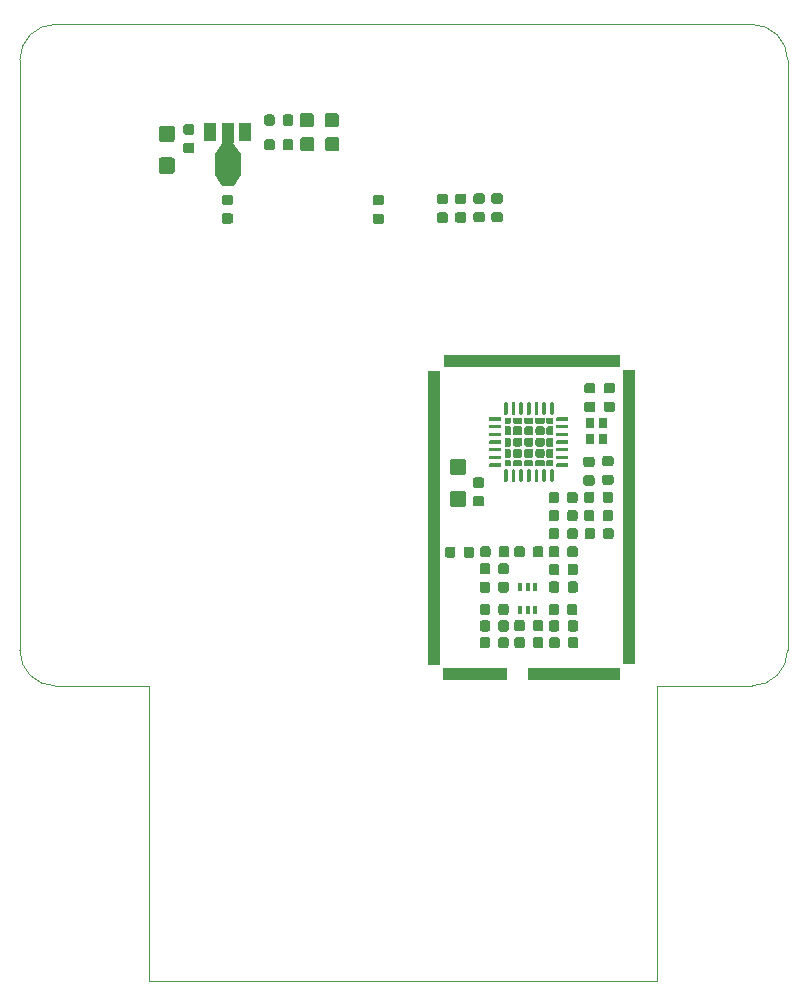
<source format=gbr>
G04 #@! TF.GenerationSoftware,KiCad,Pcbnew,5.0.2-bee76a0~70~ubuntu18.04.1*
G04 #@! TF.CreationDate,2019-08-06T12:18:04+01:00*
G04 #@! TF.ProjectId,LoRa-hat,4c6f5261-2d68-4617-942e-6b696361645f,rev?*
G04 #@! TF.SameCoordinates,Original*
G04 #@! TF.FileFunction,Paste,Top*
G04 #@! TF.FilePolarity,Positive*
%FSLAX46Y46*%
G04 Gerber Fmt 4.6, Leading zero omitted, Abs format (unit mm)*
G04 Created by KiCad (PCBNEW 5.0.2-bee76a0~70~ubuntu18.04.1) date Tue 06 Aug 2019 12:18:04 BST*
%MOMM*%
%LPD*%
G01*
G04 APERTURE LIST*
%ADD10C,0.100000*%
%ADD11C,0.300000*%
%ADD12C,0.460271*%
%ADD13C,0.477399*%
%ADD14C,0.765914*%
%ADD15R,5.500000X1.000000*%
%ADD16R,7.750000X1.000000*%
%ADD17R,15.000000X1.000000*%
%ADD18R,1.000000X25.000000*%
%ADD19C,0.875000*%
%ADD20C,1.200000*%
%ADD21C,1.350000*%
%ADD22R,0.400000X0.700000*%
%ADD23R,0.800000X0.900000*%
%ADD24C,0.850000*%
%ADD25R,1.000000X1.500000*%
%ADD26R,1.000000X1.800000*%
%ADD27R,2.200000X1.840000*%
%ADD28C,1.000000*%
G04 APERTURE END LIST*
D10*
X89500000Y-116820000D02*
X89500000Y-141840000D01*
X132500000Y-141850000D02*
X89500000Y-141840000D01*
X132500000Y-116830000D02*
X132500000Y-141850000D01*
X132500000Y-116830000D02*
X140546356Y-116830000D01*
X81530000Y-116820000D02*
X89500000Y-116820000D01*
X81546356Y-116817611D02*
G75*
G02X78546356Y-113817611I0J3000000D01*
G01*
X143546351Y-113822847D02*
G75*
G02X140546356Y-116817611I-2999995J5236D01*
G01*
X78546356Y-63817611D02*
X78546356Y-113817611D01*
X78546356Y-63817611D02*
G75*
G02X81546356Y-60817611I3000000J0D01*
G01*
X140546356Y-60817611D02*
X81546356Y-60817611D01*
X140546356Y-60817611D02*
G75*
G02X143546356Y-63817611I0J-3000000D01*
G01*
X143546356Y-113817611D02*
X143546356Y-63817611D01*
G04 #@! TO.C,U1*
G36*
X123672351Y-98505361D02*
X123679632Y-98506441D01*
X123686771Y-98508229D01*
X123693701Y-98510709D01*
X123700355Y-98513856D01*
X123706668Y-98517640D01*
X123712579Y-98522024D01*
X123718033Y-98526967D01*
X123722976Y-98532421D01*
X123727360Y-98538332D01*
X123731144Y-98544645D01*
X123734291Y-98551299D01*
X123736771Y-98558229D01*
X123738559Y-98565368D01*
X123739639Y-98572649D01*
X123740000Y-98580000D01*
X123740000Y-99455000D01*
X123739639Y-99462351D01*
X123738559Y-99469632D01*
X123736771Y-99476771D01*
X123734291Y-99483701D01*
X123731144Y-99490355D01*
X123727360Y-99496668D01*
X123722976Y-99502579D01*
X123718033Y-99508033D01*
X123712579Y-99512976D01*
X123706668Y-99517360D01*
X123700355Y-99521144D01*
X123693701Y-99524291D01*
X123686771Y-99526771D01*
X123679632Y-99528559D01*
X123672351Y-99529639D01*
X123665000Y-99530000D01*
X123515000Y-99530000D01*
X123507649Y-99529639D01*
X123500368Y-99528559D01*
X123493229Y-99526771D01*
X123486299Y-99524291D01*
X123479645Y-99521144D01*
X123473332Y-99517360D01*
X123467421Y-99512976D01*
X123461967Y-99508033D01*
X123457024Y-99502579D01*
X123452640Y-99496668D01*
X123448856Y-99490355D01*
X123445709Y-99483701D01*
X123443229Y-99476771D01*
X123441441Y-99469632D01*
X123440361Y-99462351D01*
X123440000Y-99455000D01*
X123440000Y-98580000D01*
X123440361Y-98572649D01*
X123441441Y-98565368D01*
X123443229Y-98558229D01*
X123445709Y-98551299D01*
X123448856Y-98544645D01*
X123452640Y-98538332D01*
X123457024Y-98532421D01*
X123461967Y-98526967D01*
X123467421Y-98522024D01*
X123473332Y-98517640D01*
X123479645Y-98513856D01*
X123486299Y-98510709D01*
X123493229Y-98508229D01*
X123500368Y-98506441D01*
X123507649Y-98505361D01*
X123515000Y-98505000D01*
X123665000Y-98505000D01*
X123672351Y-98505361D01*
X123672351Y-98505361D01*
G37*
D11*
X123590000Y-99017500D03*
D10*
G36*
X123022351Y-98505361D02*
X123029632Y-98506441D01*
X123036771Y-98508229D01*
X123043701Y-98510709D01*
X123050355Y-98513856D01*
X123056668Y-98517640D01*
X123062579Y-98522024D01*
X123068033Y-98526967D01*
X123072976Y-98532421D01*
X123077360Y-98538332D01*
X123081144Y-98544645D01*
X123084291Y-98551299D01*
X123086771Y-98558229D01*
X123088559Y-98565368D01*
X123089639Y-98572649D01*
X123090000Y-98580000D01*
X123090000Y-99455000D01*
X123089639Y-99462351D01*
X123088559Y-99469632D01*
X123086771Y-99476771D01*
X123084291Y-99483701D01*
X123081144Y-99490355D01*
X123077360Y-99496668D01*
X123072976Y-99502579D01*
X123068033Y-99508033D01*
X123062579Y-99512976D01*
X123056668Y-99517360D01*
X123050355Y-99521144D01*
X123043701Y-99524291D01*
X123036771Y-99526771D01*
X123029632Y-99528559D01*
X123022351Y-99529639D01*
X123015000Y-99530000D01*
X122865000Y-99530000D01*
X122857649Y-99529639D01*
X122850368Y-99528559D01*
X122843229Y-99526771D01*
X122836299Y-99524291D01*
X122829645Y-99521144D01*
X122823332Y-99517360D01*
X122817421Y-99512976D01*
X122811967Y-99508033D01*
X122807024Y-99502579D01*
X122802640Y-99496668D01*
X122798856Y-99490355D01*
X122795709Y-99483701D01*
X122793229Y-99476771D01*
X122791441Y-99469632D01*
X122790361Y-99462351D01*
X122790000Y-99455000D01*
X122790000Y-98580000D01*
X122790361Y-98572649D01*
X122791441Y-98565368D01*
X122793229Y-98558229D01*
X122795709Y-98551299D01*
X122798856Y-98544645D01*
X122802640Y-98538332D01*
X122807024Y-98532421D01*
X122811967Y-98526967D01*
X122817421Y-98522024D01*
X122823332Y-98517640D01*
X122829645Y-98513856D01*
X122836299Y-98510709D01*
X122843229Y-98508229D01*
X122850368Y-98506441D01*
X122857649Y-98505361D01*
X122865000Y-98505000D01*
X123015000Y-98505000D01*
X123022351Y-98505361D01*
X123022351Y-98505361D01*
G37*
D11*
X122940000Y-99017500D03*
D10*
G36*
X122372351Y-98505361D02*
X122379632Y-98506441D01*
X122386771Y-98508229D01*
X122393701Y-98510709D01*
X122400355Y-98513856D01*
X122406668Y-98517640D01*
X122412579Y-98522024D01*
X122418033Y-98526967D01*
X122422976Y-98532421D01*
X122427360Y-98538332D01*
X122431144Y-98544645D01*
X122434291Y-98551299D01*
X122436771Y-98558229D01*
X122438559Y-98565368D01*
X122439639Y-98572649D01*
X122440000Y-98580000D01*
X122440000Y-99455000D01*
X122439639Y-99462351D01*
X122438559Y-99469632D01*
X122436771Y-99476771D01*
X122434291Y-99483701D01*
X122431144Y-99490355D01*
X122427360Y-99496668D01*
X122422976Y-99502579D01*
X122418033Y-99508033D01*
X122412579Y-99512976D01*
X122406668Y-99517360D01*
X122400355Y-99521144D01*
X122393701Y-99524291D01*
X122386771Y-99526771D01*
X122379632Y-99528559D01*
X122372351Y-99529639D01*
X122365000Y-99530000D01*
X122215000Y-99530000D01*
X122207649Y-99529639D01*
X122200368Y-99528559D01*
X122193229Y-99526771D01*
X122186299Y-99524291D01*
X122179645Y-99521144D01*
X122173332Y-99517360D01*
X122167421Y-99512976D01*
X122161967Y-99508033D01*
X122157024Y-99502579D01*
X122152640Y-99496668D01*
X122148856Y-99490355D01*
X122145709Y-99483701D01*
X122143229Y-99476771D01*
X122141441Y-99469632D01*
X122140361Y-99462351D01*
X122140000Y-99455000D01*
X122140000Y-98580000D01*
X122140361Y-98572649D01*
X122141441Y-98565368D01*
X122143229Y-98558229D01*
X122145709Y-98551299D01*
X122148856Y-98544645D01*
X122152640Y-98538332D01*
X122157024Y-98532421D01*
X122161967Y-98526967D01*
X122167421Y-98522024D01*
X122173332Y-98517640D01*
X122179645Y-98513856D01*
X122186299Y-98510709D01*
X122193229Y-98508229D01*
X122200368Y-98506441D01*
X122207649Y-98505361D01*
X122215000Y-98505000D01*
X122365000Y-98505000D01*
X122372351Y-98505361D01*
X122372351Y-98505361D01*
G37*
D11*
X122290000Y-99017500D03*
D10*
G36*
X121722351Y-98505361D02*
X121729632Y-98506441D01*
X121736771Y-98508229D01*
X121743701Y-98510709D01*
X121750355Y-98513856D01*
X121756668Y-98517640D01*
X121762579Y-98522024D01*
X121768033Y-98526967D01*
X121772976Y-98532421D01*
X121777360Y-98538332D01*
X121781144Y-98544645D01*
X121784291Y-98551299D01*
X121786771Y-98558229D01*
X121788559Y-98565368D01*
X121789639Y-98572649D01*
X121790000Y-98580000D01*
X121790000Y-99455000D01*
X121789639Y-99462351D01*
X121788559Y-99469632D01*
X121786771Y-99476771D01*
X121784291Y-99483701D01*
X121781144Y-99490355D01*
X121777360Y-99496668D01*
X121772976Y-99502579D01*
X121768033Y-99508033D01*
X121762579Y-99512976D01*
X121756668Y-99517360D01*
X121750355Y-99521144D01*
X121743701Y-99524291D01*
X121736771Y-99526771D01*
X121729632Y-99528559D01*
X121722351Y-99529639D01*
X121715000Y-99530000D01*
X121565000Y-99530000D01*
X121557649Y-99529639D01*
X121550368Y-99528559D01*
X121543229Y-99526771D01*
X121536299Y-99524291D01*
X121529645Y-99521144D01*
X121523332Y-99517360D01*
X121517421Y-99512976D01*
X121511967Y-99508033D01*
X121507024Y-99502579D01*
X121502640Y-99496668D01*
X121498856Y-99490355D01*
X121495709Y-99483701D01*
X121493229Y-99476771D01*
X121491441Y-99469632D01*
X121490361Y-99462351D01*
X121490000Y-99455000D01*
X121490000Y-98580000D01*
X121490361Y-98572649D01*
X121491441Y-98565368D01*
X121493229Y-98558229D01*
X121495709Y-98551299D01*
X121498856Y-98544645D01*
X121502640Y-98538332D01*
X121507024Y-98532421D01*
X121511967Y-98526967D01*
X121517421Y-98522024D01*
X121523332Y-98517640D01*
X121529645Y-98513856D01*
X121536299Y-98510709D01*
X121543229Y-98508229D01*
X121550368Y-98506441D01*
X121557649Y-98505361D01*
X121565000Y-98505000D01*
X121715000Y-98505000D01*
X121722351Y-98505361D01*
X121722351Y-98505361D01*
G37*
D11*
X121640000Y-99017500D03*
D10*
G36*
X121072351Y-98505361D02*
X121079632Y-98506441D01*
X121086771Y-98508229D01*
X121093701Y-98510709D01*
X121100355Y-98513856D01*
X121106668Y-98517640D01*
X121112579Y-98522024D01*
X121118033Y-98526967D01*
X121122976Y-98532421D01*
X121127360Y-98538332D01*
X121131144Y-98544645D01*
X121134291Y-98551299D01*
X121136771Y-98558229D01*
X121138559Y-98565368D01*
X121139639Y-98572649D01*
X121140000Y-98580000D01*
X121140000Y-99455000D01*
X121139639Y-99462351D01*
X121138559Y-99469632D01*
X121136771Y-99476771D01*
X121134291Y-99483701D01*
X121131144Y-99490355D01*
X121127360Y-99496668D01*
X121122976Y-99502579D01*
X121118033Y-99508033D01*
X121112579Y-99512976D01*
X121106668Y-99517360D01*
X121100355Y-99521144D01*
X121093701Y-99524291D01*
X121086771Y-99526771D01*
X121079632Y-99528559D01*
X121072351Y-99529639D01*
X121065000Y-99530000D01*
X120915000Y-99530000D01*
X120907649Y-99529639D01*
X120900368Y-99528559D01*
X120893229Y-99526771D01*
X120886299Y-99524291D01*
X120879645Y-99521144D01*
X120873332Y-99517360D01*
X120867421Y-99512976D01*
X120861967Y-99508033D01*
X120857024Y-99502579D01*
X120852640Y-99496668D01*
X120848856Y-99490355D01*
X120845709Y-99483701D01*
X120843229Y-99476771D01*
X120841441Y-99469632D01*
X120840361Y-99462351D01*
X120840000Y-99455000D01*
X120840000Y-98580000D01*
X120840361Y-98572649D01*
X120841441Y-98565368D01*
X120843229Y-98558229D01*
X120845709Y-98551299D01*
X120848856Y-98544645D01*
X120852640Y-98538332D01*
X120857024Y-98532421D01*
X120861967Y-98526967D01*
X120867421Y-98522024D01*
X120873332Y-98517640D01*
X120879645Y-98513856D01*
X120886299Y-98510709D01*
X120893229Y-98508229D01*
X120900368Y-98506441D01*
X120907649Y-98505361D01*
X120915000Y-98505000D01*
X121065000Y-98505000D01*
X121072351Y-98505361D01*
X121072351Y-98505361D01*
G37*
D11*
X120990000Y-99017500D03*
D10*
G36*
X120422351Y-98505361D02*
X120429632Y-98506441D01*
X120436771Y-98508229D01*
X120443701Y-98510709D01*
X120450355Y-98513856D01*
X120456668Y-98517640D01*
X120462579Y-98522024D01*
X120468033Y-98526967D01*
X120472976Y-98532421D01*
X120477360Y-98538332D01*
X120481144Y-98544645D01*
X120484291Y-98551299D01*
X120486771Y-98558229D01*
X120488559Y-98565368D01*
X120489639Y-98572649D01*
X120490000Y-98580000D01*
X120490000Y-99455000D01*
X120489639Y-99462351D01*
X120488559Y-99469632D01*
X120486771Y-99476771D01*
X120484291Y-99483701D01*
X120481144Y-99490355D01*
X120477360Y-99496668D01*
X120472976Y-99502579D01*
X120468033Y-99508033D01*
X120462579Y-99512976D01*
X120456668Y-99517360D01*
X120450355Y-99521144D01*
X120443701Y-99524291D01*
X120436771Y-99526771D01*
X120429632Y-99528559D01*
X120422351Y-99529639D01*
X120415000Y-99530000D01*
X120265000Y-99530000D01*
X120257649Y-99529639D01*
X120250368Y-99528559D01*
X120243229Y-99526771D01*
X120236299Y-99524291D01*
X120229645Y-99521144D01*
X120223332Y-99517360D01*
X120217421Y-99512976D01*
X120211967Y-99508033D01*
X120207024Y-99502579D01*
X120202640Y-99496668D01*
X120198856Y-99490355D01*
X120195709Y-99483701D01*
X120193229Y-99476771D01*
X120191441Y-99469632D01*
X120190361Y-99462351D01*
X120190000Y-99455000D01*
X120190000Y-98580000D01*
X120190361Y-98572649D01*
X120191441Y-98565368D01*
X120193229Y-98558229D01*
X120195709Y-98551299D01*
X120198856Y-98544645D01*
X120202640Y-98538332D01*
X120207024Y-98532421D01*
X120211967Y-98526967D01*
X120217421Y-98522024D01*
X120223332Y-98517640D01*
X120229645Y-98513856D01*
X120236299Y-98510709D01*
X120243229Y-98508229D01*
X120250368Y-98506441D01*
X120257649Y-98505361D01*
X120265000Y-98505000D01*
X120415000Y-98505000D01*
X120422351Y-98505361D01*
X120422351Y-98505361D01*
G37*
D11*
X120340000Y-99017500D03*
D10*
G36*
X119772351Y-98505361D02*
X119779632Y-98506441D01*
X119786771Y-98508229D01*
X119793701Y-98510709D01*
X119800355Y-98513856D01*
X119806668Y-98517640D01*
X119812579Y-98522024D01*
X119818033Y-98526967D01*
X119822976Y-98532421D01*
X119827360Y-98538332D01*
X119831144Y-98544645D01*
X119834291Y-98551299D01*
X119836771Y-98558229D01*
X119838559Y-98565368D01*
X119839639Y-98572649D01*
X119840000Y-98580000D01*
X119840000Y-99455000D01*
X119839639Y-99462351D01*
X119838559Y-99469632D01*
X119836771Y-99476771D01*
X119834291Y-99483701D01*
X119831144Y-99490355D01*
X119827360Y-99496668D01*
X119822976Y-99502579D01*
X119818033Y-99508033D01*
X119812579Y-99512976D01*
X119806668Y-99517360D01*
X119800355Y-99521144D01*
X119793701Y-99524291D01*
X119786771Y-99526771D01*
X119779632Y-99528559D01*
X119772351Y-99529639D01*
X119765000Y-99530000D01*
X119615000Y-99530000D01*
X119607649Y-99529639D01*
X119600368Y-99528559D01*
X119593229Y-99526771D01*
X119586299Y-99524291D01*
X119579645Y-99521144D01*
X119573332Y-99517360D01*
X119567421Y-99512976D01*
X119561967Y-99508033D01*
X119557024Y-99502579D01*
X119552640Y-99496668D01*
X119548856Y-99490355D01*
X119545709Y-99483701D01*
X119543229Y-99476771D01*
X119541441Y-99469632D01*
X119540361Y-99462351D01*
X119540000Y-99455000D01*
X119540000Y-98580000D01*
X119540361Y-98572649D01*
X119541441Y-98565368D01*
X119543229Y-98558229D01*
X119545709Y-98551299D01*
X119548856Y-98544645D01*
X119552640Y-98538332D01*
X119557024Y-98532421D01*
X119561967Y-98526967D01*
X119567421Y-98522024D01*
X119573332Y-98517640D01*
X119579645Y-98513856D01*
X119586299Y-98510709D01*
X119593229Y-98508229D01*
X119600368Y-98506441D01*
X119607649Y-98505361D01*
X119615000Y-98505000D01*
X119765000Y-98505000D01*
X119772351Y-98505361D01*
X119772351Y-98505361D01*
G37*
D11*
X119690000Y-99017500D03*
D10*
G36*
X119247351Y-97980361D02*
X119254632Y-97981441D01*
X119261771Y-97983229D01*
X119268701Y-97985709D01*
X119275355Y-97988856D01*
X119281668Y-97992640D01*
X119287579Y-97997024D01*
X119293033Y-98001967D01*
X119297976Y-98007421D01*
X119302360Y-98013332D01*
X119306144Y-98019645D01*
X119309291Y-98026299D01*
X119311771Y-98033229D01*
X119313559Y-98040368D01*
X119314639Y-98047649D01*
X119315000Y-98055000D01*
X119315000Y-98205000D01*
X119314639Y-98212351D01*
X119313559Y-98219632D01*
X119311771Y-98226771D01*
X119309291Y-98233701D01*
X119306144Y-98240355D01*
X119302360Y-98246668D01*
X119297976Y-98252579D01*
X119293033Y-98258033D01*
X119287579Y-98262976D01*
X119281668Y-98267360D01*
X119275355Y-98271144D01*
X119268701Y-98274291D01*
X119261771Y-98276771D01*
X119254632Y-98278559D01*
X119247351Y-98279639D01*
X119240000Y-98280000D01*
X118365000Y-98280000D01*
X118357649Y-98279639D01*
X118350368Y-98278559D01*
X118343229Y-98276771D01*
X118336299Y-98274291D01*
X118329645Y-98271144D01*
X118323332Y-98267360D01*
X118317421Y-98262976D01*
X118311967Y-98258033D01*
X118307024Y-98252579D01*
X118302640Y-98246668D01*
X118298856Y-98240355D01*
X118295709Y-98233701D01*
X118293229Y-98226771D01*
X118291441Y-98219632D01*
X118290361Y-98212351D01*
X118290000Y-98205000D01*
X118290000Y-98055000D01*
X118290361Y-98047649D01*
X118291441Y-98040368D01*
X118293229Y-98033229D01*
X118295709Y-98026299D01*
X118298856Y-98019645D01*
X118302640Y-98013332D01*
X118307024Y-98007421D01*
X118311967Y-98001967D01*
X118317421Y-97997024D01*
X118323332Y-97992640D01*
X118329645Y-97988856D01*
X118336299Y-97985709D01*
X118343229Y-97983229D01*
X118350368Y-97981441D01*
X118357649Y-97980361D01*
X118365000Y-97980000D01*
X119240000Y-97980000D01*
X119247351Y-97980361D01*
X119247351Y-97980361D01*
G37*
D11*
X118802500Y-98130000D03*
D10*
G36*
X119247351Y-97330361D02*
X119254632Y-97331441D01*
X119261771Y-97333229D01*
X119268701Y-97335709D01*
X119275355Y-97338856D01*
X119281668Y-97342640D01*
X119287579Y-97347024D01*
X119293033Y-97351967D01*
X119297976Y-97357421D01*
X119302360Y-97363332D01*
X119306144Y-97369645D01*
X119309291Y-97376299D01*
X119311771Y-97383229D01*
X119313559Y-97390368D01*
X119314639Y-97397649D01*
X119315000Y-97405000D01*
X119315000Y-97555000D01*
X119314639Y-97562351D01*
X119313559Y-97569632D01*
X119311771Y-97576771D01*
X119309291Y-97583701D01*
X119306144Y-97590355D01*
X119302360Y-97596668D01*
X119297976Y-97602579D01*
X119293033Y-97608033D01*
X119287579Y-97612976D01*
X119281668Y-97617360D01*
X119275355Y-97621144D01*
X119268701Y-97624291D01*
X119261771Y-97626771D01*
X119254632Y-97628559D01*
X119247351Y-97629639D01*
X119240000Y-97630000D01*
X118365000Y-97630000D01*
X118357649Y-97629639D01*
X118350368Y-97628559D01*
X118343229Y-97626771D01*
X118336299Y-97624291D01*
X118329645Y-97621144D01*
X118323332Y-97617360D01*
X118317421Y-97612976D01*
X118311967Y-97608033D01*
X118307024Y-97602579D01*
X118302640Y-97596668D01*
X118298856Y-97590355D01*
X118295709Y-97583701D01*
X118293229Y-97576771D01*
X118291441Y-97569632D01*
X118290361Y-97562351D01*
X118290000Y-97555000D01*
X118290000Y-97405000D01*
X118290361Y-97397649D01*
X118291441Y-97390368D01*
X118293229Y-97383229D01*
X118295709Y-97376299D01*
X118298856Y-97369645D01*
X118302640Y-97363332D01*
X118307024Y-97357421D01*
X118311967Y-97351967D01*
X118317421Y-97347024D01*
X118323332Y-97342640D01*
X118329645Y-97338856D01*
X118336299Y-97335709D01*
X118343229Y-97333229D01*
X118350368Y-97331441D01*
X118357649Y-97330361D01*
X118365000Y-97330000D01*
X119240000Y-97330000D01*
X119247351Y-97330361D01*
X119247351Y-97330361D01*
G37*
D11*
X118802500Y-97480000D03*
D10*
G36*
X119247351Y-96680361D02*
X119254632Y-96681441D01*
X119261771Y-96683229D01*
X119268701Y-96685709D01*
X119275355Y-96688856D01*
X119281668Y-96692640D01*
X119287579Y-96697024D01*
X119293033Y-96701967D01*
X119297976Y-96707421D01*
X119302360Y-96713332D01*
X119306144Y-96719645D01*
X119309291Y-96726299D01*
X119311771Y-96733229D01*
X119313559Y-96740368D01*
X119314639Y-96747649D01*
X119315000Y-96755000D01*
X119315000Y-96905000D01*
X119314639Y-96912351D01*
X119313559Y-96919632D01*
X119311771Y-96926771D01*
X119309291Y-96933701D01*
X119306144Y-96940355D01*
X119302360Y-96946668D01*
X119297976Y-96952579D01*
X119293033Y-96958033D01*
X119287579Y-96962976D01*
X119281668Y-96967360D01*
X119275355Y-96971144D01*
X119268701Y-96974291D01*
X119261771Y-96976771D01*
X119254632Y-96978559D01*
X119247351Y-96979639D01*
X119240000Y-96980000D01*
X118365000Y-96980000D01*
X118357649Y-96979639D01*
X118350368Y-96978559D01*
X118343229Y-96976771D01*
X118336299Y-96974291D01*
X118329645Y-96971144D01*
X118323332Y-96967360D01*
X118317421Y-96962976D01*
X118311967Y-96958033D01*
X118307024Y-96952579D01*
X118302640Y-96946668D01*
X118298856Y-96940355D01*
X118295709Y-96933701D01*
X118293229Y-96926771D01*
X118291441Y-96919632D01*
X118290361Y-96912351D01*
X118290000Y-96905000D01*
X118290000Y-96755000D01*
X118290361Y-96747649D01*
X118291441Y-96740368D01*
X118293229Y-96733229D01*
X118295709Y-96726299D01*
X118298856Y-96719645D01*
X118302640Y-96713332D01*
X118307024Y-96707421D01*
X118311967Y-96701967D01*
X118317421Y-96697024D01*
X118323332Y-96692640D01*
X118329645Y-96688856D01*
X118336299Y-96685709D01*
X118343229Y-96683229D01*
X118350368Y-96681441D01*
X118357649Y-96680361D01*
X118365000Y-96680000D01*
X119240000Y-96680000D01*
X119247351Y-96680361D01*
X119247351Y-96680361D01*
G37*
D11*
X118802500Y-96830000D03*
D10*
G36*
X119247351Y-96030361D02*
X119254632Y-96031441D01*
X119261771Y-96033229D01*
X119268701Y-96035709D01*
X119275355Y-96038856D01*
X119281668Y-96042640D01*
X119287579Y-96047024D01*
X119293033Y-96051967D01*
X119297976Y-96057421D01*
X119302360Y-96063332D01*
X119306144Y-96069645D01*
X119309291Y-96076299D01*
X119311771Y-96083229D01*
X119313559Y-96090368D01*
X119314639Y-96097649D01*
X119315000Y-96105000D01*
X119315000Y-96255000D01*
X119314639Y-96262351D01*
X119313559Y-96269632D01*
X119311771Y-96276771D01*
X119309291Y-96283701D01*
X119306144Y-96290355D01*
X119302360Y-96296668D01*
X119297976Y-96302579D01*
X119293033Y-96308033D01*
X119287579Y-96312976D01*
X119281668Y-96317360D01*
X119275355Y-96321144D01*
X119268701Y-96324291D01*
X119261771Y-96326771D01*
X119254632Y-96328559D01*
X119247351Y-96329639D01*
X119240000Y-96330000D01*
X118365000Y-96330000D01*
X118357649Y-96329639D01*
X118350368Y-96328559D01*
X118343229Y-96326771D01*
X118336299Y-96324291D01*
X118329645Y-96321144D01*
X118323332Y-96317360D01*
X118317421Y-96312976D01*
X118311967Y-96308033D01*
X118307024Y-96302579D01*
X118302640Y-96296668D01*
X118298856Y-96290355D01*
X118295709Y-96283701D01*
X118293229Y-96276771D01*
X118291441Y-96269632D01*
X118290361Y-96262351D01*
X118290000Y-96255000D01*
X118290000Y-96105000D01*
X118290361Y-96097649D01*
X118291441Y-96090368D01*
X118293229Y-96083229D01*
X118295709Y-96076299D01*
X118298856Y-96069645D01*
X118302640Y-96063332D01*
X118307024Y-96057421D01*
X118311967Y-96051967D01*
X118317421Y-96047024D01*
X118323332Y-96042640D01*
X118329645Y-96038856D01*
X118336299Y-96035709D01*
X118343229Y-96033229D01*
X118350368Y-96031441D01*
X118357649Y-96030361D01*
X118365000Y-96030000D01*
X119240000Y-96030000D01*
X119247351Y-96030361D01*
X119247351Y-96030361D01*
G37*
D11*
X118802500Y-96180000D03*
D10*
G36*
X119247351Y-95380361D02*
X119254632Y-95381441D01*
X119261771Y-95383229D01*
X119268701Y-95385709D01*
X119275355Y-95388856D01*
X119281668Y-95392640D01*
X119287579Y-95397024D01*
X119293033Y-95401967D01*
X119297976Y-95407421D01*
X119302360Y-95413332D01*
X119306144Y-95419645D01*
X119309291Y-95426299D01*
X119311771Y-95433229D01*
X119313559Y-95440368D01*
X119314639Y-95447649D01*
X119315000Y-95455000D01*
X119315000Y-95605000D01*
X119314639Y-95612351D01*
X119313559Y-95619632D01*
X119311771Y-95626771D01*
X119309291Y-95633701D01*
X119306144Y-95640355D01*
X119302360Y-95646668D01*
X119297976Y-95652579D01*
X119293033Y-95658033D01*
X119287579Y-95662976D01*
X119281668Y-95667360D01*
X119275355Y-95671144D01*
X119268701Y-95674291D01*
X119261771Y-95676771D01*
X119254632Y-95678559D01*
X119247351Y-95679639D01*
X119240000Y-95680000D01*
X118365000Y-95680000D01*
X118357649Y-95679639D01*
X118350368Y-95678559D01*
X118343229Y-95676771D01*
X118336299Y-95674291D01*
X118329645Y-95671144D01*
X118323332Y-95667360D01*
X118317421Y-95662976D01*
X118311967Y-95658033D01*
X118307024Y-95652579D01*
X118302640Y-95646668D01*
X118298856Y-95640355D01*
X118295709Y-95633701D01*
X118293229Y-95626771D01*
X118291441Y-95619632D01*
X118290361Y-95612351D01*
X118290000Y-95605000D01*
X118290000Y-95455000D01*
X118290361Y-95447649D01*
X118291441Y-95440368D01*
X118293229Y-95433229D01*
X118295709Y-95426299D01*
X118298856Y-95419645D01*
X118302640Y-95413332D01*
X118307024Y-95407421D01*
X118311967Y-95401967D01*
X118317421Y-95397024D01*
X118323332Y-95392640D01*
X118329645Y-95388856D01*
X118336299Y-95385709D01*
X118343229Y-95383229D01*
X118350368Y-95381441D01*
X118357649Y-95380361D01*
X118365000Y-95380000D01*
X119240000Y-95380000D01*
X119247351Y-95380361D01*
X119247351Y-95380361D01*
G37*
D11*
X118802500Y-95530000D03*
D10*
G36*
X119247351Y-94730361D02*
X119254632Y-94731441D01*
X119261771Y-94733229D01*
X119268701Y-94735709D01*
X119275355Y-94738856D01*
X119281668Y-94742640D01*
X119287579Y-94747024D01*
X119293033Y-94751967D01*
X119297976Y-94757421D01*
X119302360Y-94763332D01*
X119306144Y-94769645D01*
X119309291Y-94776299D01*
X119311771Y-94783229D01*
X119313559Y-94790368D01*
X119314639Y-94797649D01*
X119315000Y-94805000D01*
X119315000Y-94955000D01*
X119314639Y-94962351D01*
X119313559Y-94969632D01*
X119311771Y-94976771D01*
X119309291Y-94983701D01*
X119306144Y-94990355D01*
X119302360Y-94996668D01*
X119297976Y-95002579D01*
X119293033Y-95008033D01*
X119287579Y-95012976D01*
X119281668Y-95017360D01*
X119275355Y-95021144D01*
X119268701Y-95024291D01*
X119261771Y-95026771D01*
X119254632Y-95028559D01*
X119247351Y-95029639D01*
X119240000Y-95030000D01*
X118365000Y-95030000D01*
X118357649Y-95029639D01*
X118350368Y-95028559D01*
X118343229Y-95026771D01*
X118336299Y-95024291D01*
X118329645Y-95021144D01*
X118323332Y-95017360D01*
X118317421Y-95012976D01*
X118311967Y-95008033D01*
X118307024Y-95002579D01*
X118302640Y-94996668D01*
X118298856Y-94990355D01*
X118295709Y-94983701D01*
X118293229Y-94976771D01*
X118291441Y-94969632D01*
X118290361Y-94962351D01*
X118290000Y-94955000D01*
X118290000Y-94805000D01*
X118290361Y-94797649D01*
X118291441Y-94790368D01*
X118293229Y-94783229D01*
X118295709Y-94776299D01*
X118298856Y-94769645D01*
X118302640Y-94763332D01*
X118307024Y-94757421D01*
X118311967Y-94751967D01*
X118317421Y-94747024D01*
X118323332Y-94742640D01*
X118329645Y-94738856D01*
X118336299Y-94735709D01*
X118343229Y-94733229D01*
X118350368Y-94731441D01*
X118357649Y-94730361D01*
X118365000Y-94730000D01*
X119240000Y-94730000D01*
X119247351Y-94730361D01*
X119247351Y-94730361D01*
G37*
D11*
X118802500Y-94880000D03*
D10*
G36*
X119247351Y-94080361D02*
X119254632Y-94081441D01*
X119261771Y-94083229D01*
X119268701Y-94085709D01*
X119275355Y-94088856D01*
X119281668Y-94092640D01*
X119287579Y-94097024D01*
X119293033Y-94101967D01*
X119297976Y-94107421D01*
X119302360Y-94113332D01*
X119306144Y-94119645D01*
X119309291Y-94126299D01*
X119311771Y-94133229D01*
X119313559Y-94140368D01*
X119314639Y-94147649D01*
X119315000Y-94155000D01*
X119315000Y-94305000D01*
X119314639Y-94312351D01*
X119313559Y-94319632D01*
X119311771Y-94326771D01*
X119309291Y-94333701D01*
X119306144Y-94340355D01*
X119302360Y-94346668D01*
X119297976Y-94352579D01*
X119293033Y-94358033D01*
X119287579Y-94362976D01*
X119281668Y-94367360D01*
X119275355Y-94371144D01*
X119268701Y-94374291D01*
X119261771Y-94376771D01*
X119254632Y-94378559D01*
X119247351Y-94379639D01*
X119240000Y-94380000D01*
X118365000Y-94380000D01*
X118357649Y-94379639D01*
X118350368Y-94378559D01*
X118343229Y-94376771D01*
X118336299Y-94374291D01*
X118329645Y-94371144D01*
X118323332Y-94367360D01*
X118317421Y-94362976D01*
X118311967Y-94358033D01*
X118307024Y-94352579D01*
X118302640Y-94346668D01*
X118298856Y-94340355D01*
X118295709Y-94333701D01*
X118293229Y-94326771D01*
X118291441Y-94319632D01*
X118290361Y-94312351D01*
X118290000Y-94305000D01*
X118290000Y-94155000D01*
X118290361Y-94147649D01*
X118291441Y-94140368D01*
X118293229Y-94133229D01*
X118295709Y-94126299D01*
X118298856Y-94119645D01*
X118302640Y-94113332D01*
X118307024Y-94107421D01*
X118311967Y-94101967D01*
X118317421Y-94097024D01*
X118323332Y-94092640D01*
X118329645Y-94088856D01*
X118336299Y-94085709D01*
X118343229Y-94083229D01*
X118350368Y-94081441D01*
X118357649Y-94080361D01*
X118365000Y-94080000D01*
X119240000Y-94080000D01*
X119247351Y-94080361D01*
X119247351Y-94080361D01*
G37*
D11*
X118802500Y-94230000D03*
D10*
G36*
X119772351Y-92830361D02*
X119779632Y-92831441D01*
X119786771Y-92833229D01*
X119793701Y-92835709D01*
X119800355Y-92838856D01*
X119806668Y-92842640D01*
X119812579Y-92847024D01*
X119818033Y-92851967D01*
X119822976Y-92857421D01*
X119827360Y-92863332D01*
X119831144Y-92869645D01*
X119834291Y-92876299D01*
X119836771Y-92883229D01*
X119838559Y-92890368D01*
X119839639Y-92897649D01*
X119840000Y-92905000D01*
X119840000Y-93780000D01*
X119839639Y-93787351D01*
X119838559Y-93794632D01*
X119836771Y-93801771D01*
X119834291Y-93808701D01*
X119831144Y-93815355D01*
X119827360Y-93821668D01*
X119822976Y-93827579D01*
X119818033Y-93833033D01*
X119812579Y-93837976D01*
X119806668Y-93842360D01*
X119800355Y-93846144D01*
X119793701Y-93849291D01*
X119786771Y-93851771D01*
X119779632Y-93853559D01*
X119772351Y-93854639D01*
X119765000Y-93855000D01*
X119615000Y-93855000D01*
X119607649Y-93854639D01*
X119600368Y-93853559D01*
X119593229Y-93851771D01*
X119586299Y-93849291D01*
X119579645Y-93846144D01*
X119573332Y-93842360D01*
X119567421Y-93837976D01*
X119561967Y-93833033D01*
X119557024Y-93827579D01*
X119552640Y-93821668D01*
X119548856Y-93815355D01*
X119545709Y-93808701D01*
X119543229Y-93801771D01*
X119541441Y-93794632D01*
X119540361Y-93787351D01*
X119540000Y-93780000D01*
X119540000Y-92905000D01*
X119540361Y-92897649D01*
X119541441Y-92890368D01*
X119543229Y-92883229D01*
X119545709Y-92876299D01*
X119548856Y-92869645D01*
X119552640Y-92863332D01*
X119557024Y-92857421D01*
X119561967Y-92851967D01*
X119567421Y-92847024D01*
X119573332Y-92842640D01*
X119579645Y-92838856D01*
X119586299Y-92835709D01*
X119593229Y-92833229D01*
X119600368Y-92831441D01*
X119607649Y-92830361D01*
X119615000Y-92830000D01*
X119765000Y-92830000D01*
X119772351Y-92830361D01*
X119772351Y-92830361D01*
G37*
D11*
X119690000Y-93342500D03*
D10*
G36*
X120422351Y-92830361D02*
X120429632Y-92831441D01*
X120436771Y-92833229D01*
X120443701Y-92835709D01*
X120450355Y-92838856D01*
X120456668Y-92842640D01*
X120462579Y-92847024D01*
X120468033Y-92851967D01*
X120472976Y-92857421D01*
X120477360Y-92863332D01*
X120481144Y-92869645D01*
X120484291Y-92876299D01*
X120486771Y-92883229D01*
X120488559Y-92890368D01*
X120489639Y-92897649D01*
X120490000Y-92905000D01*
X120490000Y-93780000D01*
X120489639Y-93787351D01*
X120488559Y-93794632D01*
X120486771Y-93801771D01*
X120484291Y-93808701D01*
X120481144Y-93815355D01*
X120477360Y-93821668D01*
X120472976Y-93827579D01*
X120468033Y-93833033D01*
X120462579Y-93837976D01*
X120456668Y-93842360D01*
X120450355Y-93846144D01*
X120443701Y-93849291D01*
X120436771Y-93851771D01*
X120429632Y-93853559D01*
X120422351Y-93854639D01*
X120415000Y-93855000D01*
X120265000Y-93855000D01*
X120257649Y-93854639D01*
X120250368Y-93853559D01*
X120243229Y-93851771D01*
X120236299Y-93849291D01*
X120229645Y-93846144D01*
X120223332Y-93842360D01*
X120217421Y-93837976D01*
X120211967Y-93833033D01*
X120207024Y-93827579D01*
X120202640Y-93821668D01*
X120198856Y-93815355D01*
X120195709Y-93808701D01*
X120193229Y-93801771D01*
X120191441Y-93794632D01*
X120190361Y-93787351D01*
X120190000Y-93780000D01*
X120190000Y-92905000D01*
X120190361Y-92897649D01*
X120191441Y-92890368D01*
X120193229Y-92883229D01*
X120195709Y-92876299D01*
X120198856Y-92869645D01*
X120202640Y-92863332D01*
X120207024Y-92857421D01*
X120211967Y-92851967D01*
X120217421Y-92847024D01*
X120223332Y-92842640D01*
X120229645Y-92838856D01*
X120236299Y-92835709D01*
X120243229Y-92833229D01*
X120250368Y-92831441D01*
X120257649Y-92830361D01*
X120265000Y-92830000D01*
X120415000Y-92830000D01*
X120422351Y-92830361D01*
X120422351Y-92830361D01*
G37*
D11*
X120340000Y-93342500D03*
D10*
G36*
X121072351Y-92830361D02*
X121079632Y-92831441D01*
X121086771Y-92833229D01*
X121093701Y-92835709D01*
X121100355Y-92838856D01*
X121106668Y-92842640D01*
X121112579Y-92847024D01*
X121118033Y-92851967D01*
X121122976Y-92857421D01*
X121127360Y-92863332D01*
X121131144Y-92869645D01*
X121134291Y-92876299D01*
X121136771Y-92883229D01*
X121138559Y-92890368D01*
X121139639Y-92897649D01*
X121140000Y-92905000D01*
X121140000Y-93780000D01*
X121139639Y-93787351D01*
X121138559Y-93794632D01*
X121136771Y-93801771D01*
X121134291Y-93808701D01*
X121131144Y-93815355D01*
X121127360Y-93821668D01*
X121122976Y-93827579D01*
X121118033Y-93833033D01*
X121112579Y-93837976D01*
X121106668Y-93842360D01*
X121100355Y-93846144D01*
X121093701Y-93849291D01*
X121086771Y-93851771D01*
X121079632Y-93853559D01*
X121072351Y-93854639D01*
X121065000Y-93855000D01*
X120915000Y-93855000D01*
X120907649Y-93854639D01*
X120900368Y-93853559D01*
X120893229Y-93851771D01*
X120886299Y-93849291D01*
X120879645Y-93846144D01*
X120873332Y-93842360D01*
X120867421Y-93837976D01*
X120861967Y-93833033D01*
X120857024Y-93827579D01*
X120852640Y-93821668D01*
X120848856Y-93815355D01*
X120845709Y-93808701D01*
X120843229Y-93801771D01*
X120841441Y-93794632D01*
X120840361Y-93787351D01*
X120840000Y-93780000D01*
X120840000Y-92905000D01*
X120840361Y-92897649D01*
X120841441Y-92890368D01*
X120843229Y-92883229D01*
X120845709Y-92876299D01*
X120848856Y-92869645D01*
X120852640Y-92863332D01*
X120857024Y-92857421D01*
X120861967Y-92851967D01*
X120867421Y-92847024D01*
X120873332Y-92842640D01*
X120879645Y-92838856D01*
X120886299Y-92835709D01*
X120893229Y-92833229D01*
X120900368Y-92831441D01*
X120907649Y-92830361D01*
X120915000Y-92830000D01*
X121065000Y-92830000D01*
X121072351Y-92830361D01*
X121072351Y-92830361D01*
G37*
D11*
X120990000Y-93342500D03*
D10*
G36*
X121722351Y-92830361D02*
X121729632Y-92831441D01*
X121736771Y-92833229D01*
X121743701Y-92835709D01*
X121750355Y-92838856D01*
X121756668Y-92842640D01*
X121762579Y-92847024D01*
X121768033Y-92851967D01*
X121772976Y-92857421D01*
X121777360Y-92863332D01*
X121781144Y-92869645D01*
X121784291Y-92876299D01*
X121786771Y-92883229D01*
X121788559Y-92890368D01*
X121789639Y-92897649D01*
X121790000Y-92905000D01*
X121790000Y-93780000D01*
X121789639Y-93787351D01*
X121788559Y-93794632D01*
X121786771Y-93801771D01*
X121784291Y-93808701D01*
X121781144Y-93815355D01*
X121777360Y-93821668D01*
X121772976Y-93827579D01*
X121768033Y-93833033D01*
X121762579Y-93837976D01*
X121756668Y-93842360D01*
X121750355Y-93846144D01*
X121743701Y-93849291D01*
X121736771Y-93851771D01*
X121729632Y-93853559D01*
X121722351Y-93854639D01*
X121715000Y-93855000D01*
X121565000Y-93855000D01*
X121557649Y-93854639D01*
X121550368Y-93853559D01*
X121543229Y-93851771D01*
X121536299Y-93849291D01*
X121529645Y-93846144D01*
X121523332Y-93842360D01*
X121517421Y-93837976D01*
X121511967Y-93833033D01*
X121507024Y-93827579D01*
X121502640Y-93821668D01*
X121498856Y-93815355D01*
X121495709Y-93808701D01*
X121493229Y-93801771D01*
X121491441Y-93794632D01*
X121490361Y-93787351D01*
X121490000Y-93780000D01*
X121490000Y-92905000D01*
X121490361Y-92897649D01*
X121491441Y-92890368D01*
X121493229Y-92883229D01*
X121495709Y-92876299D01*
X121498856Y-92869645D01*
X121502640Y-92863332D01*
X121507024Y-92857421D01*
X121511967Y-92851967D01*
X121517421Y-92847024D01*
X121523332Y-92842640D01*
X121529645Y-92838856D01*
X121536299Y-92835709D01*
X121543229Y-92833229D01*
X121550368Y-92831441D01*
X121557649Y-92830361D01*
X121565000Y-92830000D01*
X121715000Y-92830000D01*
X121722351Y-92830361D01*
X121722351Y-92830361D01*
G37*
D11*
X121640000Y-93342500D03*
D10*
G36*
X122372351Y-92830361D02*
X122379632Y-92831441D01*
X122386771Y-92833229D01*
X122393701Y-92835709D01*
X122400355Y-92838856D01*
X122406668Y-92842640D01*
X122412579Y-92847024D01*
X122418033Y-92851967D01*
X122422976Y-92857421D01*
X122427360Y-92863332D01*
X122431144Y-92869645D01*
X122434291Y-92876299D01*
X122436771Y-92883229D01*
X122438559Y-92890368D01*
X122439639Y-92897649D01*
X122440000Y-92905000D01*
X122440000Y-93780000D01*
X122439639Y-93787351D01*
X122438559Y-93794632D01*
X122436771Y-93801771D01*
X122434291Y-93808701D01*
X122431144Y-93815355D01*
X122427360Y-93821668D01*
X122422976Y-93827579D01*
X122418033Y-93833033D01*
X122412579Y-93837976D01*
X122406668Y-93842360D01*
X122400355Y-93846144D01*
X122393701Y-93849291D01*
X122386771Y-93851771D01*
X122379632Y-93853559D01*
X122372351Y-93854639D01*
X122365000Y-93855000D01*
X122215000Y-93855000D01*
X122207649Y-93854639D01*
X122200368Y-93853559D01*
X122193229Y-93851771D01*
X122186299Y-93849291D01*
X122179645Y-93846144D01*
X122173332Y-93842360D01*
X122167421Y-93837976D01*
X122161967Y-93833033D01*
X122157024Y-93827579D01*
X122152640Y-93821668D01*
X122148856Y-93815355D01*
X122145709Y-93808701D01*
X122143229Y-93801771D01*
X122141441Y-93794632D01*
X122140361Y-93787351D01*
X122140000Y-93780000D01*
X122140000Y-92905000D01*
X122140361Y-92897649D01*
X122141441Y-92890368D01*
X122143229Y-92883229D01*
X122145709Y-92876299D01*
X122148856Y-92869645D01*
X122152640Y-92863332D01*
X122157024Y-92857421D01*
X122161967Y-92851967D01*
X122167421Y-92847024D01*
X122173332Y-92842640D01*
X122179645Y-92838856D01*
X122186299Y-92835709D01*
X122193229Y-92833229D01*
X122200368Y-92831441D01*
X122207649Y-92830361D01*
X122215000Y-92830000D01*
X122365000Y-92830000D01*
X122372351Y-92830361D01*
X122372351Y-92830361D01*
G37*
D11*
X122290000Y-93342500D03*
D10*
G36*
X123022351Y-92830361D02*
X123029632Y-92831441D01*
X123036771Y-92833229D01*
X123043701Y-92835709D01*
X123050355Y-92838856D01*
X123056668Y-92842640D01*
X123062579Y-92847024D01*
X123068033Y-92851967D01*
X123072976Y-92857421D01*
X123077360Y-92863332D01*
X123081144Y-92869645D01*
X123084291Y-92876299D01*
X123086771Y-92883229D01*
X123088559Y-92890368D01*
X123089639Y-92897649D01*
X123090000Y-92905000D01*
X123090000Y-93780000D01*
X123089639Y-93787351D01*
X123088559Y-93794632D01*
X123086771Y-93801771D01*
X123084291Y-93808701D01*
X123081144Y-93815355D01*
X123077360Y-93821668D01*
X123072976Y-93827579D01*
X123068033Y-93833033D01*
X123062579Y-93837976D01*
X123056668Y-93842360D01*
X123050355Y-93846144D01*
X123043701Y-93849291D01*
X123036771Y-93851771D01*
X123029632Y-93853559D01*
X123022351Y-93854639D01*
X123015000Y-93855000D01*
X122865000Y-93855000D01*
X122857649Y-93854639D01*
X122850368Y-93853559D01*
X122843229Y-93851771D01*
X122836299Y-93849291D01*
X122829645Y-93846144D01*
X122823332Y-93842360D01*
X122817421Y-93837976D01*
X122811967Y-93833033D01*
X122807024Y-93827579D01*
X122802640Y-93821668D01*
X122798856Y-93815355D01*
X122795709Y-93808701D01*
X122793229Y-93801771D01*
X122791441Y-93794632D01*
X122790361Y-93787351D01*
X122790000Y-93780000D01*
X122790000Y-92905000D01*
X122790361Y-92897649D01*
X122791441Y-92890368D01*
X122793229Y-92883229D01*
X122795709Y-92876299D01*
X122798856Y-92869645D01*
X122802640Y-92863332D01*
X122807024Y-92857421D01*
X122811967Y-92851967D01*
X122817421Y-92847024D01*
X122823332Y-92842640D01*
X122829645Y-92838856D01*
X122836299Y-92835709D01*
X122843229Y-92833229D01*
X122850368Y-92831441D01*
X122857649Y-92830361D01*
X122865000Y-92830000D01*
X123015000Y-92830000D01*
X123022351Y-92830361D01*
X123022351Y-92830361D01*
G37*
D11*
X122940000Y-93342500D03*
D10*
G36*
X123672351Y-92830361D02*
X123679632Y-92831441D01*
X123686771Y-92833229D01*
X123693701Y-92835709D01*
X123700355Y-92838856D01*
X123706668Y-92842640D01*
X123712579Y-92847024D01*
X123718033Y-92851967D01*
X123722976Y-92857421D01*
X123727360Y-92863332D01*
X123731144Y-92869645D01*
X123734291Y-92876299D01*
X123736771Y-92883229D01*
X123738559Y-92890368D01*
X123739639Y-92897649D01*
X123740000Y-92905000D01*
X123740000Y-93780000D01*
X123739639Y-93787351D01*
X123738559Y-93794632D01*
X123736771Y-93801771D01*
X123734291Y-93808701D01*
X123731144Y-93815355D01*
X123727360Y-93821668D01*
X123722976Y-93827579D01*
X123718033Y-93833033D01*
X123712579Y-93837976D01*
X123706668Y-93842360D01*
X123700355Y-93846144D01*
X123693701Y-93849291D01*
X123686771Y-93851771D01*
X123679632Y-93853559D01*
X123672351Y-93854639D01*
X123665000Y-93855000D01*
X123515000Y-93855000D01*
X123507649Y-93854639D01*
X123500368Y-93853559D01*
X123493229Y-93851771D01*
X123486299Y-93849291D01*
X123479645Y-93846144D01*
X123473332Y-93842360D01*
X123467421Y-93837976D01*
X123461967Y-93833033D01*
X123457024Y-93827579D01*
X123452640Y-93821668D01*
X123448856Y-93815355D01*
X123445709Y-93808701D01*
X123443229Y-93801771D01*
X123441441Y-93794632D01*
X123440361Y-93787351D01*
X123440000Y-93780000D01*
X123440000Y-92905000D01*
X123440361Y-92897649D01*
X123441441Y-92890368D01*
X123443229Y-92883229D01*
X123445709Y-92876299D01*
X123448856Y-92869645D01*
X123452640Y-92863332D01*
X123457024Y-92857421D01*
X123461967Y-92851967D01*
X123467421Y-92847024D01*
X123473332Y-92842640D01*
X123479645Y-92838856D01*
X123486299Y-92835709D01*
X123493229Y-92833229D01*
X123500368Y-92831441D01*
X123507649Y-92830361D01*
X123515000Y-92830000D01*
X123665000Y-92830000D01*
X123672351Y-92830361D01*
X123672351Y-92830361D01*
G37*
D11*
X123590000Y-93342500D03*
D10*
G36*
X124922351Y-94080361D02*
X124929632Y-94081441D01*
X124936771Y-94083229D01*
X124943701Y-94085709D01*
X124950355Y-94088856D01*
X124956668Y-94092640D01*
X124962579Y-94097024D01*
X124968033Y-94101967D01*
X124972976Y-94107421D01*
X124977360Y-94113332D01*
X124981144Y-94119645D01*
X124984291Y-94126299D01*
X124986771Y-94133229D01*
X124988559Y-94140368D01*
X124989639Y-94147649D01*
X124990000Y-94155000D01*
X124990000Y-94305000D01*
X124989639Y-94312351D01*
X124988559Y-94319632D01*
X124986771Y-94326771D01*
X124984291Y-94333701D01*
X124981144Y-94340355D01*
X124977360Y-94346668D01*
X124972976Y-94352579D01*
X124968033Y-94358033D01*
X124962579Y-94362976D01*
X124956668Y-94367360D01*
X124950355Y-94371144D01*
X124943701Y-94374291D01*
X124936771Y-94376771D01*
X124929632Y-94378559D01*
X124922351Y-94379639D01*
X124915000Y-94380000D01*
X124040000Y-94380000D01*
X124032649Y-94379639D01*
X124025368Y-94378559D01*
X124018229Y-94376771D01*
X124011299Y-94374291D01*
X124004645Y-94371144D01*
X123998332Y-94367360D01*
X123992421Y-94362976D01*
X123986967Y-94358033D01*
X123982024Y-94352579D01*
X123977640Y-94346668D01*
X123973856Y-94340355D01*
X123970709Y-94333701D01*
X123968229Y-94326771D01*
X123966441Y-94319632D01*
X123965361Y-94312351D01*
X123965000Y-94305000D01*
X123965000Y-94155000D01*
X123965361Y-94147649D01*
X123966441Y-94140368D01*
X123968229Y-94133229D01*
X123970709Y-94126299D01*
X123973856Y-94119645D01*
X123977640Y-94113332D01*
X123982024Y-94107421D01*
X123986967Y-94101967D01*
X123992421Y-94097024D01*
X123998332Y-94092640D01*
X124004645Y-94088856D01*
X124011299Y-94085709D01*
X124018229Y-94083229D01*
X124025368Y-94081441D01*
X124032649Y-94080361D01*
X124040000Y-94080000D01*
X124915000Y-94080000D01*
X124922351Y-94080361D01*
X124922351Y-94080361D01*
G37*
D11*
X124477500Y-94230000D03*
D10*
G36*
X124922351Y-94730361D02*
X124929632Y-94731441D01*
X124936771Y-94733229D01*
X124943701Y-94735709D01*
X124950355Y-94738856D01*
X124956668Y-94742640D01*
X124962579Y-94747024D01*
X124968033Y-94751967D01*
X124972976Y-94757421D01*
X124977360Y-94763332D01*
X124981144Y-94769645D01*
X124984291Y-94776299D01*
X124986771Y-94783229D01*
X124988559Y-94790368D01*
X124989639Y-94797649D01*
X124990000Y-94805000D01*
X124990000Y-94955000D01*
X124989639Y-94962351D01*
X124988559Y-94969632D01*
X124986771Y-94976771D01*
X124984291Y-94983701D01*
X124981144Y-94990355D01*
X124977360Y-94996668D01*
X124972976Y-95002579D01*
X124968033Y-95008033D01*
X124962579Y-95012976D01*
X124956668Y-95017360D01*
X124950355Y-95021144D01*
X124943701Y-95024291D01*
X124936771Y-95026771D01*
X124929632Y-95028559D01*
X124922351Y-95029639D01*
X124915000Y-95030000D01*
X124040000Y-95030000D01*
X124032649Y-95029639D01*
X124025368Y-95028559D01*
X124018229Y-95026771D01*
X124011299Y-95024291D01*
X124004645Y-95021144D01*
X123998332Y-95017360D01*
X123992421Y-95012976D01*
X123986967Y-95008033D01*
X123982024Y-95002579D01*
X123977640Y-94996668D01*
X123973856Y-94990355D01*
X123970709Y-94983701D01*
X123968229Y-94976771D01*
X123966441Y-94969632D01*
X123965361Y-94962351D01*
X123965000Y-94955000D01*
X123965000Y-94805000D01*
X123965361Y-94797649D01*
X123966441Y-94790368D01*
X123968229Y-94783229D01*
X123970709Y-94776299D01*
X123973856Y-94769645D01*
X123977640Y-94763332D01*
X123982024Y-94757421D01*
X123986967Y-94751967D01*
X123992421Y-94747024D01*
X123998332Y-94742640D01*
X124004645Y-94738856D01*
X124011299Y-94735709D01*
X124018229Y-94733229D01*
X124025368Y-94731441D01*
X124032649Y-94730361D01*
X124040000Y-94730000D01*
X124915000Y-94730000D01*
X124922351Y-94730361D01*
X124922351Y-94730361D01*
G37*
D11*
X124477500Y-94880000D03*
D10*
G36*
X124922351Y-95380361D02*
X124929632Y-95381441D01*
X124936771Y-95383229D01*
X124943701Y-95385709D01*
X124950355Y-95388856D01*
X124956668Y-95392640D01*
X124962579Y-95397024D01*
X124968033Y-95401967D01*
X124972976Y-95407421D01*
X124977360Y-95413332D01*
X124981144Y-95419645D01*
X124984291Y-95426299D01*
X124986771Y-95433229D01*
X124988559Y-95440368D01*
X124989639Y-95447649D01*
X124990000Y-95455000D01*
X124990000Y-95605000D01*
X124989639Y-95612351D01*
X124988559Y-95619632D01*
X124986771Y-95626771D01*
X124984291Y-95633701D01*
X124981144Y-95640355D01*
X124977360Y-95646668D01*
X124972976Y-95652579D01*
X124968033Y-95658033D01*
X124962579Y-95662976D01*
X124956668Y-95667360D01*
X124950355Y-95671144D01*
X124943701Y-95674291D01*
X124936771Y-95676771D01*
X124929632Y-95678559D01*
X124922351Y-95679639D01*
X124915000Y-95680000D01*
X124040000Y-95680000D01*
X124032649Y-95679639D01*
X124025368Y-95678559D01*
X124018229Y-95676771D01*
X124011299Y-95674291D01*
X124004645Y-95671144D01*
X123998332Y-95667360D01*
X123992421Y-95662976D01*
X123986967Y-95658033D01*
X123982024Y-95652579D01*
X123977640Y-95646668D01*
X123973856Y-95640355D01*
X123970709Y-95633701D01*
X123968229Y-95626771D01*
X123966441Y-95619632D01*
X123965361Y-95612351D01*
X123965000Y-95605000D01*
X123965000Y-95455000D01*
X123965361Y-95447649D01*
X123966441Y-95440368D01*
X123968229Y-95433229D01*
X123970709Y-95426299D01*
X123973856Y-95419645D01*
X123977640Y-95413332D01*
X123982024Y-95407421D01*
X123986967Y-95401967D01*
X123992421Y-95397024D01*
X123998332Y-95392640D01*
X124004645Y-95388856D01*
X124011299Y-95385709D01*
X124018229Y-95383229D01*
X124025368Y-95381441D01*
X124032649Y-95380361D01*
X124040000Y-95380000D01*
X124915000Y-95380000D01*
X124922351Y-95380361D01*
X124922351Y-95380361D01*
G37*
D11*
X124477500Y-95530000D03*
D10*
G36*
X124922351Y-96030361D02*
X124929632Y-96031441D01*
X124936771Y-96033229D01*
X124943701Y-96035709D01*
X124950355Y-96038856D01*
X124956668Y-96042640D01*
X124962579Y-96047024D01*
X124968033Y-96051967D01*
X124972976Y-96057421D01*
X124977360Y-96063332D01*
X124981144Y-96069645D01*
X124984291Y-96076299D01*
X124986771Y-96083229D01*
X124988559Y-96090368D01*
X124989639Y-96097649D01*
X124990000Y-96105000D01*
X124990000Y-96255000D01*
X124989639Y-96262351D01*
X124988559Y-96269632D01*
X124986771Y-96276771D01*
X124984291Y-96283701D01*
X124981144Y-96290355D01*
X124977360Y-96296668D01*
X124972976Y-96302579D01*
X124968033Y-96308033D01*
X124962579Y-96312976D01*
X124956668Y-96317360D01*
X124950355Y-96321144D01*
X124943701Y-96324291D01*
X124936771Y-96326771D01*
X124929632Y-96328559D01*
X124922351Y-96329639D01*
X124915000Y-96330000D01*
X124040000Y-96330000D01*
X124032649Y-96329639D01*
X124025368Y-96328559D01*
X124018229Y-96326771D01*
X124011299Y-96324291D01*
X124004645Y-96321144D01*
X123998332Y-96317360D01*
X123992421Y-96312976D01*
X123986967Y-96308033D01*
X123982024Y-96302579D01*
X123977640Y-96296668D01*
X123973856Y-96290355D01*
X123970709Y-96283701D01*
X123968229Y-96276771D01*
X123966441Y-96269632D01*
X123965361Y-96262351D01*
X123965000Y-96255000D01*
X123965000Y-96105000D01*
X123965361Y-96097649D01*
X123966441Y-96090368D01*
X123968229Y-96083229D01*
X123970709Y-96076299D01*
X123973856Y-96069645D01*
X123977640Y-96063332D01*
X123982024Y-96057421D01*
X123986967Y-96051967D01*
X123992421Y-96047024D01*
X123998332Y-96042640D01*
X124004645Y-96038856D01*
X124011299Y-96035709D01*
X124018229Y-96033229D01*
X124025368Y-96031441D01*
X124032649Y-96030361D01*
X124040000Y-96030000D01*
X124915000Y-96030000D01*
X124922351Y-96030361D01*
X124922351Y-96030361D01*
G37*
D11*
X124477500Y-96180000D03*
D10*
G36*
X124922351Y-96680361D02*
X124929632Y-96681441D01*
X124936771Y-96683229D01*
X124943701Y-96685709D01*
X124950355Y-96688856D01*
X124956668Y-96692640D01*
X124962579Y-96697024D01*
X124968033Y-96701967D01*
X124972976Y-96707421D01*
X124977360Y-96713332D01*
X124981144Y-96719645D01*
X124984291Y-96726299D01*
X124986771Y-96733229D01*
X124988559Y-96740368D01*
X124989639Y-96747649D01*
X124990000Y-96755000D01*
X124990000Y-96905000D01*
X124989639Y-96912351D01*
X124988559Y-96919632D01*
X124986771Y-96926771D01*
X124984291Y-96933701D01*
X124981144Y-96940355D01*
X124977360Y-96946668D01*
X124972976Y-96952579D01*
X124968033Y-96958033D01*
X124962579Y-96962976D01*
X124956668Y-96967360D01*
X124950355Y-96971144D01*
X124943701Y-96974291D01*
X124936771Y-96976771D01*
X124929632Y-96978559D01*
X124922351Y-96979639D01*
X124915000Y-96980000D01*
X124040000Y-96980000D01*
X124032649Y-96979639D01*
X124025368Y-96978559D01*
X124018229Y-96976771D01*
X124011299Y-96974291D01*
X124004645Y-96971144D01*
X123998332Y-96967360D01*
X123992421Y-96962976D01*
X123986967Y-96958033D01*
X123982024Y-96952579D01*
X123977640Y-96946668D01*
X123973856Y-96940355D01*
X123970709Y-96933701D01*
X123968229Y-96926771D01*
X123966441Y-96919632D01*
X123965361Y-96912351D01*
X123965000Y-96905000D01*
X123965000Y-96755000D01*
X123965361Y-96747649D01*
X123966441Y-96740368D01*
X123968229Y-96733229D01*
X123970709Y-96726299D01*
X123973856Y-96719645D01*
X123977640Y-96713332D01*
X123982024Y-96707421D01*
X123986967Y-96701967D01*
X123992421Y-96697024D01*
X123998332Y-96692640D01*
X124004645Y-96688856D01*
X124011299Y-96685709D01*
X124018229Y-96683229D01*
X124025368Y-96681441D01*
X124032649Y-96680361D01*
X124040000Y-96680000D01*
X124915000Y-96680000D01*
X124922351Y-96680361D01*
X124922351Y-96680361D01*
G37*
D11*
X124477500Y-96830000D03*
D10*
G36*
X124922351Y-97330361D02*
X124929632Y-97331441D01*
X124936771Y-97333229D01*
X124943701Y-97335709D01*
X124950355Y-97338856D01*
X124956668Y-97342640D01*
X124962579Y-97347024D01*
X124968033Y-97351967D01*
X124972976Y-97357421D01*
X124977360Y-97363332D01*
X124981144Y-97369645D01*
X124984291Y-97376299D01*
X124986771Y-97383229D01*
X124988559Y-97390368D01*
X124989639Y-97397649D01*
X124990000Y-97405000D01*
X124990000Y-97555000D01*
X124989639Y-97562351D01*
X124988559Y-97569632D01*
X124986771Y-97576771D01*
X124984291Y-97583701D01*
X124981144Y-97590355D01*
X124977360Y-97596668D01*
X124972976Y-97602579D01*
X124968033Y-97608033D01*
X124962579Y-97612976D01*
X124956668Y-97617360D01*
X124950355Y-97621144D01*
X124943701Y-97624291D01*
X124936771Y-97626771D01*
X124929632Y-97628559D01*
X124922351Y-97629639D01*
X124915000Y-97630000D01*
X124040000Y-97630000D01*
X124032649Y-97629639D01*
X124025368Y-97628559D01*
X124018229Y-97626771D01*
X124011299Y-97624291D01*
X124004645Y-97621144D01*
X123998332Y-97617360D01*
X123992421Y-97612976D01*
X123986967Y-97608033D01*
X123982024Y-97602579D01*
X123977640Y-97596668D01*
X123973856Y-97590355D01*
X123970709Y-97583701D01*
X123968229Y-97576771D01*
X123966441Y-97569632D01*
X123965361Y-97562351D01*
X123965000Y-97555000D01*
X123965000Y-97405000D01*
X123965361Y-97397649D01*
X123966441Y-97390368D01*
X123968229Y-97383229D01*
X123970709Y-97376299D01*
X123973856Y-97369645D01*
X123977640Y-97363332D01*
X123982024Y-97357421D01*
X123986967Y-97351967D01*
X123992421Y-97347024D01*
X123998332Y-97342640D01*
X124004645Y-97338856D01*
X124011299Y-97335709D01*
X124018229Y-97333229D01*
X124025368Y-97331441D01*
X124032649Y-97330361D01*
X124040000Y-97330000D01*
X124915000Y-97330000D01*
X124922351Y-97330361D01*
X124922351Y-97330361D01*
G37*
D11*
X124477500Y-97480000D03*
D10*
G36*
X124922351Y-97980361D02*
X124929632Y-97981441D01*
X124936771Y-97983229D01*
X124943701Y-97985709D01*
X124950355Y-97988856D01*
X124956668Y-97992640D01*
X124962579Y-97997024D01*
X124968033Y-98001967D01*
X124972976Y-98007421D01*
X124977360Y-98013332D01*
X124981144Y-98019645D01*
X124984291Y-98026299D01*
X124986771Y-98033229D01*
X124988559Y-98040368D01*
X124989639Y-98047649D01*
X124990000Y-98055000D01*
X124990000Y-98205000D01*
X124989639Y-98212351D01*
X124988559Y-98219632D01*
X124986771Y-98226771D01*
X124984291Y-98233701D01*
X124981144Y-98240355D01*
X124977360Y-98246668D01*
X124972976Y-98252579D01*
X124968033Y-98258033D01*
X124962579Y-98262976D01*
X124956668Y-98267360D01*
X124950355Y-98271144D01*
X124943701Y-98274291D01*
X124936771Y-98276771D01*
X124929632Y-98278559D01*
X124922351Y-98279639D01*
X124915000Y-98280000D01*
X124040000Y-98280000D01*
X124032649Y-98279639D01*
X124025368Y-98278559D01*
X124018229Y-98276771D01*
X124011299Y-98274291D01*
X124004645Y-98271144D01*
X123998332Y-98267360D01*
X123992421Y-98262976D01*
X123986967Y-98258033D01*
X123982024Y-98252579D01*
X123977640Y-98246668D01*
X123973856Y-98240355D01*
X123970709Y-98233701D01*
X123968229Y-98226771D01*
X123966441Y-98219632D01*
X123965361Y-98212351D01*
X123965000Y-98205000D01*
X123965000Y-98055000D01*
X123965361Y-98047649D01*
X123966441Y-98040368D01*
X123968229Y-98033229D01*
X123970709Y-98026299D01*
X123973856Y-98019645D01*
X123977640Y-98013332D01*
X123982024Y-98007421D01*
X123986967Y-98001967D01*
X123992421Y-97997024D01*
X123998332Y-97992640D01*
X124004645Y-97988856D01*
X124011299Y-97985709D01*
X124018229Y-97983229D01*
X124025368Y-97981441D01*
X124032649Y-97980361D01*
X124040000Y-97980000D01*
X124915000Y-97980000D01*
X124922351Y-97980361D01*
X124922351Y-97980361D01*
G37*
D11*
X124477500Y-98130000D03*
D12*
X119865000Y-94405000D03*
D10*
G36*
X119582821Y-94122821D02*
X120147179Y-94122821D01*
X120147179Y-94539978D01*
X119999978Y-94687179D01*
X119582821Y-94687179D01*
X119582821Y-94122821D01*
X119582821Y-94122821D01*
G37*
D12*
X119865000Y-97955000D03*
D10*
G36*
X119582821Y-97672821D02*
X119999978Y-97672821D01*
X120147179Y-97820022D01*
X120147179Y-98237179D01*
X119582821Y-98237179D01*
X119582821Y-97672821D01*
X119582821Y-97672821D01*
G37*
D12*
X123415000Y-94405000D03*
D10*
G36*
X123132821Y-94539978D02*
X123132821Y-94122821D01*
X123697179Y-94122821D01*
X123697179Y-94687179D01*
X123280022Y-94687179D01*
X123132821Y-94539978D01*
X123132821Y-94539978D01*
G37*
D12*
X123415000Y-97955000D03*
D10*
G36*
X123132821Y-97820022D02*
X123280022Y-97672821D01*
X123697179Y-97672821D01*
X123697179Y-98237179D01*
X123132821Y-98237179D01*
X123132821Y-97820022D01*
X123132821Y-97820022D01*
G37*
D13*
X120690000Y-94405000D03*
D10*
G36*
X120307043Y-94564200D02*
X120307043Y-94122821D01*
X121072957Y-94122821D01*
X121072957Y-94564200D01*
X120949978Y-94687179D01*
X120430022Y-94687179D01*
X120307043Y-94564200D01*
X120307043Y-94564200D01*
G37*
D13*
X121640000Y-94405000D03*
D10*
G36*
X121257043Y-94564200D02*
X121257043Y-94122821D01*
X122022957Y-94122821D01*
X122022957Y-94564200D01*
X121899978Y-94687179D01*
X121380022Y-94687179D01*
X121257043Y-94564200D01*
X121257043Y-94564200D01*
G37*
D13*
X122590000Y-94405000D03*
D10*
G36*
X122207043Y-94564200D02*
X122207043Y-94122821D01*
X122972957Y-94122821D01*
X122972957Y-94564200D01*
X122849978Y-94687179D01*
X122330022Y-94687179D01*
X122207043Y-94564200D01*
X122207043Y-94564200D01*
G37*
D13*
X120690000Y-97955000D03*
D10*
G36*
X120307043Y-97795800D02*
X120430022Y-97672821D01*
X120949978Y-97672821D01*
X121072957Y-97795800D01*
X121072957Y-98237179D01*
X120307043Y-98237179D01*
X120307043Y-97795800D01*
X120307043Y-97795800D01*
G37*
D13*
X121640000Y-97955000D03*
D10*
G36*
X121257043Y-97795800D02*
X121380022Y-97672821D01*
X121899978Y-97672821D01*
X122022957Y-97795800D01*
X122022957Y-98237179D01*
X121257043Y-98237179D01*
X121257043Y-97795800D01*
X121257043Y-97795800D01*
G37*
D13*
X122590000Y-97955000D03*
D10*
G36*
X122207043Y-97795800D02*
X122330022Y-97672821D01*
X122849978Y-97672821D01*
X122972957Y-97795800D01*
X122972957Y-98237179D01*
X122207043Y-98237179D01*
X122207043Y-97795800D01*
X122207043Y-97795800D01*
G37*
D13*
X119865000Y-95230000D03*
D10*
G36*
X119582821Y-94847043D02*
X120024200Y-94847043D01*
X120147179Y-94970022D01*
X120147179Y-95489978D01*
X120024200Y-95612957D01*
X119582821Y-95612957D01*
X119582821Y-94847043D01*
X119582821Y-94847043D01*
G37*
D13*
X119865000Y-96180000D03*
D10*
G36*
X119582821Y-95797043D02*
X120024200Y-95797043D01*
X120147179Y-95920022D01*
X120147179Y-96439978D01*
X120024200Y-96562957D01*
X119582821Y-96562957D01*
X119582821Y-95797043D01*
X119582821Y-95797043D01*
G37*
D13*
X119865000Y-97130000D03*
D10*
G36*
X119582821Y-96747043D02*
X120024200Y-96747043D01*
X120147179Y-96870022D01*
X120147179Y-97389978D01*
X120024200Y-97512957D01*
X119582821Y-97512957D01*
X119582821Y-96747043D01*
X119582821Y-96747043D01*
G37*
D13*
X123415000Y-95230000D03*
D10*
G36*
X123132821Y-95489978D02*
X123132821Y-94970022D01*
X123255800Y-94847043D01*
X123697179Y-94847043D01*
X123697179Y-95612957D01*
X123255800Y-95612957D01*
X123132821Y-95489978D01*
X123132821Y-95489978D01*
G37*
D13*
X123415000Y-96180000D03*
D10*
G36*
X123132821Y-96439978D02*
X123132821Y-95920022D01*
X123255800Y-95797043D01*
X123697179Y-95797043D01*
X123697179Y-96562957D01*
X123255800Y-96562957D01*
X123132821Y-96439978D01*
X123132821Y-96439978D01*
G37*
D13*
X123415000Y-97130000D03*
D10*
G36*
X123132821Y-97389978D02*
X123132821Y-96870022D01*
X123255800Y-96747043D01*
X123697179Y-96747043D01*
X123697179Y-97512957D01*
X123255800Y-97512957D01*
X123132821Y-97389978D01*
X123132821Y-97389978D01*
G37*
G36*
X120900247Y-94847965D02*
X120918835Y-94850722D01*
X120937062Y-94855288D01*
X120954754Y-94861618D01*
X120971741Y-94869652D01*
X120987858Y-94879313D01*
X121002951Y-94890507D01*
X121016874Y-94903126D01*
X121029493Y-94917049D01*
X121040687Y-94932142D01*
X121050348Y-94948259D01*
X121058382Y-94965246D01*
X121064712Y-94982938D01*
X121069278Y-95001165D01*
X121072035Y-95019753D01*
X121072957Y-95038521D01*
X121072957Y-95421479D01*
X121072035Y-95440247D01*
X121069278Y-95458835D01*
X121064712Y-95477062D01*
X121058382Y-95494754D01*
X121050348Y-95511741D01*
X121040687Y-95527858D01*
X121029493Y-95542951D01*
X121016874Y-95556874D01*
X121002951Y-95569493D01*
X120987858Y-95580687D01*
X120971741Y-95590348D01*
X120954754Y-95598382D01*
X120937062Y-95604712D01*
X120918835Y-95609278D01*
X120900247Y-95612035D01*
X120881479Y-95612957D01*
X120498521Y-95612957D01*
X120479753Y-95612035D01*
X120461165Y-95609278D01*
X120442938Y-95604712D01*
X120425246Y-95598382D01*
X120408259Y-95590348D01*
X120392142Y-95580687D01*
X120377049Y-95569493D01*
X120363126Y-95556874D01*
X120350507Y-95542951D01*
X120339313Y-95527858D01*
X120329652Y-95511741D01*
X120321618Y-95494754D01*
X120315288Y-95477062D01*
X120310722Y-95458835D01*
X120307965Y-95440247D01*
X120307043Y-95421479D01*
X120307043Y-95038521D01*
X120307965Y-95019753D01*
X120310722Y-95001165D01*
X120315288Y-94982938D01*
X120321618Y-94965246D01*
X120329652Y-94948259D01*
X120339313Y-94932142D01*
X120350507Y-94917049D01*
X120363126Y-94903126D01*
X120377049Y-94890507D01*
X120392142Y-94879313D01*
X120408259Y-94869652D01*
X120425246Y-94861618D01*
X120442938Y-94855288D01*
X120461165Y-94850722D01*
X120479753Y-94847965D01*
X120498521Y-94847043D01*
X120881479Y-94847043D01*
X120900247Y-94847965D01*
X120900247Y-94847965D01*
G37*
D14*
X120690000Y-95230000D03*
D10*
G36*
X120900247Y-95797965D02*
X120918835Y-95800722D01*
X120937062Y-95805288D01*
X120954754Y-95811618D01*
X120971741Y-95819652D01*
X120987858Y-95829313D01*
X121002951Y-95840507D01*
X121016874Y-95853126D01*
X121029493Y-95867049D01*
X121040687Y-95882142D01*
X121050348Y-95898259D01*
X121058382Y-95915246D01*
X121064712Y-95932938D01*
X121069278Y-95951165D01*
X121072035Y-95969753D01*
X121072957Y-95988521D01*
X121072957Y-96371479D01*
X121072035Y-96390247D01*
X121069278Y-96408835D01*
X121064712Y-96427062D01*
X121058382Y-96444754D01*
X121050348Y-96461741D01*
X121040687Y-96477858D01*
X121029493Y-96492951D01*
X121016874Y-96506874D01*
X121002951Y-96519493D01*
X120987858Y-96530687D01*
X120971741Y-96540348D01*
X120954754Y-96548382D01*
X120937062Y-96554712D01*
X120918835Y-96559278D01*
X120900247Y-96562035D01*
X120881479Y-96562957D01*
X120498521Y-96562957D01*
X120479753Y-96562035D01*
X120461165Y-96559278D01*
X120442938Y-96554712D01*
X120425246Y-96548382D01*
X120408259Y-96540348D01*
X120392142Y-96530687D01*
X120377049Y-96519493D01*
X120363126Y-96506874D01*
X120350507Y-96492951D01*
X120339313Y-96477858D01*
X120329652Y-96461741D01*
X120321618Y-96444754D01*
X120315288Y-96427062D01*
X120310722Y-96408835D01*
X120307965Y-96390247D01*
X120307043Y-96371479D01*
X120307043Y-95988521D01*
X120307965Y-95969753D01*
X120310722Y-95951165D01*
X120315288Y-95932938D01*
X120321618Y-95915246D01*
X120329652Y-95898259D01*
X120339313Y-95882142D01*
X120350507Y-95867049D01*
X120363126Y-95853126D01*
X120377049Y-95840507D01*
X120392142Y-95829313D01*
X120408259Y-95819652D01*
X120425246Y-95811618D01*
X120442938Y-95805288D01*
X120461165Y-95800722D01*
X120479753Y-95797965D01*
X120498521Y-95797043D01*
X120881479Y-95797043D01*
X120900247Y-95797965D01*
X120900247Y-95797965D01*
G37*
D14*
X120690000Y-96180000D03*
D10*
G36*
X120900247Y-96747965D02*
X120918835Y-96750722D01*
X120937062Y-96755288D01*
X120954754Y-96761618D01*
X120971741Y-96769652D01*
X120987858Y-96779313D01*
X121002951Y-96790507D01*
X121016874Y-96803126D01*
X121029493Y-96817049D01*
X121040687Y-96832142D01*
X121050348Y-96848259D01*
X121058382Y-96865246D01*
X121064712Y-96882938D01*
X121069278Y-96901165D01*
X121072035Y-96919753D01*
X121072957Y-96938521D01*
X121072957Y-97321479D01*
X121072035Y-97340247D01*
X121069278Y-97358835D01*
X121064712Y-97377062D01*
X121058382Y-97394754D01*
X121050348Y-97411741D01*
X121040687Y-97427858D01*
X121029493Y-97442951D01*
X121016874Y-97456874D01*
X121002951Y-97469493D01*
X120987858Y-97480687D01*
X120971741Y-97490348D01*
X120954754Y-97498382D01*
X120937062Y-97504712D01*
X120918835Y-97509278D01*
X120900247Y-97512035D01*
X120881479Y-97512957D01*
X120498521Y-97512957D01*
X120479753Y-97512035D01*
X120461165Y-97509278D01*
X120442938Y-97504712D01*
X120425246Y-97498382D01*
X120408259Y-97490348D01*
X120392142Y-97480687D01*
X120377049Y-97469493D01*
X120363126Y-97456874D01*
X120350507Y-97442951D01*
X120339313Y-97427858D01*
X120329652Y-97411741D01*
X120321618Y-97394754D01*
X120315288Y-97377062D01*
X120310722Y-97358835D01*
X120307965Y-97340247D01*
X120307043Y-97321479D01*
X120307043Y-96938521D01*
X120307965Y-96919753D01*
X120310722Y-96901165D01*
X120315288Y-96882938D01*
X120321618Y-96865246D01*
X120329652Y-96848259D01*
X120339313Y-96832142D01*
X120350507Y-96817049D01*
X120363126Y-96803126D01*
X120377049Y-96790507D01*
X120392142Y-96779313D01*
X120408259Y-96769652D01*
X120425246Y-96761618D01*
X120442938Y-96755288D01*
X120461165Y-96750722D01*
X120479753Y-96747965D01*
X120498521Y-96747043D01*
X120881479Y-96747043D01*
X120900247Y-96747965D01*
X120900247Y-96747965D01*
G37*
D14*
X120690000Y-97130000D03*
D10*
G36*
X121850247Y-94847965D02*
X121868835Y-94850722D01*
X121887062Y-94855288D01*
X121904754Y-94861618D01*
X121921741Y-94869652D01*
X121937858Y-94879313D01*
X121952951Y-94890507D01*
X121966874Y-94903126D01*
X121979493Y-94917049D01*
X121990687Y-94932142D01*
X122000348Y-94948259D01*
X122008382Y-94965246D01*
X122014712Y-94982938D01*
X122019278Y-95001165D01*
X122022035Y-95019753D01*
X122022957Y-95038521D01*
X122022957Y-95421479D01*
X122022035Y-95440247D01*
X122019278Y-95458835D01*
X122014712Y-95477062D01*
X122008382Y-95494754D01*
X122000348Y-95511741D01*
X121990687Y-95527858D01*
X121979493Y-95542951D01*
X121966874Y-95556874D01*
X121952951Y-95569493D01*
X121937858Y-95580687D01*
X121921741Y-95590348D01*
X121904754Y-95598382D01*
X121887062Y-95604712D01*
X121868835Y-95609278D01*
X121850247Y-95612035D01*
X121831479Y-95612957D01*
X121448521Y-95612957D01*
X121429753Y-95612035D01*
X121411165Y-95609278D01*
X121392938Y-95604712D01*
X121375246Y-95598382D01*
X121358259Y-95590348D01*
X121342142Y-95580687D01*
X121327049Y-95569493D01*
X121313126Y-95556874D01*
X121300507Y-95542951D01*
X121289313Y-95527858D01*
X121279652Y-95511741D01*
X121271618Y-95494754D01*
X121265288Y-95477062D01*
X121260722Y-95458835D01*
X121257965Y-95440247D01*
X121257043Y-95421479D01*
X121257043Y-95038521D01*
X121257965Y-95019753D01*
X121260722Y-95001165D01*
X121265288Y-94982938D01*
X121271618Y-94965246D01*
X121279652Y-94948259D01*
X121289313Y-94932142D01*
X121300507Y-94917049D01*
X121313126Y-94903126D01*
X121327049Y-94890507D01*
X121342142Y-94879313D01*
X121358259Y-94869652D01*
X121375246Y-94861618D01*
X121392938Y-94855288D01*
X121411165Y-94850722D01*
X121429753Y-94847965D01*
X121448521Y-94847043D01*
X121831479Y-94847043D01*
X121850247Y-94847965D01*
X121850247Y-94847965D01*
G37*
D14*
X121640000Y-95230000D03*
D10*
G36*
X121850247Y-95797965D02*
X121868835Y-95800722D01*
X121887062Y-95805288D01*
X121904754Y-95811618D01*
X121921741Y-95819652D01*
X121937858Y-95829313D01*
X121952951Y-95840507D01*
X121966874Y-95853126D01*
X121979493Y-95867049D01*
X121990687Y-95882142D01*
X122000348Y-95898259D01*
X122008382Y-95915246D01*
X122014712Y-95932938D01*
X122019278Y-95951165D01*
X122022035Y-95969753D01*
X122022957Y-95988521D01*
X122022957Y-96371479D01*
X122022035Y-96390247D01*
X122019278Y-96408835D01*
X122014712Y-96427062D01*
X122008382Y-96444754D01*
X122000348Y-96461741D01*
X121990687Y-96477858D01*
X121979493Y-96492951D01*
X121966874Y-96506874D01*
X121952951Y-96519493D01*
X121937858Y-96530687D01*
X121921741Y-96540348D01*
X121904754Y-96548382D01*
X121887062Y-96554712D01*
X121868835Y-96559278D01*
X121850247Y-96562035D01*
X121831479Y-96562957D01*
X121448521Y-96562957D01*
X121429753Y-96562035D01*
X121411165Y-96559278D01*
X121392938Y-96554712D01*
X121375246Y-96548382D01*
X121358259Y-96540348D01*
X121342142Y-96530687D01*
X121327049Y-96519493D01*
X121313126Y-96506874D01*
X121300507Y-96492951D01*
X121289313Y-96477858D01*
X121279652Y-96461741D01*
X121271618Y-96444754D01*
X121265288Y-96427062D01*
X121260722Y-96408835D01*
X121257965Y-96390247D01*
X121257043Y-96371479D01*
X121257043Y-95988521D01*
X121257965Y-95969753D01*
X121260722Y-95951165D01*
X121265288Y-95932938D01*
X121271618Y-95915246D01*
X121279652Y-95898259D01*
X121289313Y-95882142D01*
X121300507Y-95867049D01*
X121313126Y-95853126D01*
X121327049Y-95840507D01*
X121342142Y-95829313D01*
X121358259Y-95819652D01*
X121375246Y-95811618D01*
X121392938Y-95805288D01*
X121411165Y-95800722D01*
X121429753Y-95797965D01*
X121448521Y-95797043D01*
X121831479Y-95797043D01*
X121850247Y-95797965D01*
X121850247Y-95797965D01*
G37*
D14*
X121640000Y-96180000D03*
D10*
G36*
X121850247Y-96747965D02*
X121868835Y-96750722D01*
X121887062Y-96755288D01*
X121904754Y-96761618D01*
X121921741Y-96769652D01*
X121937858Y-96779313D01*
X121952951Y-96790507D01*
X121966874Y-96803126D01*
X121979493Y-96817049D01*
X121990687Y-96832142D01*
X122000348Y-96848259D01*
X122008382Y-96865246D01*
X122014712Y-96882938D01*
X122019278Y-96901165D01*
X122022035Y-96919753D01*
X122022957Y-96938521D01*
X122022957Y-97321479D01*
X122022035Y-97340247D01*
X122019278Y-97358835D01*
X122014712Y-97377062D01*
X122008382Y-97394754D01*
X122000348Y-97411741D01*
X121990687Y-97427858D01*
X121979493Y-97442951D01*
X121966874Y-97456874D01*
X121952951Y-97469493D01*
X121937858Y-97480687D01*
X121921741Y-97490348D01*
X121904754Y-97498382D01*
X121887062Y-97504712D01*
X121868835Y-97509278D01*
X121850247Y-97512035D01*
X121831479Y-97512957D01*
X121448521Y-97512957D01*
X121429753Y-97512035D01*
X121411165Y-97509278D01*
X121392938Y-97504712D01*
X121375246Y-97498382D01*
X121358259Y-97490348D01*
X121342142Y-97480687D01*
X121327049Y-97469493D01*
X121313126Y-97456874D01*
X121300507Y-97442951D01*
X121289313Y-97427858D01*
X121279652Y-97411741D01*
X121271618Y-97394754D01*
X121265288Y-97377062D01*
X121260722Y-97358835D01*
X121257965Y-97340247D01*
X121257043Y-97321479D01*
X121257043Y-96938521D01*
X121257965Y-96919753D01*
X121260722Y-96901165D01*
X121265288Y-96882938D01*
X121271618Y-96865246D01*
X121279652Y-96848259D01*
X121289313Y-96832142D01*
X121300507Y-96817049D01*
X121313126Y-96803126D01*
X121327049Y-96790507D01*
X121342142Y-96779313D01*
X121358259Y-96769652D01*
X121375246Y-96761618D01*
X121392938Y-96755288D01*
X121411165Y-96750722D01*
X121429753Y-96747965D01*
X121448521Y-96747043D01*
X121831479Y-96747043D01*
X121850247Y-96747965D01*
X121850247Y-96747965D01*
G37*
D14*
X121640000Y-97130000D03*
D10*
G36*
X122800247Y-94847965D02*
X122818835Y-94850722D01*
X122837062Y-94855288D01*
X122854754Y-94861618D01*
X122871741Y-94869652D01*
X122887858Y-94879313D01*
X122902951Y-94890507D01*
X122916874Y-94903126D01*
X122929493Y-94917049D01*
X122940687Y-94932142D01*
X122950348Y-94948259D01*
X122958382Y-94965246D01*
X122964712Y-94982938D01*
X122969278Y-95001165D01*
X122972035Y-95019753D01*
X122972957Y-95038521D01*
X122972957Y-95421479D01*
X122972035Y-95440247D01*
X122969278Y-95458835D01*
X122964712Y-95477062D01*
X122958382Y-95494754D01*
X122950348Y-95511741D01*
X122940687Y-95527858D01*
X122929493Y-95542951D01*
X122916874Y-95556874D01*
X122902951Y-95569493D01*
X122887858Y-95580687D01*
X122871741Y-95590348D01*
X122854754Y-95598382D01*
X122837062Y-95604712D01*
X122818835Y-95609278D01*
X122800247Y-95612035D01*
X122781479Y-95612957D01*
X122398521Y-95612957D01*
X122379753Y-95612035D01*
X122361165Y-95609278D01*
X122342938Y-95604712D01*
X122325246Y-95598382D01*
X122308259Y-95590348D01*
X122292142Y-95580687D01*
X122277049Y-95569493D01*
X122263126Y-95556874D01*
X122250507Y-95542951D01*
X122239313Y-95527858D01*
X122229652Y-95511741D01*
X122221618Y-95494754D01*
X122215288Y-95477062D01*
X122210722Y-95458835D01*
X122207965Y-95440247D01*
X122207043Y-95421479D01*
X122207043Y-95038521D01*
X122207965Y-95019753D01*
X122210722Y-95001165D01*
X122215288Y-94982938D01*
X122221618Y-94965246D01*
X122229652Y-94948259D01*
X122239313Y-94932142D01*
X122250507Y-94917049D01*
X122263126Y-94903126D01*
X122277049Y-94890507D01*
X122292142Y-94879313D01*
X122308259Y-94869652D01*
X122325246Y-94861618D01*
X122342938Y-94855288D01*
X122361165Y-94850722D01*
X122379753Y-94847965D01*
X122398521Y-94847043D01*
X122781479Y-94847043D01*
X122800247Y-94847965D01*
X122800247Y-94847965D01*
G37*
D14*
X122590000Y-95230000D03*
D10*
G36*
X122800247Y-95797965D02*
X122818835Y-95800722D01*
X122837062Y-95805288D01*
X122854754Y-95811618D01*
X122871741Y-95819652D01*
X122887858Y-95829313D01*
X122902951Y-95840507D01*
X122916874Y-95853126D01*
X122929493Y-95867049D01*
X122940687Y-95882142D01*
X122950348Y-95898259D01*
X122958382Y-95915246D01*
X122964712Y-95932938D01*
X122969278Y-95951165D01*
X122972035Y-95969753D01*
X122972957Y-95988521D01*
X122972957Y-96371479D01*
X122972035Y-96390247D01*
X122969278Y-96408835D01*
X122964712Y-96427062D01*
X122958382Y-96444754D01*
X122950348Y-96461741D01*
X122940687Y-96477858D01*
X122929493Y-96492951D01*
X122916874Y-96506874D01*
X122902951Y-96519493D01*
X122887858Y-96530687D01*
X122871741Y-96540348D01*
X122854754Y-96548382D01*
X122837062Y-96554712D01*
X122818835Y-96559278D01*
X122800247Y-96562035D01*
X122781479Y-96562957D01*
X122398521Y-96562957D01*
X122379753Y-96562035D01*
X122361165Y-96559278D01*
X122342938Y-96554712D01*
X122325246Y-96548382D01*
X122308259Y-96540348D01*
X122292142Y-96530687D01*
X122277049Y-96519493D01*
X122263126Y-96506874D01*
X122250507Y-96492951D01*
X122239313Y-96477858D01*
X122229652Y-96461741D01*
X122221618Y-96444754D01*
X122215288Y-96427062D01*
X122210722Y-96408835D01*
X122207965Y-96390247D01*
X122207043Y-96371479D01*
X122207043Y-95988521D01*
X122207965Y-95969753D01*
X122210722Y-95951165D01*
X122215288Y-95932938D01*
X122221618Y-95915246D01*
X122229652Y-95898259D01*
X122239313Y-95882142D01*
X122250507Y-95867049D01*
X122263126Y-95853126D01*
X122277049Y-95840507D01*
X122292142Y-95829313D01*
X122308259Y-95819652D01*
X122325246Y-95811618D01*
X122342938Y-95805288D01*
X122361165Y-95800722D01*
X122379753Y-95797965D01*
X122398521Y-95797043D01*
X122781479Y-95797043D01*
X122800247Y-95797965D01*
X122800247Y-95797965D01*
G37*
D14*
X122590000Y-96180000D03*
D10*
G36*
X122800247Y-96747965D02*
X122818835Y-96750722D01*
X122837062Y-96755288D01*
X122854754Y-96761618D01*
X122871741Y-96769652D01*
X122887858Y-96779313D01*
X122902951Y-96790507D01*
X122916874Y-96803126D01*
X122929493Y-96817049D01*
X122940687Y-96832142D01*
X122950348Y-96848259D01*
X122958382Y-96865246D01*
X122964712Y-96882938D01*
X122969278Y-96901165D01*
X122972035Y-96919753D01*
X122972957Y-96938521D01*
X122972957Y-97321479D01*
X122972035Y-97340247D01*
X122969278Y-97358835D01*
X122964712Y-97377062D01*
X122958382Y-97394754D01*
X122950348Y-97411741D01*
X122940687Y-97427858D01*
X122929493Y-97442951D01*
X122916874Y-97456874D01*
X122902951Y-97469493D01*
X122887858Y-97480687D01*
X122871741Y-97490348D01*
X122854754Y-97498382D01*
X122837062Y-97504712D01*
X122818835Y-97509278D01*
X122800247Y-97512035D01*
X122781479Y-97512957D01*
X122398521Y-97512957D01*
X122379753Y-97512035D01*
X122361165Y-97509278D01*
X122342938Y-97504712D01*
X122325246Y-97498382D01*
X122308259Y-97490348D01*
X122292142Y-97480687D01*
X122277049Y-97469493D01*
X122263126Y-97456874D01*
X122250507Y-97442951D01*
X122239313Y-97427858D01*
X122229652Y-97411741D01*
X122221618Y-97394754D01*
X122215288Y-97377062D01*
X122210722Y-97358835D01*
X122207965Y-97340247D01*
X122207043Y-97321479D01*
X122207043Y-96938521D01*
X122207965Y-96919753D01*
X122210722Y-96901165D01*
X122215288Y-96882938D01*
X122221618Y-96865246D01*
X122229652Y-96848259D01*
X122239313Y-96832142D01*
X122250507Y-96817049D01*
X122263126Y-96803126D01*
X122277049Y-96790507D01*
X122292142Y-96779313D01*
X122308259Y-96769652D01*
X122325246Y-96761618D01*
X122342938Y-96755288D01*
X122361165Y-96750722D01*
X122379753Y-96747965D01*
X122398521Y-96747043D01*
X122781479Y-96747043D01*
X122800247Y-96747965D01*
X122800247Y-96747965D01*
G37*
D14*
X122590000Y-97130000D03*
G04 #@! TD*
D15*
G04 #@! TO.C,S1*
X117120000Y-115800000D03*
D16*
X125470000Y-115800000D03*
D17*
X121870000Y-89300000D03*
D18*
X113620000Y-102600000D03*
X130120000Y-102550000D03*
G04 #@! TD*
D10*
G04 #@! TO.C,L12*
G36*
X114607691Y-76738553D02*
X114628926Y-76741703D01*
X114649750Y-76746919D01*
X114669962Y-76754151D01*
X114689368Y-76763330D01*
X114707781Y-76774366D01*
X114725024Y-76787154D01*
X114740930Y-76801570D01*
X114755346Y-76817476D01*
X114768134Y-76834719D01*
X114779170Y-76853132D01*
X114788349Y-76872538D01*
X114795581Y-76892750D01*
X114800797Y-76913574D01*
X114803947Y-76934809D01*
X114805000Y-76956250D01*
X114805000Y-77393750D01*
X114803947Y-77415191D01*
X114800797Y-77436426D01*
X114795581Y-77457250D01*
X114788349Y-77477462D01*
X114779170Y-77496868D01*
X114768134Y-77515281D01*
X114755346Y-77532524D01*
X114740930Y-77548430D01*
X114725024Y-77562846D01*
X114707781Y-77575634D01*
X114689368Y-77586670D01*
X114669962Y-77595849D01*
X114649750Y-77603081D01*
X114628926Y-77608297D01*
X114607691Y-77611447D01*
X114586250Y-77612500D01*
X114073750Y-77612500D01*
X114052309Y-77611447D01*
X114031074Y-77608297D01*
X114010250Y-77603081D01*
X113990038Y-77595849D01*
X113970632Y-77586670D01*
X113952219Y-77575634D01*
X113934976Y-77562846D01*
X113919070Y-77548430D01*
X113904654Y-77532524D01*
X113891866Y-77515281D01*
X113880830Y-77496868D01*
X113871651Y-77477462D01*
X113864419Y-77457250D01*
X113859203Y-77436426D01*
X113856053Y-77415191D01*
X113855000Y-77393750D01*
X113855000Y-76956250D01*
X113856053Y-76934809D01*
X113859203Y-76913574D01*
X113864419Y-76892750D01*
X113871651Y-76872538D01*
X113880830Y-76853132D01*
X113891866Y-76834719D01*
X113904654Y-76817476D01*
X113919070Y-76801570D01*
X113934976Y-76787154D01*
X113952219Y-76774366D01*
X113970632Y-76763330D01*
X113990038Y-76754151D01*
X114010250Y-76746919D01*
X114031074Y-76741703D01*
X114052309Y-76738553D01*
X114073750Y-76737500D01*
X114586250Y-76737500D01*
X114607691Y-76738553D01*
X114607691Y-76738553D01*
G37*
D19*
X114330000Y-77175000D03*
D10*
G36*
X114607691Y-75163553D02*
X114628926Y-75166703D01*
X114649750Y-75171919D01*
X114669962Y-75179151D01*
X114689368Y-75188330D01*
X114707781Y-75199366D01*
X114725024Y-75212154D01*
X114740930Y-75226570D01*
X114755346Y-75242476D01*
X114768134Y-75259719D01*
X114779170Y-75278132D01*
X114788349Y-75297538D01*
X114795581Y-75317750D01*
X114800797Y-75338574D01*
X114803947Y-75359809D01*
X114805000Y-75381250D01*
X114805000Y-75818750D01*
X114803947Y-75840191D01*
X114800797Y-75861426D01*
X114795581Y-75882250D01*
X114788349Y-75902462D01*
X114779170Y-75921868D01*
X114768134Y-75940281D01*
X114755346Y-75957524D01*
X114740930Y-75973430D01*
X114725024Y-75987846D01*
X114707781Y-76000634D01*
X114689368Y-76011670D01*
X114669962Y-76020849D01*
X114649750Y-76028081D01*
X114628926Y-76033297D01*
X114607691Y-76036447D01*
X114586250Y-76037500D01*
X114073750Y-76037500D01*
X114052309Y-76036447D01*
X114031074Y-76033297D01*
X114010250Y-76028081D01*
X113990038Y-76020849D01*
X113970632Y-76011670D01*
X113952219Y-76000634D01*
X113934976Y-75987846D01*
X113919070Y-75973430D01*
X113904654Y-75957524D01*
X113891866Y-75940281D01*
X113880830Y-75921868D01*
X113871651Y-75902462D01*
X113864419Y-75882250D01*
X113859203Y-75861426D01*
X113856053Y-75840191D01*
X113855000Y-75818750D01*
X113855000Y-75381250D01*
X113856053Y-75359809D01*
X113859203Y-75338574D01*
X113864419Y-75317750D01*
X113871651Y-75297538D01*
X113880830Y-75278132D01*
X113891866Y-75259719D01*
X113904654Y-75242476D01*
X113919070Y-75226570D01*
X113934976Y-75212154D01*
X113952219Y-75199366D01*
X113970632Y-75188330D01*
X113990038Y-75179151D01*
X114010250Y-75171919D01*
X114031074Y-75166703D01*
X114052309Y-75163553D01*
X114073750Y-75162500D01*
X114586250Y-75162500D01*
X114607691Y-75163553D01*
X114607691Y-75163553D01*
G37*
D19*
X114330000Y-75600000D03*
G04 #@! TD*
D10*
G04 #@! TO.C,L9*
G36*
X116147691Y-75153553D02*
X116168926Y-75156703D01*
X116189750Y-75161919D01*
X116209962Y-75169151D01*
X116229368Y-75178330D01*
X116247781Y-75189366D01*
X116265024Y-75202154D01*
X116280930Y-75216570D01*
X116295346Y-75232476D01*
X116308134Y-75249719D01*
X116319170Y-75268132D01*
X116328349Y-75287538D01*
X116335581Y-75307750D01*
X116340797Y-75328574D01*
X116343947Y-75349809D01*
X116345000Y-75371250D01*
X116345000Y-75808750D01*
X116343947Y-75830191D01*
X116340797Y-75851426D01*
X116335581Y-75872250D01*
X116328349Y-75892462D01*
X116319170Y-75911868D01*
X116308134Y-75930281D01*
X116295346Y-75947524D01*
X116280930Y-75963430D01*
X116265024Y-75977846D01*
X116247781Y-75990634D01*
X116229368Y-76001670D01*
X116209962Y-76010849D01*
X116189750Y-76018081D01*
X116168926Y-76023297D01*
X116147691Y-76026447D01*
X116126250Y-76027500D01*
X115613750Y-76027500D01*
X115592309Y-76026447D01*
X115571074Y-76023297D01*
X115550250Y-76018081D01*
X115530038Y-76010849D01*
X115510632Y-76001670D01*
X115492219Y-75990634D01*
X115474976Y-75977846D01*
X115459070Y-75963430D01*
X115444654Y-75947524D01*
X115431866Y-75930281D01*
X115420830Y-75911868D01*
X115411651Y-75892462D01*
X115404419Y-75872250D01*
X115399203Y-75851426D01*
X115396053Y-75830191D01*
X115395000Y-75808750D01*
X115395000Y-75371250D01*
X115396053Y-75349809D01*
X115399203Y-75328574D01*
X115404419Y-75307750D01*
X115411651Y-75287538D01*
X115420830Y-75268132D01*
X115431866Y-75249719D01*
X115444654Y-75232476D01*
X115459070Y-75216570D01*
X115474976Y-75202154D01*
X115492219Y-75189366D01*
X115510632Y-75178330D01*
X115530038Y-75169151D01*
X115550250Y-75161919D01*
X115571074Y-75156703D01*
X115592309Y-75153553D01*
X115613750Y-75152500D01*
X116126250Y-75152500D01*
X116147691Y-75153553D01*
X116147691Y-75153553D01*
G37*
D19*
X115870000Y-75590000D03*
D10*
G36*
X116147691Y-76728553D02*
X116168926Y-76731703D01*
X116189750Y-76736919D01*
X116209962Y-76744151D01*
X116229368Y-76753330D01*
X116247781Y-76764366D01*
X116265024Y-76777154D01*
X116280930Y-76791570D01*
X116295346Y-76807476D01*
X116308134Y-76824719D01*
X116319170Y-76843132D01*
X116328349Y-76862538D01*
X116335581Y-76882750D01*
X116340797Y-76903574D01*
X116343947Y-76924809D01*
X116345000Y-76946250D01*
X116345000Y-77383750D01*
X116343947Y-77405191D01*
X116340797Y-77426426D01*
X116335581Y-77447250D01*
X116328349Y-77467462D01*
X116319170Y-77486868D01*
X116308134Y-77505281D01*
X116295346Y-77522524D01*
X116280930Y-77538430D01*
X116265024Y-77552846D01*
X116247781Y-77565634D01*
X116229368Y-77576670D01*
X116209962Y-77585849D01*
X116189750Y-77593081D01*
X116168926Y-77598297D01*
X116147691Y-77601447D01*
X116126250Y-77602500D01*
X115613750Y-77602500D01*
X115592309Y-77601447D01*
X115571074Y-77598297D01*
X115550250Y-77593081D01*
X115530038Y-77585849D01*
X115510632Y-77576670D01*
X115492219Y-77565634D01*
X115474976Y-77552846D01*
X115459070Y-77538430D01*
X115444654Y-77522524D01*
X115431866Y-77505281D01*
X115420830Y-77486868D01*
X115411651Y-77467462D01*
X115404419Y-77447250D01*
X115399203Y-77426426D01*
X115396053Y-77405191D01*
X115395000Y-77383750D01*
X115395000Y-76946250D01*
X115396053Y-76924809D01*
X115399203Y-76903574D01*
X115404419Y-76882750D01*
X115411651Y-76862538D01*
X115420830Y-76843132D01*
X115431866Y-76824719D01*
X115444654Y-76807476D01*
X115459070Y-76791570D01*
X115474976Y-76777154D01*
X115492219Y-76764366D01*
X115510632Y-76753330D01*
X115530038Y-76744151D01*
X115550250Y-76736919D01*
X115571074Y-76731703D01*
X115592309Y-76728553D01*
X115613750Y-76727500D01*
X116126250Y-76727500D01*
X116147691Y-76728553D01*
X116147691Y-76728553D01*
G37*
D19*
X115870000Y-77165000D03*
G04 #@! TD*
D10*
G04 #@! TO.C,L10*
G36*
X117707691Y-76708553D02*
X117728926Y-76711703D01*
X117749750Y-76716919D01*
X117769962Y-76724151D01*
X117789368Y-76733330D01*
X117807781Y-76744366D01*
X117825024Y-76757154D01*
X117840930Y-76771570D01*
X117855346Y-76787476D01*
X117868134Y-76804719D01*
X117879170Y-76823132D01*
X117888349Y-76842538D01*
X117895581Y-76862750D01*
X117900797Y-76883574D01*
X117903947Y-76904809D01*
X117905000Y-76926250D01*
X117905000Y-77363750D01*
X117903947Y-77385191D01*
X117900797Y-77406426D01*
X117895581Y-77427250D01*
X117888349Y-77447462D01*
X117879170Y-77466868D01*
X117868134Y-77485281D01*
X117855346Y-77502524D01*
X117840930Y-77518430D01*
X117825024Y-77532846D01*
X117807781Y-77545634D01*
X117789368Y-77556670D01*
X117769962Y-77565849D01*
X117749750Y-77573081D01*
X117728926Y-77578297D01*
X117707691Y-77581447D01*
X117686250Y-77582500D01*
X117173750Y-77582500D01*
X117152309Y-77581447D01*
X117131074Y-77578297D01*
X117110250Y-77573081D01*
X117090038Y-77565849D01*
X117070632Y-77556670D01*
X117052219Y-77545634D01*
X117034976Y-77532846D01*
X117019070Y-77518430D01*
X117004654Y-77502524D01*
X116991866Y-77485281D01*
X116980830Y-77466868D01*
X116971651Y-77447462D01*
X116964419Y-77427250D01*
X116959203Y-77406426D01*
X116956053Y-77385191D01*
X116955000Y-77363750D01*
X116955000Y-76926250D01*
X116956053Y-76904809D01*
X116959203Y-76883574D01*
X116964419Y-76862750D01*
X116971651Y-76842538D01*
X116980830Y-76823132D01*
X116991866Y-76804719D01*
X117004654Y-76787476D01*
X117019070Y-76771570D01*
X117034976Y-76757154D01*
X117052219Y-76744366D01*
X117070632Y-76733330D01*
X117090038Y-76724151D01*
X117110250Y-76716919D01*
X117131074Y-76711703D01*
X117152309Y-76708553D01*
X117173750Y-76707500D01*
X117686250Y-76707500D01*
X117707691Y-76708553D01*
X117707691Y-76708553D01*
G37*
D19*
X117430000Y-77145000D03*
D10*
G36*
X117707691Y-75133553D02*
X117728926Y-75136703D01*
X117749750Y-75141919D01*
X117769962Y-75149151D01*
X117789368Y-75158330D01*
X117807781Y-75169366D01*
X117825024Y-75182154D01*
X117840930Y-75196570D01*
X117855346Y-75212476D01*
X117868134Y-75229719D01*
X117879170Y-75248132D01*
X117888349Y-75267538D01*
X117895581Y-75287750D01*
X117900797Y-75308574D01*
X117903947Y-75329809D01*
X117905000Y-75351250D01*
X117905000Y-75788750D01*
X117903947Y-75810191D01*
X117900797Y-75831426D01*
X117895581Y-75852250D01*
X117888349Y-75872462D01*
X117879170Y-75891868D01*
X117868134Y-75910281D01*
X117855346Y-75927524D01*
X117840930Y-75943430D01*
X117825024Y-75957846D01*
X117807781Y-75970634D01*
X117789368Y-75981670D01*
X117769962Y-75990849D01*
X117749750Y-75998081D01*
X117728926Y-76003297D01*
X117707691Y-76006447D01*
X117686250Y-76007500D01*
X117173750Y-76007500D01*
X117152309Y-76006447D01*
X117131074Y-76003297D01*
X117110250Y-75998081D01*
X117090038Y-75990849D01*
X117070632Y-75981670D01*
X117052219Y-75970634D01*
X117034976Y-75957846D01*
X117019070Y-75943430D01*
X117004654Y-75927524D01*
X116991866Y-75910281D01*
X116980830Y-75891868D01*
X116971651Y-75872462D01*
X116964419Y-75852250D01*
X116959203Y-75831426D01*
X116956053Y-75810191D01*
X116955000Y-75788750D01*
X116955000Y-75351250D01*
X116956053Y-75329809D01*
X116959203Y-75308574D01*
X116964419Y-75287750D01*
X116971651Y-75267538D01*
X116980830Y-75248132D01*
X116991866Y-75229719D01*
X117004654Y-75212476D01*
X117019070Y-75196570D01*
X117034976Y-75182154D01*
X117052219Y-75169366D01*
X117070632Y-75158330D01*
X117090038Y-75149151D01*
X117110250Y-75141919D01*
X117131074Y-75136703D01*
X117152309Y-75133553D01*
X117173750Y-75132500D01*
X117686250Y-75132500D01*
X117707691Y-75133553D01*
X117707691Y-75133553D01*
G37*
D19*
X117430000Y-75570000D03*
G04 #@! TD*
D10*
G04 #@! TO.C,L11*
G36*
X119227691Y-75123553D02*
X119248926Y-75126703D01*
X119269750Y-75131919D01*
X119289962Y-75139151D01*
X119309368Y-75148330D01*
X119327781Y-75159366D01*
X119345024Y-75172154D01*
X119360930Y-75186570D01*
X119375346Y-75202476D01*
X119388134Y-75219719D01*
X119399170Y-75238132D01*
X119408349Y-75257538D01*
X119415581Y-75277750D01*
X119420797Y-75298574D01*
X119423947Y-75319809D01*
X119425000Y-75341250D01*
X119425000Y-75778750D01*
X119423947Y-75800191D01*
X119420797Y-75821426D01*
X119415581Y-75842250D01*
X119408349Y-75862462D01*
X119399170Y-75881868D01*
X119388134Y-75900281D01*
X119375346Y-75917524D01*
X119360930Y-75933430D01*
X119345024Y-75947846D01*
X119327781Y-75960634D01*
X119309368Y-75971670D01*
X119289962Y-75980849D01*
X119269750Y-75988081D01*
X119248926Y-75993297D01*
X119227691Y-75996447D01*
X119206250Y-75997500D01*
X118693750Y-75997500D01*
X118672309Y-75996447D01*
X118651074Y-75993297D01*
X118630250Y-75988081D01*
X118610038Y-75980849D01*
X118590632Y-75971670D01*
X118572219Y-75960634D01*
X118554976Y-75947846D01*
X118539070Y-75933430D01*
X118524654Y-75917524D01*
X118511866Y-75900281D01*
X118500830Y-75881868D01*
X118491651Y-75862462D01*
X118484419Y-75842250D01*
X118479203Y-75821426D01*
X118476053Y-75800191D01*
X118475000Y-75778750D01*
X118475000Y-75341250D01*
X118476053Y-75319809D01*
X118479203Y-75298574D01*
X118484419Y-75277750D01*
X118491651Y-75257538D01*
X118500830Y-75238132D01*
X118511866Y-75219719D01*
X118524654Y-75202476D01*
X118539070Y-75186570D01*
X118554976Y-75172154D01*
X118572219Y-75159366D01*
X118590632Y-75148330D01*
X118610038Y-75139151D01*
X118630250Y-75131919D01*
X118651074Y-75126703D01*
X118672309Y-75123553D01*
X118693750Y-75122500D01*
X119206250Y-75122500D01*
X119227691Y-75123553D01*
X119227691Y-75123553D01*
G37*
D19*
X118950000Y-75560000D03*
D10*
G36*
X119227691Y-76698553D02*
X119248926Y-76701703D01*
X119269750Y-76706919D01*
X119289962Y-76714151D01*
X119309368Y-76723330D01*
X119327781Y-76734366D01*
X119345024Y-76747154D01*
X119360930Y-76761570D01*
X119375346Y-76777476D01*
X119388134Y-76794719D01*
X119399170Y-76813132D01*
X119408349Y-76832538D01*
X119415581Y-76852750D01*
X119420797Y-76873574D01*
X119423947Y-76894809D01*
X119425000Y-76916250D01*
X119425000Y-77353750D01*
X119423947Y-77375191D01*
X119420797Y-77396426D01*
X119415581Y-77417250D01*
X119408349Y-77437462D01*
X119399170Y-77456868D01*
X119388134Y-77475281D01*
X119375346Y-77492524D01*
X119360930Y-77508430D01*
X119345024Y-77522846D01*
X119327781Y-77535634D01*
X119309368Y-77546670D01*
X119289962Y-77555849D01*
X119269750Y-77563081D01*
X119248926Y-77568297D01*
X119227691Y-77571447D01*
X119206250Y-77572500D01*
X118693750Y-77572500D01*
X118672309Y-77571447D01*
X118651074Y-77568297D01*
X118630250Y-77563081D01*
X118610038Y-77555849D01*
X118590632Y-77546670D01*
X118572219Y-77535634D01*
X118554976Y-77522846D01*
X118539070Y-77508430D01*
X118524654Y-77492524D01*
X118511866Y-77475281D01*
X118500830Y-77456868D01*
X118491651Y-77437462D01*
X118484419Y-77417250D01*
X118479203Y-77396426D01*
X118476053Y-77375191D01*
X118475000Y-77353750D01*
X118475000Y-76916250D01*
X118476053Y-76894809D01*
X118479203Y-76873574D01*
X118484419Y-76852750D01*
X118491651Y-76832538D01*
X118500830Y-76813132D01*
X118511866Y-76794719D01*
X118524654Y-76777476D01*
X118539070Y-76761570D01*
X118554976Y-76747154D01*
X118572219Y-76734366D01*
X118590632Y-76723330D01*
X118610038Y-76714151D01*
X118630250Y-76706919D01*
X118651074Y-76701703D01*
X118672309Y-76698553D01*
X118693750Y-76697500D01*
X119206250Y-76697500D01*
X119227691Y-76698553D01*
X119227691Y-76698553D01*
G37*
D19*
X118950000Y-77135000D03*
G04 #@! TD*
D10*
G04 #@! TO.C,R9*
G36*
X101495191Y-68446053D02*
X101516426Y-68449203D01*
X101537250Y-68454419D01*
X101557462Y-68461651D01*
X101576868Y-68470830D01*
X101595281Y-68481866D01*
X101612524Y-68494654D01*
X101628430Y-68509070D01*
X101642846Y-68524976D01*
X101655634Y-68542219D01*
X101666670Y-68560632D01*
X101675849Y-68580038D01*
X101683081Y-68600250D01*
X101688297Y-68621074D01*
X101691447Y-68642309D01*
X101692500Y-68663750D01*
X101692500Y-69176250D01*
X101691447Y-69197691D01*
X101688297Y-69218926D01*
X101683081Y-69239750D01*
X101675849Y-69259962D01*
X101666670Y-69279368D01*
X101655634Y-69297781D01*
X101642846Y-69315024D01*
X101628430Y-69330930D01*
X101612524Y-69345346D01*
X101595281Y-69358134D01*
X101576868Y-69369170D01*
X101557462Y-69378349D01*
X101537250Y-69385581D01*
X101516426Y-69390797D01*
X101495191Y-69393947D01*
X101473750Y-69395000D01*
X101036250Y-69395000D01*
X101014809Y-69393947D01*
X100993574Y-69390797D01*
X100972750Y-69385581D01*
X100952538Y-69378349D01*
X100933132Y-69369170D01*
X100914719Y-69358134D01*
X100897476Y-69345346D01*
X100881570Y-69330930D01*
X100867154Y-69315024D01*
X100854366Y-69297781D01*
X100843330Y-69279368D01*
X100834151Y-69259962D01*
X100826919Y-69239750D01*
X100821703Y-69218926D01*
X100818553Y-69197691D01*
X100817500Y-69176250D01*
X100817500Y-68663750D01*
X100818553Y-68642309D01*
X100821703Y-68621074D01*
X100826919Y-68600250D01*
X100834151Y-68580038D01*
X100843330Y-68560632D01*
X100854366Y-68542219D01*
X100867154Y-68524976D01*
X100881570Y-68509070D01*
X100897476Y-68494654D01*
X100914719Y-68481866D01*
X100933132Y-68470830D01*
X100952538Y-68461651D01*
X100972750Y-68454419D01*
X100993574Y-68449203D01*
X101014809Y-68446053D01*
X101036250Y-68445000D01*
X101473750Y-68445000D01*
X101495191Y-68446053D01*
X101495191Y-68446053D01*
G37*
D19*
X101255000Y-68920000D03*
D10*
G36*
X99920191Y-68446053D02*
X99941426Y-68449203D01*
X99962250Y-68454419D01*
X99982462Y-68461651D01*
X100001868Y-68470830D01*
X100020281Y-68481866D01*
X100037524Y-68494654D01*
X100053430Y-68509070D01*
X100067846Y-68524976D01*
X100080634Y-68542219D01*
X100091670Y-68560632D01*
X100100849Y-68580038D01*
X100108081Y-68600250D01*
X100113297Y-68621074D01*
X100116447Y-68642309D01*
X100117500Y-68663750D01*
X100117500Y-69176250D01*
X100116447Y-69197691D01*
X100113297Y-69218926D01*
X100108081Y-69239750D01*
X100100849Y-69259962D01*
X100091670Y-69279368D01*
X100080634Y-69297781D01*
X100067846Y-69315024D01*
X100053430Y-69330930D01*
X100037524Y-69345346D01*
X100020281Y-69358134D01*
X100001868Y-69369170D01*
X99982462Y-69378349D01*
X99962250Y-69385581D01*
X99941426Y-69390797D01*
X99920191Y-69393947D01*
X99898750Y-69395000D01*
X99461250Y-69395000D01*
X99439809Y-69393947D01*
X99418574Y-69390797D01*
X99397750Y-69385581D01*
X99377538Y-69378349D01*
X99358132Y-69369170D01*
X99339719Y-69358134D01*
X99322476Y-69345346D01*
X99306570Y-69330930D01*
X99292154Y-69315024D01*
X99279366Y-69297781D01*
X99268330Y-69279368D01*
X99259151Y-69259962D01*
X99251919Y-69239750D01*
X99246703Y-69218926D01*
X99243553Y-69197691D01*
X99242500Y-69176250D01*
X99242500Y-68663750D01*
X99243553Y-68642309D01*
X99246703Y-68621074D01*
X99251919Y-68600250D01*
X99259151Y-68580038D01*
X99268330Y-68560632D01*
X99279366Y-68542219D01*
X99292154Y-68524976D01*
X99306570Y-68509070D01*
X99322476Y-68494654D01*
X99339719Y-68481866D01*
X99358132Y-68470830D01*
X99377538Y-68461651D01*
X99397750Y-68454419D01*
X99418574Y-68449203D01*
X99439809Y-68446053D01*
X99461250Y-68445000D01*
X99898750Y-68445000D01*
X99920191Y-68446053D01*
X99920191Y-68446053D01*
G37*
D19*
X99680000Y-68920000D03*
G04 #@! TD*
D10*
G04 #@! TO.C,R10*
G36*
X99922691Y-70536053D02*
X99943926Y-70539203D01*
X99964750Y-70544419D01*
X99984962Y-70551651D01*
X100004368Y-70560830D01*
X100022781Y-70571866D01*
X100040024Y-70584654D01*
X100055930Y-70599070D01*
X100070346Y-70614976D01*
X100083134Y-70632219D01*
X100094170Y-70650632D01*
X100103349Y-70670038D01*
X100110581Y-70690250D01*
X100115797Y-70711074D01*
X100118947Y-70732309D01*
X100120000Y-70753750D01*
X100120000Y-71266250D01*
X100118947Y-71287691D01*
X100115797Y-71308926D01*
X100110581Y-71329750D01*
X100103349Y-71349962D01*
X100094170Y-71369368D01*
X100083134Y-71387781D01*
X100070346Y-71405024D01*
X100055930Y-71420930D01*
X100040024Y-71435346D01*
X100022781Y-71448134D01*
X100004368Y-71459170D01*
X99984962Y-71468349D01*
X99964750Y-71475581D01*
X99943926Y-71480797D01*
X99922691Y-71483947D01*
X99901250Y-71485000D01*
X99463750Y-71485000D01*
X99442309Y-71483947D01*
X99421074Y-71480797D01*
X99400250Y-71475581D01*
X99380038Y-71468349D01*
X99360632Y-71459170D01*
X99342219Y-71448134D01*
X99324976Y-71435346D01*
X99309070Y-71420930D01*
X99294654Y-71405024D01*
X99281866Y-71387781D01*
X99270830Y-71369368D01*
X99261651Y-71349962D01*
X99254419Y-71329750D01*
X99249203Y-71308926D01*
X99246053Y-71287691D01*
X99245000Y-71266250D01*
X99245000Y-70753750D01*
X99246053Y-70732309D01*
X99249203Y-70711074D01*
X99254419Y-70690250D01*
X99261651Y-70670038D01*
X99270830Y-70650632D01*
X99281866Y-70632219D01*
X99294654Y-70614976D01*
X99309070Y-70599070D01*
X99324976Y-70584654D01*
X99342219Y-70571866D01*
X99360632Y-70560830D01*
X99380038Y-70551651D01*
X99400250Y-70544419D01*
X99421074Y-70539203D01*
X99442309Y-70536053D01*
X99463750Y-70535000D01*
X99901250Y-70535000D01*
X99922691Y-70536053D01*
X99922691Y-70536053D01*
G37*
D19*
X99682500Y-71010000D03*
D10*
G36*
X101497691Y-70536053D02*
X101518926Y-70539203D01*
X101539750Y-70544419D01*
X101559962Y-70551651D01*
X101579368Y-70560830D01*
X101597781Y-70571866D01*
X101615024Y-70584654D01*
X101630930Y-70599070D01*
X101645346Y-70614976D01*
X101658134Y-70632219D01*
X101669170Y-70650632D01*
X101678349Y-70670038D01*
X101685581Y-70690250D01*
X101690797Y-70711074D01*
X101693947Y-70732309D01*
X101695000Y-70753750D01*
X101695000Y-71266250D01*
X101693947Y-71287691D01*
X101690797Y-71308926D01*
X101685581Y-71329750D01*
X101678349Y-71349962D01*
X101669170Y-71369368D01*
X101658134Y-71387781D01*
X101645346Y-71405024D01*
X101630930Y-71420930D01*
X101615024Y-71435346D01*
X101597781Y-71448134D01*
X101579368Y-71459170D01*
X101559962Y-71468349D01*
X101539750Y-71475581D01*
X101518926Y-71480797D01*
X101497691Y-71483947D01*
X101476250Y-71485000D01*
X101038750Y-71485000D01*
X101017309Y-71483947D01*
X100996074Y-71480797D01*
X100975250Y-71475581D01*
X100955038Y-71468349D01*
X100935632Y-71459170D01*
X100917219Y-71448134D01*
X100899976Y-71435346D01*
X100884070Y-71420930D01*
X100869654Y-71405024D01*
X100856866Y-71387781D01*
X100845830Y-71369368D01*
X100836651Y-71349962D01*
X100829419Y-71329750D01*
X100824203Y-71308926D01*
X100821053Y-71287691D01*
X100820000Y-71266250D01*
X100820000Y-70753750D01*
X100821053Y-70732309D01*
X100824203Y-70711074D01*
X100829419Y-70690250D01*
X100836651Y-70670038D01*
X100845830Y-70650632D01*
X100856866Y-70632219D01*
X100869654Y-70614976D01*
X100884070Y-70599070D01*
X100899976Y-70584654D01*
X100917219Y-70571866D01*
X100935632Y-70560830D01*
X100955038Y-70551651D01*
X100975250Y-70544419D01*
X100996074Y-70539203D01*
X101017309Y-70536053D01*
X101038750Y-70535000D01*
X101476250Y-70535000D01*
X101497691Y-70536053D01*
X101497691Y-70536053D01*
G37*
D19*
X101257500Y-71010000D03*
G04 #@! TD*
D10*
G04 #@! TO.C,D2*
G36*
X103272183Y-70361109D02*
X103294549Y-70364427D01*
X103316482Y-70369921D01*
X103337770Y-70377538D01*
X103358210Y-70387205D01*
X103377603Y-70398829D01*
X103395764Y-70412298D01*
X103412517Y-70427483D01*
X103427702Y-70444236D01*
X103441171Y-70462397D01*
X103452795Y-70481790D01*
X103462462Y-70502230D01*
X103470079Y-70523518D01*
X103475573Y-70545451D01*
X103478891Y-70567817D01*
X103480000Y-70590400D01*
X103480000Y-71329600D01*
X103478891Y-71352183D01*
X103475573Y-71374549D01*
X103470079Y-71396482D01*
X103462462Y-71417770D01*
X103452795Y-71438210D01*
X103441171Y-71457603D01*
X103427702Y-71475764D01*
X103412517Y-71492517D01*
X103395764Y-71507702D01*
X103377603Y-71521171D01*
X103358210Y-71532795D01*
X103337770Y-71542462D01*
X103316482Y-71550079D01*
X103294549Y-71555573D01*
X103272183Y-71558891D01*
X103249600Y-71560000D01*
X102510400Y-71560000D01*
X102487817Y-71558891D01*
X102465451Y-71555573D01*
X102443518Y-71550079D01*
X102422230Y-71542462D01*
X102401790Y-71532795D01*
X102382397Y-71521171D01*
X102364236Y-71507702D01*
X102347483Y-71492517D01*
X102332298Y-71475764D01*
X102318829Y-71457603D01*
X102307205Y-71438210D01*
X102297538Y-71417770D01*
X102289921Y-71396482D01*
X102284427Y-71374549D01*
X102281109Y-71352183D01*
X102280000Y-71329600D01*
X102280000Y-70590400D01*
X102281109Y-70567817D01*
X102284427Y-70545451D01*
X102289921Y-70523518D01*
X102297538Y-70502230D01*
X102307205Y-70481790D01*
X102318829Y-70462397D01*
X102332298Y-70444236D01*
X102347483Y-70427483D01*
X102364236Y-70412298D01*
X102382397Y-70398829D01*
X102401790Y-70387205D01*
X102422230Y-70377538D01*
X102443518Y-70369921D01*
X102465451Y-70364427D01*
X102487817Y-70361109D01*
X102510400Y-70360000D01*
X103249600Y-70360000D01*
X103272183Y-70361109D01*
X103272183Y-70361109D01*
G37*
D20*
X102880000Y-70960000D03*
D10*
G36*
X105397183Y-70361109D02*
X105419549Y-70364427D01*
X105441482Y-70369921D01*
X105462770Y-70377538D01*
X105483210Y-70387205D01*
X105502603Y-70398829D01*
X105520764Y-70412298D01*
X105537517Y-70427483D01*
X105552702Y-70444236D01*
X105566171Y-70462397D01*
X105577795Y-70481790D01*
X105587462Y-70502230D01*
X105595079Y-70523518D01*
X105600573Y-70545451D01*
X105603891Y-70567817D01*
X105605000Y-70590400D01*
X105605000Y-71329600D01*
X105603891Y-71352183D01*
X105600573Y-71374549D01*
X105595079Y-71396482D01*
X105587462Y-71417770D01*
X105577795Y-71438210D01*
X105566171Y-71457603D01*
X105552702Y-71475764D01*
X105537517Y-71492517D01*
X105520764Y-71507702D01*
X105502603Y-71521171D01*
X105483210Y-71532795D01*
X105462770Y-71542462D01*
X105441482Y-71550079D01*
X105419549Y-71555573D01*
X105397183Y-71558891D01*
X105374600Y-71560000D01*
X104635400Y-71560000D01*
X104612817Y-71558891D01*
X104590451Y-71555573D01*
X104568518Y-71550079D01*
X104547230Y-71542462D01*
X104526790Y-71532795D01*
X104507397Y-71521171D01*
X104489236Y-71507702D01*
X104472483Y-71492517D01*
X104457298Y-71475764D01*
X104443829Y-71457603D01*
X104432205Y-71438210D01*
X104422538Y-71417770D01*
X104414921Y-71396482D01*
X104409427Y-71374549D01*
X104406109Y-71352183D01*
X104405000Y-71329600D01*
X104405000Y-70590400D01*
X104406109Y-70567817D01*
X104409427Y-70545451D01*
X104414921Y-70523518D01*
X104422538Y-70502230D01*
X104432205Y-70481790D01*
X104443829Y-70462397D01*
X104457298Y-70444236D01*
X104472483Y-70427483D01*
X104489236Y-70412298D01*
X104507397Y-70398829D01*
X104526790Y-70387205D01*
X104547230Y-70377538D01*
X104568518Y-70369921D01*
X104590451Y-70364427D01*
X104612817Y-70361109D01*
X104635400Y-70360000D01*
X105374600Y-70360000D01*
X105397183Y-70361109D01*
X105397183Y-70361109D01*
G37*
D20*
X105005000Y-70960000D03*
G04 #@! TD*
D10*
G04 #@! TO.C,D1*
G36*
X105347183Y-68341109D02*
X105369549Y-68344427D01*
X105391482Y-68349921D01*
X105412770Y-68357538D01*
X105433210Y-68367205D01*
X105452603Y-68378829D01*
X105470764Y-68392298D01*
X105487517Y-68407483D01*
X105502702Y-68424236D01*
X105516171Y-68442397D01*
X105527795Y-68461790D01*
X105537462Y-68482230D01*
X105545079Y-68503518D01*
X105550573Y-68525451D01*
X105553891Y-68547817D01*
X105555000Y-68570400D01*
X105555000Y-69309600D01*
X105553891Y-69332183D01*
X105550573Y-69354549D01*
X105545079Y-69376482D01*
X105537462Y-69397770D01*
X105527795Y-69418210D01*
X105516171Y-69437603D01*
X105502702Y-69455764D01*
X105487517Y-69472517D01*
X105470764Y-69487702D01*
X105452603Y-69501171D01*
X105433210Y-69512795D01*
X105412770Y-69522462D01*
X105391482Y-69530079D01*
X105369549Y-69535573D01*
X105347183Y-69538891D01*
X105324600Y-69540000D01*
X104585400Y-69540000D01*
X104562817Y-69538891D01*
X104540451Y-69535573D01*
X104518518Y-69530079D01*
X104497230Y-69522462D01*
X104476790Y-69512795D01*
X104457397Y-69501171D01*
X104439236Y-69487702D01*
X104422483Y-69472517D01*
X104407298Y-69455764D01*
X104393829Y-69437603D01*
X104382205Y-69418210D01*
X104372538Y-69397770D01*
X104364921Y-69376482D01*
X104359427Y-69354549D01*
X104356109Y-69332183D01*
X104355000Y-69309600D01*
X104355000Y-68570400D01*
X104356109Y-68547817D01*
X104359427Y-68525451D01*
X104364921Y-68503518D01*
X104372538Y-68482230D01*
X104382205Y-68461790D01*
X104393829Y-68442397D01*
X104407298Y-68424236D01*
X104422483Y-68407483D01*
X104439236Y-68392298D01*
X104457397Y-68378829D01*
X104476790Y-68367205D01*
X104497230Y-68357538D01*
X104518518Y-68349921D01*
X104540451Y-68344427D01*
X104562817Y-68341109D01*
X104585400Y-68340000D01*
X105324600Y-68340000D01*
X105347183Y-68341109D01*
X105347183Y-68341109D01*
G37*
D20*
X104955000Y-68940000D03*
D10*
G36*
X103222183Y-68341109D02*
X103244549Y-68344427D01*
X103266482Y-68349921D01*
X103287770Y-68357538D01*
X103308210Y-68367205D01*
X103327603Y-68378829D01*
X103345764Y-68392298D01*
X103362517Y-68407483D01*
X103377702Y-68424236D01*
X103391171Y-68442397D01*
X103402795Y-68461790D01*
X103412462Y-68482230D01*
X103420079Y-68503518D01*
X103425573Y-68525451D01*
X103428891Y-68547817D01*
X103430000Y-68570400D01*
X103430000Y-69309600D01*
X103428891Y-69332183D01*
X103425573Y-69354549D01*
X103420079Y-69376482D01*
X103412462Y-69397770D01*
X103402795Y-69418210D01*
X103391171Y-69437603D01*
X103377702Y-69455764D01*
X103362517Y-69472517D01*
X103345764Y-69487702D01*
X103327603Y-69501171D01*
X103308210Y-69512795D01*
X103287770Y-69522462D01*
X103266482Y-69530079D01*
X103244549Y-69535573D01*
X103222183Y-69538891D01*
X103199600Y-69540000D01*
X102460400Y-69540000D01*
X102437817Y-69538891D01*
X102415451Y-69535573D01*
X102393518Y-69530079D01*
X102372230Y-69522462D01*
X102351790Y-69512795D01*
X102332397Y-69501171D01*
X102314236Y-69487702D01*
X102297483Y-69472517D01*
X102282298Y-69455764D01*
X102268829Y-69437603D01*
X102257205Y-69418210D01*
X102247538Y-69397770D01*
X102239921Y-69376482D01*
X102234427Y-69354549D01*
X102231109Y-69332183D01*
X102230000Y-69309600D01*
X102230000Y-68570400D01*
X102231109Y-68547817D01*
X102234427Y-68525451D01*
X102239921Y-68503518D01*
X102247538Y-68482230D01*
X102257205Y-68461790D01*
X102268829Y-68442397D01*
X102282298Y-68424236D01*
X102297483Y-68407483D01*
X102314236Y-68392298D01*
X102332397Y-68378829D01*
X102351790Y-68367205D01*
X102372230Y-68357538D01*
X102393518Y-68349921D01*
X102415451Y-68344427D01*
X102437817Y-68341109D01*
X102460400Y-68340000D01*
X103199600Y-68340000D01*
X103222183Y-68341109D01*
X103222183Y-68341109D01*
G37*
D20*
X102830000Y-68940000D03*
G04 #@! TD*
D10*
G04 #@! TO.C,C3*
G36*
X116089505Y-100311204D02*
X116113773Y-100314804D01*
X116137572Y-100320765D01*
X116160671Y-100329030D01*
X116182850Y-100339520D01*
X116203893Y-100352132D01*
X116223599Y-100366747D01*
X116241777Y-100383223D01*
X116258253Y-100401401D01*
X116272868Y-100421107D01*
X116285480Y-100442150D01*
X116295970Y-100464329D01*
X116304235Y-100487428D01*
X116310196Y-100511227D01*
X116313796Y-100535495D01*
X116315000Y-100559999D01*
X116315000Y-101460001D01*
X116313796Y-101484505D01*
X116310196Y-101508773D01*
X116304235Y-101532572D01*
X116295970Y-101555671D01*
X116285480Y-101577850D01*
X116272868Y-101598893D01*
X116258253Y-101618599D01*
X116241777Y-101636777D01*
X116223599Y-101653253D01*
X116203893Y-101667868D01*
X116182850Y-101680480D01*
X116160671Y-101690970D01*
X116137572Y-101699235D01*
X116113773Y-101705196D01*
X116089505Y-101708796D01*
X116065001Y-101710000D01*
X115214999Y-101710000D01*
X115190495Y-101708796D01*
X115166227Y-101705196D01*
X115142428Y-101699235D01*
X115119329Y-101690970D01*
X115097150Y-101680480D01*
X115076107Y-101667868D01*
X115056401Y-101653253D01*
X115038223Y-101636777D01*
X115021747Y-101618599D01*
X115007132Y-101598893D01*
X114994520Y-101577850D01*
X114984030Y-101555671D01*
X114975765Y-101532572D01*
X114969804Y-101508773D01*
X114966204Y-101484505D01*
X114965000Y-101460001D01*
X114965000Y-100559999D01*
X114966204Y-100535495D01*
X114969804Y-100511227D01*
X114975765Y-100487428D01*
X114984030Y-100464329D01*
X114994520Y-100442150D01*
X115007132Y-100421107D01*
X115021747Y-100401401D01*
X115038223Y-100383223D01*
X115056401Y-100366747D01*
X115076107Y-100352132D01*
X115097150Y-100339520D01*
X115119329Y-100329030D01*
X115142428Y-100320765D01*
X115166227Y-100314804D01*
X115190495Y-100311204D01*
X115214999Y-100310000D01*
X116065001Y-100310000D01*
X116089505Y-100311204D01*
X116089505Y-100311204D01*
G37*
D21*
X115640000Y-101010000D03*
D10*
G36*
X116089505Y-97611204D02*
X116113773Y-97614804D01*
X116137572Y-97620765D01*
X116160671Y-97629030D01*
X116182850Y-97639520D01*
X116203893Y-97652132D01*
X116223599Y-97666747D01*
X116241777Y-97683223D01*
X116258253Y-97701401D01*
X116272868Y-97721107D01*
X116285480Y-97742150D01*
X116295970Y-97764329D01*
X116304235Y-97787428D01*
X116310196Y-97811227D01*
X116313796Y-97835495D01*
X116315000Y-97859999D01*
X116315000Y-98760001D01*
X116313796Y-98784505D01*
X116310196Y-98808773D01*
X116304235Y-98832572D01*
X116295970Y-98855671D01*
X116285480Y-98877850D01*
X116272868Y-98898893D01*
X116258253Y-98918599D01*
X116241777Y-98936777D01*
X116223599Y-98953253D01*
X116203893Y-98967868D01*
X116182850Y-98980480D01*
X116160671Y-98990970D01*
X116137572Y-98999235D01*
X116113773Y-99005196D01*
X116089505Y-99008796D01*
X116065001Y-99010000D01*
X115214999Y-99010000D01*
X115190495Y-99008796D01*
X115166227Y-99005196D01*
X115142428Y-98999235D01*
X115119329Y-98990970D01*
X115097150Y-98980480D01*
X115076107Y-98967868D01*
X115056401Y-98953253D01*
X115038223Y-98936777D01*
X115021747Y-98918599D01*
X115007132Y-98898893D01*
X114994520Y-98877850D01*
X114984030Y-98855671D01*
X114975765Y-98832572D01*
X114969804Y-98808773D01*
X114966204Y-98784505D01*
X114965000Y-98760001D01*
X114965000Y-97859999D01*
X114966204Y-97835495D01*
X114969804Y-97811227D01*
X114975765Y-97787428D01*
X114984030Y-97764329D01*
X114994520Y-97742150D01*
X115007132Y-97721107D01*
X115021747Y-97701401D01*
X115038223Y-97683223D01*
X115056401Y-97666747D01*
X115076107Y-97652132D01*
X115097150Y-97639520D01*
X115119329Y-97629030D01*
X115142428Y-97620765D01*
X115166227Y-97614804D01*
X115190495Y-97611204D01*
X115214999Y-97610000D01*
X116065001Y-97610000D01*
X116089505Y-97611204D01*
X116089505Y-97611204D01*
G37*
D21*
X115640000Y-98310000D03*
G04 #@! TD*
D10*
G04 #@! TO.C,C17*
G36*
X119745191Y-106446053D02*
X119766426Y-106449203D01*
X119787250Y-106454419D01*
X119807462Y-106461651D01*
X119826868Y-106470830D01*
X119845281Y-106481866D01*
X119862524Y-106494654D01*
X119878430Y-106509070D01*
X119892846Y-106524976D01*
X119905634Y-106542219D01*
X119916670Y-106560632D01*
X119925849Y-106580038D01*
X119933081Y-106600250D01*
X119938297Y-106621074D01*
X119941447Y-106642309D01*
X119942500Y-106663750D01*
X119942500Y-107176250D01*
X119941447Y-107197691D01*
X119938297Y-107218926D01*
X119933081Y-107239750D01*
X119925849Y-107259962D01*
X119916670Y-107279368D01*
X119905634Y-107297781D01*
X119892846Y-107315024D01*
X119878430Y-107330930D01*
X119862524Y-107345346D01*
X119845281Y-107358134D01*
X119826868Y-107369170D01*
X119807462Y-107378349D01*
X119787250Y-107385581D01*
X119766426Y-107390797D01*
X119745191Y-107393947D01*
X119723750Y-107395000D01*
X119286250Y-107395000D01*
X119264809Y-107393947D01*
X119243574Y-107390797D01*
X119222750Y-107385581D01*
X119202538Y-107378349D01*
X119183132Y-107369170D01*
X119164719Y-107358134D01*
X119147476Y-107345346D01*
X119131570Y-107330930D01*
X119117154Y-107315024D01*
X119104366Y-107297781D01*
X119093330Y-107279368D01*
X119084151Y-107259962D01*
X119076919Y-107239750D01*
X119071703Y-107218926D01*
X119068553Y-107197691D01*
X119067500Y-107176250D01*
X119067500Y-106663750D01*
X119068553Y-106642309D01*
X119071703Y-106621074D01*
X119076919Y-106600250D01*
X119084151Y-106580038D01*
X119093330Y-106560632D01*
X119104366Y-106542219D01*
X119117154Y-106524976D01*
X119131570Y-106509070D01*
X119147476Y-106494654D01*
X119164719Y-106481866D01*
X119183132Y-106470830D01*
X119202538Y-106461651D01*
X119222750Y-106454419D01*
X119243574Y-106449203D01*
X119264809Y-106446053D01*
X119286250Y-106445000D01*
X119723750Y-106445000D01*
X119745191Y-106446053D01*
X119745191Y-106446053D01*
G37*
D19*
X119505000Y-106920000D03*
D10*
G36*
X118170191Y-106446053D02*
X118191426Y-106449203D01*
X118212250Y-106454419D01*
X118232462Y-106461651D01*
X118251868Y-106470830D01*
X118270281Y-106481866D01*
X118287524Y-106494654D01*
X118303430Y-106509070D01*
X118317846Y-106524976D01*
X118330634Y-106542219D01*
X118341670Y-106560632D01*
X118350849Y-106580038D01*
X118358081Y-106600250D01*
X118363297Y-106621074D01*
X118366447Y-106642309D01*
X118367500Y-106663750D01*
X118367500Y-107176250D01*
X118366447Y-107197691D01*
X118363297Y-107218926D01*
X118358081Y-107239750D01*
X118350849Y-107259962D01*
X118341670Y-107279368D01*
X118330634Y-107297781D01*
X118317846Y-107315024D01*
X118303430Y-107330930D01*
X118287524Y-107345346D01*
X118270281Y-107358134D01*
X118251868Y-107369170D01*
X118232462Y-107378349D01*
X118212250Y-107385581D01*
X118191426Y-107390797D01*
X118170191Y-107393947D01*
X118148750Y-107395000D01*
X117711250Y-107395000D01*
X117689809Y-107393947D01*
X117668574Y-107390797D01*
X117647750Y-107385581D01*
X117627538Y-107378349D01*
X117608132Y-107369170D01*
X117589719Y-107358134D01*
X117572476Y-107345346D01*
X117556570Y-107330930D01*
X117542154Y-107315024D01*
X117529366Y-107297781D01*
X117518330Y-107279368D01*
X117509151Y-107259962D01*
X117501919Y-107239750D01*
X117496703Y-107218926D01*
X117493553Y-107197691D01*
X117492500Y-107176250D01*
X117492500Y-106663750D01*
X117493553Y-106642309D01*
X117496703Y-106621074D01*
X117501919Y-106600250D01*
X117509151Y-106580038D01*
X117518330Y-106560632D01*
X117529366Y-106542219D01*
X117542154Y-106524976D01*
X117556570Y-106509070D01*
X117572476Y-106494654D01*
X117589719Y-106481866D01*
X117608132Y-106470830D01*
X117627538Y-106461651D01*
X117647750Y-106454419D01*
X117668574Y-106449203D01*
X117689809Y-106446053D01*
X117711250Y-106445000D01*
X118148750Y-106445000D01*
X118170191Y-106446053D01*
X118170191Y-106446053D01*
G37*
D19*
X117930000Y-106920000D03*
G04 #@! TD*
D10*
G04 #@! TO.C,L8*
G36*
X109167691Y-75263553D02*
X109188926Y-75266703D01*
X109209750Y-75271919D01*
X109229962Y-75279151D01*
X109249368Y-75288330D01*
X109267781Y-75299366D01*
X109285024Y-75312154D01*
X109300930Y-75326570D01*
X109315346Y-75342476D01*
X109328134Y-75359719D01*
X109339170Y-75378132D01*
X109348349Y-75397538D01*
X109355581Y-75417750D01*
X109360797Y-75438574D01*
X109363947Y-75459809D01*
X109365000Y-75481250D01*
X109365000Y-75918750D01*
X109363947Y-75940191D01*
X109360797Y-75961426D01*
X109355581Y-75982250D01*
X109348349Y-76002462D01*
X109339170Y-76021868D01*
X109328134Y-76040281D01*
X109315346Y-76057524D01*
X109300930Y-76073430D01*
X109285024Y-76087846D01*
X109267781Y-76100634D01*
X109249368Y-76111670D01*
X109229962Y-76120849D01*
X109209750Y-76128081D01*
X109188926Y-76133297D01*
X109167691Y-76136447D01*
X109146250Y-76137500D01*
X108633750Y-76137500D01*
X108612309Y-76136447D01*
X108591074Y-76133297D01*
X108570250Y-76128081D01*
X108550038Y-76120849D01*
X108530632Y-76111670D01*
X108512219Y-76100634D01*
X108494976Y-76087846D01*
X108479070Y-76073430D01*
X108464654Y-76057524D01*
X108451866Y-76040281D01*
X108440830Y-76021868D01*
X108431651Y-76002462D01*
X108424419Y-75982250D01*
X108419203Y-75961426D01*
X108416053Y-75940191D01*
X108415000Y-75918750D01*
X108415000Y-75481250D01*
X108416053Y-75459809D01*
X108419203Y-75438574D01*
X108424419Y-75417750D01*
X108431651Y-75397538D01*
X108440830Y-75378132D01*
X108451866Y-75359719D01*
X108464654Y-75342476D01*
X108479070Y-75326570D01*
X108494976Y-75312154D01*
X108512219Y-75299366D01*
X108530632Y-75288330D01*
X108550038Y-75279151D01*
X108570250Y-75271919D01*
X108591074Y-75266703D01*
X108612309Y-75263553D01*
X108633750Y-75262500D01*
X109146250Y-75262500D01*
X109167691Y-75263553D01*
X109167691Y-75263553D01*
G37*
D19*
X108890000Y-75700000D03*
D10*
G36*
X109167691Y-76838553D02*
X109188926Y-76841703D01*
X109209750Y-76846919D01*
X109229962Y-76854151D01*
X109249368Y-76863330D01*
X109267781Y-76874366D01*
X109285024Y-76887154D01*
X109300930Y-76901570D01*
X109315346Y-76917476D01*
X109328134Y-76934719D01*
X109339170Y-76953132D01*
X109348349Y-76972538D01*
X109355581Y-76992750D01*
X109360797Y-77013574D01*
X109363947Y-77034809D01*
X109365000Y-77056250D01*
X109365000Y-77493750D01*
X109363947Y-77515191D01*
X109360797Y-77536426D01*
X109355581Y-77557250D01*
X109348349Y-77577462D01*
X109339170Y-77596868D01*
X109328134Y-77615281D01*
X109315346Y-77632524D01*
X109300930Y-77648430D01*
X109285024Y-77662846D01*
X109267781Y-77675634D01*
X109249368Y-77686670D01*
X109229962Y-77695849D01*
X109209750Y-77703081D01*
X109188926Y-77708297D01*
X109167691Y-77711447D01*
X109146250Y-77712500D01*
X108633750Y-77712500D01*
X108612309Y-77711447D01*
X108591074Y-77708297D01*
X108570250Y-77703081D01*
X108550038Y-77695849D01*
X108530632Y-77686670D01*
X108512219Y-77675634D01*
X108494976Y-77662846D01*
X108479070Y-77648430D01*
X108464654Y-77632524D01*
X108451866Y-77615281D01*
X108440830Y-77596868D01*
X108431651Y-77577462D01*
X108424419Y-77557250D01*
X108419203Y-77536426D01*
X108416053Y-77515191D01*
X108415000Y-77493750D01*
X108415000Y-77056250D01*
X108416053Y-77034809D01*
X108419203Y-77013574D01*
X108424419Y-76992750D01*
X108431651Y-76972538D01*
X108440830Y-76953132D01*
X108451866Y-76934719D01*
X108464654Y-76917476D01*
X108479070Y-76901570D01*
X108494976Y-76887154D01*
X108512219Y-76874366D01*
X108530632Y-76863330D01*
X108550038Y-76854151D01*
X108570250Y-76846919D01*
X108591074Y-76841703D01*
X108612309Y-76838553D01*
X108633750Y-76837500D01*
X109146250Y-76837500D01*
X109167691Y-76838553D01*
X109167691Y-76838553D01*
G37*
D19*
X108890000Y-77275000D03*
G04 #@! TD*
D10*
G04 #@! TO.C,R2*
G36*
X119737691Y-109876053D02*
X119758926Y-109879203D01*
X119779750Y-109884419D01*
X119799962Y-109891651D01*
X119819368Y-109900830D01*
X119837781Y-109911866D01*
X119855024Y-109924654D01*
X119870930Y-109939070D01*
X119885346Y-109954976D01*
X119898134Y-109972219D01*
X119909170Y-109990632D01*
X119918349Y-110010038D01*
X119925581Y-110030250D01*
X119930797Y-110051074D01*
X119933947Y-110072309D01*
X119935000Y-110093750D01*
X119935000Y-110606250D01*
X119933947Y-110627691D01*
X119930797Y-110648926D01*
X119925581Y-110669750D01*
X119918349Y-110689962D01*
X119909170Y-110709368D01*
X119898134Y-110727781D01*
X119885346Y-110745024D01*
X119870930Y-110760930D01*
X119855024Y-110775346D01*
X119837781Y-110788134D01*
X119819368Y-110799170D01*
X119799962Y-110808349D01*
X119779750Y-110815581D01*
X119758926Y-110820797D01*
X119737691Y-110823947D01*
X119716250Y-110825000D01*
X119278750Y-110825000D01*
X119257309Y-110823947D01*
X119236074Y-110820797D01*
X119215250Y-110815581D01*
X119195038Y-110808349D01*
X119175632Y-110799170D01*
X119157219Y-110788134D01*
X119139976Y-110775346D01*
X119124070Y-110760930D01*
X119109654Y-110745024D01*
X119096866Y-110727781D01*
X119085830Y-110709368D01*
X119076651Y-110689962D01*
X119069419Y-110669750D01*
X119064203Y-110648926D01*
X119061053Y-110627691D01*
X119060000Y-110606250D01*
X119060000Y-110093750D01*
X119061053Y-110072309D01*
X119064203Y-110051074D01*
X119069419Y-110030250D01*
X119076651Y-110010038D01*
X119085830Y-109990632D01*
X119096866Y-109972219D01*
X119109654Y-109954976D01*
X119124070Y-109939070D01*
X119139976Y-109924654D01*
X119157219Y-109911866D01*
X119175632Y-109900830D01*
X119195038Y-109891651D01*
X119215250Y-109884419D01*
X119236074Y-109879203D01*
X119257309Y-109876053D01*
X119278750Y-109875000D01*
X119716250Y-109875000D01*
X119737691Y-109876053D01*
X119737691Y-109876053D01*
G37*
D19*
X119497500Y-110350000D03*
D10*
G36*
X118162691Y-109876053D02*
X118183926Y-109879203D01*
X118204750Y-109884419D01*
X118224962Y-109891651D01*
X118244368Y-109900830D01*
X118262781Y-109911866D01*
X118280024Y-109924654D01*
X118295930Y-109939070D01*
X118310346Y-109954976D01*
X118323134Y-109972219D01*
X118334170Y-109990632D01*
X118343349Y-110010038D01*
X118350581Y-110030250D01*
X118355797Y-110051074D01*
X118358947Y-110072309D01*
X118360000Y-110093750D01*
X118360000Y-110606250D01*
X118358947Y-110627691D01*
X118355797Y-110648926D01*
X118350581Y-110669750D01*
X118343349Y-110689962D01*
X118334170Y-110709368D01*
X118323134Y-110727781D01*
X118310346Y-110745024D01*
X118295930Y-110760930D01*
X118280024Y-110775346D01*
X118262781Y-110788134D01*
X118244368Y-110799170D01*
X118224962Y-110808349D01*
X118204750Y-110815581D01*
X118183926Y-110820797D01*
X118162691Y-110823947D01*
X118141250Y-110825000D01*
X117703750Y-110825000D01*
X117682309Y-110823947D01*
X117661074Y-110820797D01*
X117640250Y-110815581D01*
X117620038Y-110808349D01*
X117600632Y-110799170D01*
X117582219Y-110788134D01*
X117564976Y-110775346D01*
X117549070Y-110760930D01*
X117534654Y-110745024D01*
X117521866Y-110727781D01*
X117510830Y-110709368D01*
X117501651Y-110689962D01*
X117494419Y-110669750D01*
X117489203Y-110648926D01*
X117486053Y-110627691D01*
X117485000Y-110606250D01*
X117485000Y-110093750D01*
X117486053Y-110072309D01*
X117489203Y-110051074D01*
X117494419Y-110030250D01*
X117501651Y-110010038D01*
X117510830Y-109990632D01*
X117521866Y-109972219D01*
X117534654Y-109954976D01*
X117549070Y-109939070D01*
X117564976Y-109924654D01*
X117582219Y-109911866D01*
X117600632Y-109900830D01*
X117620038Y-109891651D01*
X117640250Y-109884419D01*
X117661074Y-109879203D01*
X117682309Y-109876053D01*
X117703750Y-109875000D01*
X118141250Y-109875000D01*
X118162691Y-109876053D01*
X118162691Y-109876053D01*
G37*
D19*
X117922500Y-110350000D03*
G04 #@! TD*
D10*
G04 #@! TO.C,R1*
G36*
X119735191Y-107996053D02*
X119756426Y-107999203D01*
X119777250Y-108004419D01*
X119797462Y-108011651D01*
X119816868Y-108020830D01*
X119835281Y-108031866D01*
X119852524Y-108044654D01*
X119868430Y-108059070D01*
X119882846Y-108074976D01*
X119895634Y-108092219D01*
X119906670Y-108110632D01*
X119915849Y-108130038D01*
X119923081Y-108150250D01*
X119928297Y-108171074D01*
X119931447Y-108192309D01*
X119932500Y-108213750D01*
X119932500Y-108726250D01*
X119931447Y-108747691D01*
X119928297Y-108768926D01*
X119923081Y-108789750D01*
X119915849Y-108809962D01*
X119906670Y-108829368D01*
X119895634Y-108847781D01*
X119882846Y-108865024D01*
X119868430Y-108880930D01*
X119852524Y-108895346D01*
X119835281Y-108908134D01*
X119816868Y-108919170D01*
X119797462Y-108928349D01*
X119777250Y-108935581D01*
X119756426Y-108940797D01*
X119735191Y-108943947D01*
X119713750Y-108945000D01*
X119276250Y-108945000D01*
X119254809Y-108943947D01*
X119233574Y-108940797D01*
X119212750Y-108935581D01*
X119192538Y-108928349D01*
X119173132Y-108919170D01*
X119154719Y-108908134D01*
X119137476Y-108895346D01*
X119121570Y-108880930D01*
X119107154Y-108865024D01*
X119094366Y-108847781D01*
X119083330Y-108829368D01*
X119074151Y-108809962D01*
X119066919Y-108789750D01*
X119061703Y-108768926D01*
X119058553Y-108747691D01*
X119057500Y-108726250D01*
X119057500Y-108213750D01*
X119058553Y-108192309D01*
X119061703Y-108171074D01*
X119066919Y-108150250D01*
X119074151Y-108130038D01*
X119083330Y-108110632D01*
X119094366Y-108092219D01*
X119107154Y-108074976D01*
X119121570Y-108059070D01*
X119137476Y-108044654D01*
X119154719Y-108031866D01*
X119173132Y-108020830D01*
X119192538Y-108011651D01*
X119212750Y-108004419D01*
X119233574Y-107999203D01*
X119254809Y-107996053D01*
X119276250Y-107995000D01*
X119713750Y-107995000D01*
X119735191Y-107996053D01*
X119735191Y-107996053D01*
G37*
D19*
X119495000Y-108470000D03*
D10*
G36*
X118160191Y-107996053D02*
X118181426Y-107999203D01*
X118202250Y-108004419D01*
X118222462Y-108011651D01*
X118241868Y-108020830D01*
X118260281Y-108031866D01*
X118277524Y-108044654D01*
X118293430Y-108059070D01*
X118307846Y-108074976D01*
X118320634Y-108092219D01*
X118331670Y-108110632D01*
X118340849Y-108130038D01*
X118348081Y-108150250D01*
X118353297Y-108171074D01*
X118356447Y-108192309D01*
X118357500Y-108213750D01*
X118357500Y-108726250D01*
X118356447Y-108747691D01*
X118353297Y-108768926D01*
X118348081Y-108789750D01*
X118340849Y-108809962D01*
X118331670Y-108829368D01*
X118320634Y-108847781D01*
X118307846Y-108865024D01*
X118293430Y-108880930D01*
X118277524Y-108895346D01*
X118260281Y-108908134D01*
X118241868Y-108919170D01*
X118222462Y-108928349D01*
X118202250Y-108935581D01*
X118181426Y-108940797D01*
X118160191Y-108943947D01*
X118138750Y-108945000D01*
X117701250Y-108945000D01*
X117679809Y-108943947D01*
X117658574Y-108940797D01*
X117637750Y-108935581D01*
X117617538Y-108928349D01*
X117598132Y-108919170D01*
X117579719Y-108908134D01*
X117562476Y-108895346D01*
X117546570Y-108880930D01*
X117532154Y-108865024D01*
X117519366Y-108847781D01*
X117508330Y-108829368D01*
X117499151Y-108809962D01*
X117491919Y-108789750D01*
X117486703Y-108768926D01*
X117483553Y-108747691D01*
X117482500Y-108726250D01*
X117482500Y-108213750D01*
X117483553Y-108192309D01*
X117486703Y-108171074D01*
X117491919Y-108150250D01*
X117499151Y-108130038D01*
X117508330Y-108110632D01*
X117519366Y-108092219D01*
X117532154Y-108074976D01*
X117546570Y-108059070D01*
X117562476Y-108044654D01*
X117579719Y-108031866D01*
X117598132Y-108020830D01*
X117617538Y-108011651D01*
X117637750Y-108004419D01*
X117658574Y-107999203D01*
X117679809Y-107996053D01*
X117701250Y-107995000D01*
X118138750Y-107995000D01*
X118160191Y-107996053D01*
X118160191Y-107996053D01*
G37*
D19*
X117920000Y-108470000D03*
G04 #@! TD*
D22*
G04 #@! TO.C,U3*
X122190000Y-108470000D03*
X121540000Y-108470000D03*
X120890000Y-108470000D03*
X120890000Y-110370000D03*
X122190000Y-110370000D03*
X121540000Y-110370000D03*
G04 #@! TD*
D23*
G04 #@! TO.C,Y1*
X127940000Y-95940000D03*
X127940000Y-94540000D03*
X126840000Y-94540000D03*
X126840000Y-95940000D03*
G04 #@! TD*
D10*
G04 #@! TO.C,L7*
G36*
X96397691Y-75238553D02*
X96418926Y-75241703D01*
X96439750Y-75246919D01*
X96459962Y-75254151D01*
X96479368Y-75263330D01*
X96497781Y-75274366D01*
X96515024Y-75287154D01*
X96530930Y-75301570D01*
X96545346Y-75317476D01*
X96558134Y-75334719D01*
X96569170Y-75353132D01*
X96578349Y-75372538D01*
X96585581Y-75392750D01*
X96590797Y-75413574D01*
X96593947Y-75434809D01*
X96595000Y-75456250D01*
X96595000Y-75893750D01*
X96593947Y-75915191D01*
X96590797Y-75936426D01*
X96585581Y-75957250D01*
X96578349Y-75977462D01*
X96569170Y-75996868D01*
X96558134Y-76015281D01*
X96545346Y-76032524D01*
X96530930Y-76048430D01*
X96515024Y-76062846D01*
X96497781Y-76075634D01*
X96479368Y-76086670D01*
X96459962Y-76095849D01*
X96439750Y-76103081D01*
X96418926Y-76108297D01*
X96397691Y-76111447D01*
X96376250Y-76112500D01*
X95863750Y-76112500D01*
X95842309Y-76111447D01*
X95821074Y-76108297D01*
X95800250Y-76103081D01*
X95780038Y-76095849D01*
X95760632Y-76086670D01*
X95742219Y-76075634D01*
X95724976Y-76062846D01*
X95709070Y-76048430D01*
X95694654Y-76032524D01*
X95681866Y-76015281D01*
X95670830Y-75996868D01*
X95661651Y-75977462D01*
X95654419Y-75957250D01*
X95649203Y-75936426D01*
X95646053Y-75915191D01*
X95645000Y-75893750D01*
X95645000Y-75456250D01*
X95646053Y-75434809D01*
X95649203Y-75413574D01*
X95654419Y-75392750D01*
X95661651Y-75372538D01*
X95670830Y-75353132D01*
X95681866Y-75334719D01*
X95694654Y-75317476D01*
X95709070Y-75301570D01*
X95724976Y-75287154D01*
X95742219Y-75274366D01*
X95760632Y-75263330D01*
X95780038Y-75254151D01*
X95800250Y-75246919D01*
X95821074Y-75241703D01*
X95842309Y-75238553D01*
X95863750Y-75237500D01*
X96376250Y-75237500D01*
X96397691Y-75238553D01*
X96397691Y-75238553D01*
G37*
D19*
X96120000Y-75675000D03*
D10*
G36*
X96397691Y-76813553D02*
X96418926Y-76816703D01*
X96439750Y-76821919D01*
X96459962Y-76829151D01*
X96479368Y-76838330D01*
X96497781Y-76849366D01*
X96515024Y-76862154D01*
X96530930Y-76876570D01*
X96545346Y-76892476D01*
X96558134Y-76909719D01*
X96569170Y-76928132D01*
X96578349Y-76947538D01*
X96585581Y-76967750D01*
X96590797Y-76988574D01*
X96593947Y-77009809D01*
X96595000Y-77031250D01*
X96595000Y-77468750D01*
X96593947Y-77490191D01*
X96590797Y-77511426D01*
X96585581Y-77532250D01*
X96578349Y-77552462D01*
X96569170Y-77571868D01*
X96558134Y-77590281D01*
X96545346Y-77607524D01*
X96530930Y-77623430D01*
X96515024Y-77637846D01*
X96497781Y-77650634D01*
X96479368Y-77661670D01*
X96459962Y-77670849D01*
X96439750Y-77678081D01*
X96418926Y-77683297D01*
X96397691Y-77686447D01*
X96376250Y-77687500D01*
X95863750Y-77687500D01*
X95842309Y-77686447D01*
X95821074Y-77683297D01*
X95800250Y-77678081D01*
X95780038Y-77670849D01*
X95760632Y-77661670D01*
X95742219Y-77650634D01*
X95724976Y-77637846D01*
X95709070Y-77623430D01*
X95694654Y-77607524D01*
X95681866Y-77590281D01*
X95670830Y-77571868D01*
X95661651Y-77552462D01*
X95654419Y-77532250D01*
X95649203Y-77511426D01*
X95646053Y-77490191D01*
X95645000Y-77468750D01*
X95645000Y-77031250D01*
X95646053Y-77009809D01*
X95649203Y-76988574D01*
X95654419Y-76967750D01*
X95661651Y-76947538D01*
X95670830Y-76928132D01*
X95681866Y-76909719D01*
X95694654Y-76892476D01*
X95709070Y-76876570D01*
X95724976Y-76862154D01*
X95742219Y-76849366D01*
X95760632Y-76838330D01*
X95780038Y-76829151D01*
X95800250Y-76821919D01*
X95821074Y-76816703D01*
X95842309Y-76813553D01*
X95863750Y-76812500D01*
X96376250Y-76812500D01*
X96397691Y-76813553D01*
X96397691Y-76813553D01*
G37*
D19*
X96120000Y-77250000D03*
G04 #@! TD*
D10*
G04 #@! TO.C,C2*
G36*
X91439505Y-69381204D02*
X91463773Y-69384804D01*
X91487572Y-69390765D01*
X91510671Y-69399030D01*
X91532850Y-69409520D01*
X91553893Y-69422132D01*
X91573599Y-69436747D01*
X91591777Y-69453223D01*
X91608253Y-69471401D01*
X91622868Y-69491107D01*
X91635480Y-69512150D01*
X91645970Y-69534329D01*
X91654235Y-69557428D01*
X91660196Y-69581227D01*
X91663796Y-69605495D01*
X91665000Y-69629999D01*
X91665000Y-70530001D01*
X91663796Y-70554505D01*
X91660196Y-70578773D01*
X91654235Y-70602572D01*
X91645970Y-70625671D01*
X91635480Y-70647850D01*
X91622868Y-70668893D01*
X91608253Y-70688599D01*
X91591777Y-70706777D01*
X91573599Y-70723253D01*
X91553893Y-70737868D01*
X91532850Y-70750480D01*
X91510671Y-70760970D01*
X91487572Y-70769235D01*
X91463773Y-70775196D01*
X91439505Y-70778796D01*
X91415001Y-70780000D01*
X90564999Y-70780000D01*
X90540495Y-70778796D01*
X90516227Y-70775196D01*
X90492428Y-70769235D01*
X90469329Y-70760970D01*
X90447150Y-70750480D01*
X90426107Y-70737868D01*
X90406401Y-70723253D01*
X90388223Y-70706777D01*
X90371747Y-70688599D01*
X90357132Y-70668893D01*
X90344520Y-70647850D01*
X90334030Y-70625671D01*
X90325765Y-70602572D01*
X90319804Y-70578773D01*
X90316204Y-70554505D01*
X90315000Y-70530001D01*
X90315000Y-69629999D01*
X90316204Y-69605495D01*
X90319804Y-69581227D01*
X90325765Y-69557428D01*
X90334030Y-69534329D01*
X90344520Y-69512150D01*
X90357132Y-69491107D01*
X90371747Y-69471401D01*
X90388223Y-69453223D01*
X90406401Y-69436747D01*
X90426107Y-69422132D01*
X90447150Y-69409520D01*
X90469329Y-69399030D01*
X90492428Y-69390765D01*
X90516227Y-69384804D01*
X90540495Y-69381204D01*
X90564999Y-69380000D01*
X91415001Y-69380000D01*
X91439505Y-69381204D01*
X91439505Y-69381204D01*
G37*
D21*
X90990000Y-70080000D03*
D10*
G36*
X91439505Y-72081204D02*
X91463773Y-72084804D01*
X91487572Y-72090765D01*
X91510671Y-72099030D01*
X91532850Y-72109520D01*
X91553893Y-72122132D01*
X91573599Y-72136747D01*
X91591777Y-72153223D01*
X91608253Y-72171401D01*
X91622868Y-72191107D01*
X91635480Y-72212150D01*
X91645970Y-72234329D01*
X91654235Y-72257428D01*
X91660196Y-72281227D01*
X91663796Y-72305495D01*
X91665000Y-72329999D01*
X91665000Y-73230001D01*
X91663796Y-73254505D01*
X91660196Y-73278773D01*
X91654235Y-73302572D01*
X91645970Y-73325671D01*
X91635480Y-73347850D01*
X91622868Y-73368893D01*
X91608253Y-73388599D01*
X91591777Y-73406777D01*
X91573599Y-73423253D01*
X91553893Y-73437868D01*
X91532850Y-73450480D01*
X91510671Y-73460970D01*
X91487572Y-73469235D01*
X91463773Y-73475196D01*
X91439505Y-73478796D01*
X91415001Y-73480000D01*
X90564999Y-73480000D01*
X90540495Y-73478796D01*
X90516227Y-73475196D01*
X90492428Y-73469235D01*
X90469329Y-73460970D01*
X90447150Y-73450480D01*
X90426107Y-73437868D01*
X90406401Y-73423253D01*
X90388223Y-73406777D01*
X90371747Y-73388599D01*
X90357132Y-73368893D01*
X90344520Y-73347850D01*
X90334030Y-73325671D01*
X90325765Y-73302572D01*
X90319804Y-73278773D01*
X90316204Y-73254505D01*
X90315000Y-73230001D01*
X90315000Y-72329999D01*
X90316204Y-72305495D01*
X90319804Y-72281227D01*
X90325765Y-72257428D01*
X90334030Y-72234329D01*
X90344520Y-72212150D01*
X90357132Y-72191107D01*
X90371747Y-72171401D01*
X90388223Y-72153223D01*
X90406401Y-72136747D01*
X90426107Y-72122132D01*
X90447150Y-72109520D01*
X90469329Y-72099030D01*
X90492428Y-72090765D01*
X90516227Y-72084804D01*
X90540495Y-72081204D01*
X90564999Y-72080000D01*
X91415001Y-72080000D01*
X91439505Y-72081204D01*
X91439505Y-72081204D01*
G37*
D21*
X90990000Y-72780000D03*
G04 #@! TD*
D10*
G04 #@! TO.C,L5*
G36*
X124020191Y-107986053D02*
X124041426Y-107989203D01*
X124062250Y-107994419D01*
X124082462Y-108001651D01*
X124101868Y-108010830D01*
X124120281Y-108021866D01*
X124137524Y-108034654D01*
X124153430Y-108049070D01*
X124167846Y-108064976D01*
X124180634Y-108082219D01*
X124191670Y-108100632D01*
X124200849Y-108120038D01*
X124208081Y-108140250D01*
X124213297Y-108161074D01*
X124216447Y-108182309D01*
X124217500Y-108203750D01*
X124217500Y-108716250D01*
X124216447Y-108737691D01*
X124213297Y-108758926D01*
X124208081Y-108779750D01*
X124200849Y-108799962D01*
X124191670Y-108819368D01*
X124180634Y-108837781D01*
X124167846Y-108855024D01*
X124153430Y-108870930D01*
X124137524Y-108885346D01*
X124120281Y-108898134D01*
X124101868Y-108909170D01*
X124082462Y-108918349D01*
X124062250Y-108925581D01*
X124041426Y-108930797D01*
X124020191Y-108933947D01*
X123998750Y-108935000D01*
X123561250Y-108935000D01*
X123539809Y-108933947D01*
X123518574Y-108930797D01*
X123497750Y-108925581D01*
X123477538Y-108918349D01*
X123458132Y-108909170D01*
X123439719Y-108898134D01*
X123422476Y-108885346D01*
X123406570Y-108870930D01*
X123392154Y-108855024D01*
X123379366Y-108837781D01*
X123368330Y-108819368D01*
X123359151Y-108799962D01*
X123351919Y-108779750D01*
X123346703Y-108758926D01*
X123343553Y-108737691D01*
X123342500Y-108716250D01*
X123342500Y-108203750D01*
X123343553Y-108182309D01*
X123346703Y-108161074D01*
X123351919Y-108140250D01*
X123359151Y-108120038D01*
X123368330Y-108100632D01*
X123379366Y-108082219D01*
X123392154Y-108064976D01*
X123406570Y-108049070D01*
X123422476Y-108034654D01*
X123439719Y-108021866D01*
X123458132Y-108010830D01*
X123477538Y-108001651D01*
X123497750Y-107994419D01*
X123518574Y-107989203D01*
X123539809Y-107986053D01*
X123561250Y-107985000D01*
X123998750Y-107985000D01*
X124020191Y-107986053D01*
X124020191Y-107986053D01*
G37*
D19*
X123780000Y-108460000D03*
D10*
G36*
X125595191Y-107986053D02*
X125616426Y-107989203D01*
X125637250Y-107994419D01*
X125657462Y-108001651D01*
X125676868Y-108010830D01*
X125695281Y-108021866D01*
X125712524Y-108034654D01*
X125728430Y-108049070D01*
X125742846Y-108064976D01*
X125755634Y-108082219D01*
X125766670Y-108100632D01*
X125775849Y-108120038D01*
X125783081Y-108140250D01*
X125788297Y-108161074D01*
X125791447Y-108182309D01*
X125792500Y-108203750D01*
X125792500Y-108716250D01*
X125791447Y-108737691D01*
X125788297Y-108758926D01*
X125783081Y-108779750D01*
X125775849Y-108799962D01*
X125766670Y-108819368D01*
X125755634Y-108837781D01*
X125742846Y-108855024D01*
X125728430Y-108870930D01*
X125712524Y-108885346D01*
X125695281Y-108898134D01*
X125676868Y-108909170D01*
X125657462Y-108918349D01*
X125637250Y-108925581D01*
X125616426Y-108930797D01*
X125595191Y-108933947D01*
X125573750Y-108935000D01*
X125136250Y-108935000D01*
X125114809Y-108933947D01*
X125093574Y-108930797D01*
X125072750Y-108925581D01*
X125052538Y-108918349D01*
X125033132Y-108909170D01*
X125014719Y-108898134D01*
X124997476Y-108885346D01*
X124981570Y-108870930D01*
X124967154Y-108855024D01*
X124954366Y-108837781D01*
X124943330Y-108819368D01*
X124934151Y-108799962D01*
X124926919Y-108779750D01*
X124921703Y-108758926D01*
X124918553Y-108737691D01*
X124917500Y-108716250D01*
X124917500Y-108203750D01*
X124918553Y-108182309D01*
X124921703Y-108161074D01*
X124926919Y-108140250D01*
X124934151Y-108120038D01*
X124943330Y-108100632D01*
X124954366Y-108082219D01*
X124967154Y-108064976D01*
X124981570Y-108049070D01*
X124997476Y-108034654D01*
X125014719Y-108021866D01*
X125033132Y-108010830D01*
X125052538Y-108001651D01*
X125072750Y-107994419D01*
X125093574Y-107989203D01*
X125114809Y-107986053D01*
X125136250Y-107985000D01*
X125573750Y-107985000D01*
X125595191Y-107986053D01*
X125595191Y-107986053D01*
G37*
D19*
X125355000Y-108460000D03*
G04 #@! TD*
D10*
G04 #@! TO.C,L6*
G36*
X122675191Y-112686053D02*
X122696426Y-112689203D01*
X122717250Y-112694419D01*
X122737462Y-112701651D01*
X122756868Y-112710830D01*
X122775281Y-112721866D01*
X122792524Y-112734654D01*
X122808430Y-112749070D01*
X122822846Y-112764976D01*
X122835634Y-112782219D01*
X122846670Y-112800632D01*
X122855849Y-112820038D01*
X122863081Y-112840250D01*
X122868297Y-112861074D01*
X122871447Y-112882309D01*
X122872500Y-112903750D01*
X122872500Y-113416250D01*
X122871447Y-113437691D01*
X122868297Y-113458926D01*
X122863081Y-113479750D01*
X122855849Y-113499962D01*
X122846670Y-113519368D01*
X122835634Y-113537781D01*
X122822846Y-113555024D01*
X122808430Y-113570930D01*
X122792524Y-113585346D01*
X122775281Y-113598134D01*
X122756868Y-113609170D01*
X122737462Y-113618349D01*
X122717250Y-113625581D01*
X122696426Y-113630797D01*
X122675191Y-113633947D01*
X122653750Y-113635000D01*
X122216250Y-113635000D01*
X122194809Y-113633947D01*
X122173574Y-113630797D01*
X122152750Y-113625581D01*
X122132538Y-113618349D01*
X122113132Y-113609170D01*
X122094719Y-113598134D01*
X122077476Y-113585346D01*
X122061570Y-113570930D01*
X122047154Y-113555024D01*
X122034366Y-113537781D01*
X122023330Y-113519368D01*
X122014151Y-113499962D01*
X122006919Y-113479750D01*
X122001703Y-113458926D01*
X121998553Y-113437691D01*
X121997500Y-113416250D01*
X121997500Y-112903750D01*
X121998553Y-112882309D01*
X122001703Y-112861074D01*
X122006919Y-112840250D01*
X122014151Y-112820038D01*
X122023330Y-112800632D01*
X122034366Y-112782219D01*
X122047154Y-112764976D01*
X122061570Y-112749070D01*
X122077476Y-112734654D01*
X122094719Y-112721866D01*
X122113132Y-112710830D01*
X122132538Y-112701651D01*
X122152750Y-112694419D01*
X122173574Y-112689203D01*
X122194809Y-112686053D01*
X122216250Y-112685000D01*
X122653750Y-112685000D01*
X122675191Y-112686053D01*
X122675191Y-112686053D01*
G37*
D19*
X122435000Y-113160000D03*
D10*
G36*
X121100191Y-112686053D02*
X121121426Y-112689203D01*
X121142250Y-112694419D01*
X121162462Y-112701651D01*
X121181868Y-112710830D01*
X121200281Y-112721866D01*
X121217524Y-112734654D01*
X121233430Y-112749070D01*
X121247846Y-112764976D01*
X121260634Y-112782219D01*
X121271670Y-112800632D01*
X121280849Y-112820038D01*
X121288081Y-112840250D01*
X121293297Y-112861074D01*
X121296447Y-112882309D01*
X121297500Y-112903750D01*
X121297500Y-113416250D01*
X121296447Y-113437691D01*
X121293297Y-113458926D01*
X121288081Y-113479750D01*
X121280849Y-113499962D01*
X121271670Y-113519368D01*
X121260634Y-113537781D01*
X121247846Y-113555024D01*
X121233430Y-113570930D01*
X121217524Y-113585346D01*
X121200281Y-113598134D01*
X121181868Y-113609170D01*
X121162462Y-113618349D01*
X121142250Y-113625581D01*
X121121426Y-113630797D01*
X121100191Y-113633947D01*
X121078750Y-113635000D01*
X120641250Y-113635000D01*
X120619809Y-113633947D01*
X120598574Y-113630797D01*
X120577750Y-113625581D01*
X120557538Y-113618349D01*
X120538132Y-113609170D01*
X120519719Y-113598134D01*
X120502476Y-113585346D01*
X120486570Y-113570930D01*
X120472154Y-113555024D01*
X120459366Y-113537781D01*
X120448330Y-113519368D01*
X120439151Y-113499962D01*
X120431919Y-113479750D01*
X120426703Y-113458926D01*
X120423553Y-113437691D01*
X120422500Y-113416250D01*
X120422500Y-112903750D01*
X120423553Y-112882309D01*
X120426703Y-112861074D01*
X120431919Y-112840250D01*
X120439151Y-112820038D01*
X120448330Y-112800632D01*
X120459366Y-112782219D01*
X120472154Y-112764976D01*
X120486570Y-112749070D01*
X120502476Y-112734654D01*
X120519719Y-112721866D01*
X120538132Y-112710830D01*
X120557538Y-112701651D01*
X120577750Y-112694419D01*
X120598574Y-112689203D01*
X120619809Y-112686053D01*
X120641250Y-112685000D01*
X121078750Y-112685000D01*
X121100191Y-112686053D01*
X121100191Y-112686053D01*
G37*
D19*
X120860000Y-113160000D03*
G04 #@! TD*
D10*
G04 #@! TO.C,L4*
G36*
X125585191Y-104996053D02*
X125606426Y-104999203D01*
X125627250Y-105004419D01*
X125647462Y-105011651D01*
X125666868Y-105020830D01*
X125685281Y-105031866D01*
X125702524Y-105044654D01*
X125718430Y-105059070D01*
X125732846Y-105074976D01*
X125745634Y-105092219D01*
X125756670Y-105110632D01*
X125765849Y-105130038D01*
X125773081Y-105150250D01*
X125778297Y-105171074D01*
X125781447Y-105192309D01*
X125782500Y-105213750D01*
X125782500Y-105726250D01*
X125781447Y-105747691D01*
X125778297Y-105768926D01*
X125773081Y-105789750D01*
X125765849Y-105809962D01*
X125756670Y-105829368D01*
X125745634Y-105847781D01*
X125732846Y-105865024D01*
X125718430Y-105880930D01*
X125702524Y-105895346D01*
X125685281Y-105908134D01*
X125666868Y-105919170D01*
X125647462Y-105928349D01*
X125627250Y-105935581D01*
X125606426Y-105940797D01*
X125585191Y-105943947D01*
X125563750Y-105945000D01*
X125126250Y-105945000D01*
X125104809Y-105943947D01*
X125083574Y-105940797D01*
X125062750Y-105935581D01*
X125042538Y-105928349D01*
X125023132Y-105919170D01*
X125004719Y-105908134D01*
X124987476Y-105895346D01*
X124971570Y-105880930D01*
X124957154Y-105865024D01*
X124944366Y-105847781D01*
X124933330Y-105829368D01*
X124924151Y-105809962D01*
X124916919Y-105789750D01*
X124911703Y-105768926D01*
X124908553Y-105747691D01*
X124907500Y-105726250D01*
X124907500Y-105213750D01*
X124908553Y-105192309D01*
X124911703Y-105171074D01*
X124916919Y-105150250D01*
X124924151Y-105130038D01*
X124933330Y-105110632D01*
X124944366Y-105092219D01*
X124957154Y-105074976D01*
X124971570Y-105059070D01*
X124987476Y-105044654D01*
X125004719Y-105031866D01*
X125023132Y-105020830D01*
X125042538Y-105011651D01*
X125062750Y-105004419D01*
X125083574Y-104999203D01*
X125104809Y-104996053D01*
X125126250Y-104995000D01*
X125563750Y-104995000D01*
X125585191Y-104996053D01*
X125585191Y-104996053D01*
G37*
D19*
X125345000Y-105470000D03*
D10*
G36*
X124010191Y-104996053D02*
X124031426Y-104999203D01*
X124052250Y-105004419D01*
X124072462Y-105011651D01*
X124091868Y-105020830D01*
X124110281Y-105031866D01*
X124127524Y-105044654D01*
X124143430Y-105059070D01*
X124157846Y-105074976D01*
X124170634Y-105092219D01*
X124181670Y-105110632D01*
X124190849Y-105130038D01*
X124198081Y-105150250D01*
X124203297Y-105171074D01*
X124206447Y-105192309D01*
X124207500Y-105213750D01*
X124207500Y-105726250D01*
X124206447Y-105747691D01*
X124203297Y-105768926D01*
X124198081Y-105789750D01*
X124190849Y-105809962D01*
X124181670Y-105829368D01*
X124170634Y-105847781D01*
X124157846Y-105865024D01*
X124143430Y-105880930D01*
X124127524Y-105895346D01*
X124110281Y-105908134D01*
X124091868Y-105919170D01*
X124072462Y-105928349D01*
X124052250Y-105935581D01*
X124031426Y-105940797D01*
X124010191Y-105943947D01*
X123988750Y-105945000D01*
X123551250Y-105945000D01*
X123529809Y-105943947D01*
X123508574Y-105940797D01*
X123487750Y-105935581D01*
X123467538Y-105928349D01*
X123448132Y-105919170D01*
X123429719Y-105908134D01*
X123412476Y-105895346D01*
X123396570Y-105880930D01*
X123382154Y-105865024D01*
X123369366Y-105847781D01*
X123358330Y-105829368D01*
X123349151Y-105809962D01*
X123341919Y-105789750D01*
X123336703Y-105768926D01*
X123333553Y-105747691D01*
X123332500Y-105726250D01*
X123332500Y-105213750D01*
X123333553Y-105192309D01*
X123336703Y-105171074D01*
X123341919Y-105150250D01*
X123349151Y-105130038D01*
X123358330Y-105110632D01*
X123369366Y-105092219D01*
X123382154Y-105074976D01*
X123396570Y-105059070D01*
X123412476Y-105044654D01*
X123429719Y-105031866D01*
X123448132Y-105020830D01*
X123467538Y-105011651D01*
X123487750Y-105004419D01*
X123508574Y-104999203D01*
X123529809Y-104996053D01*
X123551250Y-104995000D01*
X123988750Y-104995000D01*
X124010191Y-104996053D01*
X124010191Y-104996053D01*
G37*
D19*
X123770000Y-105470000D03*
G04 #@! TD*
D10*
G04 #@! TO.C,L3*
G36*
X118200191Y-105006053D02*
X118221426Y-105009203D01*
X118242250Y-105014419D01*
X118262462Y-105021651D01*
X118281868Y-105030830D01*
X118300281Y-105041866D01*
X118317524Y-105054654D01*
X118333430Y-105069070D01*
X118347846Y-105084976D01*
X118360634Y-105102219D01*
X118371670Y-105120632D01*
X118380849Y-105140038D01*
X118388081Y-105160250D01*
X118393297Y-105181074D01*
X118396447Y-105202309D01*
X118397500Y-105223750D01*
X118397500Y-105736250D01*
X118396447Y-105757691D01*
X118393297Y-105778926D01*
X118388081Y-105799750D01*
X118380849Y-105819962D01*
X118371670Y-105839368D01*
X118360634Y-105857781D01*
X118347846Y-105875024D01*
X118333430Y-105890930D01*
X118317524Y-105905346D01*
X118300281Y-105918134D01*
X118281868Y-105929170D01*
X118262462Y-105938349D01*
X118242250Y-105945581D01*
X118221426Y-105950797D01*
X118200191Y-105953947D01*
X118178750Y-105955000D01*
X117741250Y-105955000D01*
X117719809Y-105953947D01*
X117698574Y-105950797D01*
X117677750Y-105945581D01*
X117657538Y-105938349D01*
X117638132Y-105929170D01*
X117619719Y-105918134D01*
X117602476Y-105905346D01*
X117586570Y-105890930D01*
X117572154Y-105875024D01*
X117559366Y-105857781D01*
X117548330Y-105839368D01*
X117539151Y-105819962D01*
X117531919Y-105799750D01*
X117526703Y-105778926D01*
X117523553Y-105757691D01*
X117522500Y-105736250D01*
X117522500Y-105223750D01*
X117523553Y-105202309D01*
X117526703Y-105181074D01*
X117531919Y-105160250D01*
X117539151Y-105140038D01*
X117548330Y-105120632D01*
X117559366Y-105102219D01*
X117572154Y-105084976D01*
X117586570Y-105069070D01*
X117602476Y-105054654D01*
X117619719Y-105041866D01*
X117638132Y-105030830D01*
X117657538Y-105021651D01*
X117677750Y-105014419D01*
X117698574Y-105009203D01*
X117719809Y-105006053D01*
X117741250Y-105005000D01*
X118178750Y-105005000D01*
X118200191Y-105006053D01*
X118200191Y-105006053D01*
G37*
D19*
X117960000Y-105480000D03*
D10*
G36*
X119775191Y-105006053D02*
X119796426Y-105009203D01*
X119817250Y-105014419D01*
X119837462Y-105021651D01*
X119856868Y-105030830D01*
X119875281Y-105041866D01*
X119892524Y-105054654D01*
X119908430Y-105069070D01*
X119922846Y-105084976D01*
X119935634Y-105102219D01*
X119946670Y-105120632D01*
X119955849Y-105140038D01*
X119963081Y-105160250D01*
X119968297Y-105181074D01*
X119971447Y-105202309D01*
X119972500Y-105223750D01*
X119972500Y-105736250D01*
X119971447Y-105757691D01*
X119968297Y-105778926D01*
X119963081Y-105799750D01*
X119955849Y-105819962D01*
X119946670Y-105839368D01*
X119935634Y-105857781D01*
X119922846Y-105875024D01*
X119908430Y-105890930D01*
X119892524Y-105905346D01*
X119875281Y-105918134D01*
X119856868Y-105929170D01*
X119837462Y-105938349D01*
X119817250Y-105945581D01*
X119796426Y-105950797D01*
X119775191Y-105953947D01*
X119753750Y-105955000D01*
X119316250Y-105955000D01*
X119294809Y-105953947D01*
X119273574Y-105950797D01*
X119252750Y-105945581D01*
X119232538Y-105938349D01*
X119213132Y-105929170D01*
X119194719Y-105918134D01*
X119177476Y-105905346D01*
X119161570Y-105890930D01*
X119147154Y-105875024D01*
X119134366Y-105857781D01*
X119123330Y-105839368D01*
X119114151Y-105819962D01*
X119106919Y-105799750D01*
X119101703Y-105778926D01*
X119098553Y-105757691D01*
X119097500Y-105736250D01*
X119097500Y-105223750D01*
X119098553Y-105202309D01*
X119101703Y-105181074D01*
X119106919Y-105160250D01*
X119114151Y-105140038D01*
X119123330Y-105120632D01*
X119134366Y-105102219D01*
X119147154Y-105084976D01*
X119161570Y-105069070D01*
X119177476Y-105054654D01*
X119194719Y-105041866D01*
X119213132Y-105030830D01*
X119232538Y-105021651D01*
X119252750Y-105014419D01*
X119273574Y-105009203D01*
X119294809Y-105006053D01*
X119316250Y-105005000D01*
X119753750Y-105005000D01*
X119775191Y-105006053D01*
X119775191Y-105006053D01*
G37*
D19*
X119535000Y-105480000D03*
G04 #@! TD*
D10*
G04 #@! TO.C,L1*
G36*
X125567691Y-100406053D02*
X125588926Y-100409203D01*
X125609750Y-100414419D01*
X125629962Y-100421651D01*
X125649368Y-100430830D01*
X125667781Y-100441866D01*
X125685024Y-100454654D01*
X125700930Y-100469070D01*
X125715346Y-100484976D01*
X125728134Y-100502219D01*
X125739170Y-100520632D01*
X125748349Y-100540038D01*
X125755581Y-100560250D01*
X125760797Y-100581074D01*
X125763947Y-100602309D01*
X125765000Y-100623750D01*
X125765000Y-101136250D01*
X125763947Y-101157691D01*
X125760797Y-101178926D01*
X125755581Y-101199750D01*
X125748349Y-101219962D01*
X125739170Y-101239368D01*
X125728134Y-101257781D01*
X125715346Y-101275024D01*
X125700930Y-101290930D01*
X125685024Y-101305346D01*
X125667781Y-101318134D01*
X125649368Y-101329170D01*
X125629962Y-101338349D01*
X125609750Y-101345581D01*
X125588926Y-101350797D01*
X125567691Y-101353947D01*
X125546250Y-101355000D01*
X125108750Y-101355000D01*
X125087309Y-101353947D01*
X125066074Y-101350797D01*
X125045250Y-101345581D01*
X125025038Y-101338349D01*
X125005632Y-101329170D01*
X124987219Y-101318134D01*
X124969976Y-101305346D01*
X124954070Y-101290930D01*
X124939654Y-101275024D01*
X124926866Y-101257781D01*
X124915830Y-101239368D01*
X124906651Y-101219962D01*
X124899419Y-101199750D01*
X124894203Y-101178926D01*
X124891053Y-101157691D01*
X124890000Y-101136250D01*
X124890000Y-100623750D01*
X124891053Y-100602309D01*
X124894203Y-100581074D01*
X124899419Y-100560250D01*
X124906651Y-100540038D01*
X124915830Y-100520632D01*
X124926866Y-100502219D01*
X124939654Y-100484976D01*
X124954070Y-100469070D01*
X124969976Y-100454654D01*
X124987219Y-100441866D01*
X125005632Y-100430830D01*
X125025038Y-100421651D01*
X125045250Y-100414419D01*
X125066074Y-100409203D01*
X125087309Y-100406053D01*
X125108750Y-100405000D01*
X125546250Y-100405000D01*
X125567691Y-100406053D01*
X125567691Y-100406053D01*
G37*
D19*
X125327500Y-100880000D03*
D10*
G36*
X123992691Y-100406053D02*
X124013926Y-100409203D01*
X124034750Y-100414419D01*
X124054962Y-100421651D01*
X124074368Y-100430830D01*
X124092781Y-100441866D01*
X124110024Y-100454654D01*
X124125930Y-100469070D01*
X124140346Y-100484976D01*
X124153134Y-100502219D01*
X124164170Y-100520632D01*
X124173349Y-100540038D01*
X124180581Y-100560250D01*
X124185797Y-100581074D01*
X124188947Y-100602309D01*
X124190000Y-100623750D01*
X124190000Y-101136250D01*
X124188947Y-101157691D01*
X124185797Y-101178926D01*
X124180581Y-101199750D01*
X124173349Y-101219962D01*
X124164170Y-101239368D01*
X124153134Y-101257781D01*
X124140346Y-101275024D01*
X124125930Y-101290930D01*
X124110024Y-101305346D01*
X124092781Y-101318134D01*
X124074368Y-101329170D01*
X124054962Y-101338349D01*
X124034750Y-101345581D01*
X124013926Y-101350797D01*
X123992691Y-101353947D01*
X123971250Y-101355000D01*
X123533750Y-101355000D01*
X123512309Y-101353947D01*
X123491074Y-101350797D01*
X123470250Y-101345581D01*
X123450038Y-101338349D01*
X123430632Y-101329170D01*
X123412219Y-101318134D01*
X123394976Y-101305346D01*
X123379070Y-101290930D01*
X123364654Y-101275024D01*
X123351866Y-101257781D01*
X123340830Y-101239368D01*
X123331651Y-101219962D01*
X123324419Y-101199750D01*
X123319203Y-101178926D01*
X123316053Y-101157691D01*
X123315000Y-101136250D01*
X123315000Y-100623750D01*
X123316053Y-100602309D01*
X123319203Y-100581074D01*
X123324419Y-100560250D01*
X123331651Y-100540038D01*
X123340830Y-100520632D01*
X123351866Y-100502219D01*
X123364654Y-100484976D01*
X123379070Y-100469070D01*
X123394976Y-100454654D01*
X123412219Y-100441866D01*
X123430632Y-100430830D01*
X123450038Y-100421651D01*
X123470250Y-100414419D01*
X123491074Y-100409203D01*
X123512309Y-100406053D01*
X123533750Y-100405000D01*
X123971250Y-100405000D01*
X123992691Y-100406053D01*
X123992691Y-100406053D01*
G37*
D19*
X123752500Y-100880000D03*
G04 #@! TD*
D10*
G04 #@! TO.C,L2*
G36*
X128615191Y-103466053D02*
X128636426Y-103469203D01*
X128657250Y-103474419D01*
X128677462Y-103481651D01*
X128696868Y-103490830D01*
X128715281Y-103501866D01*
X128732524Y-103514654D01*
X128748430Y-103529070D01*
X128762846Y-103544976D01*
X128775634Y-103562219D01*
X128786670Y-103580632D01*
X128795849Y-103600038D01*
X128803081Y-103620250D01*
X128808297Y-103641074D01*
X128811447Y-103662309D01*
X128812500Y-103683750D01*
X128812500Y-104196250D01*
X128811447Y-104217691D01*
X128808297Y-104238926D01*
X128803081Y-104259750D01*
X128795849Y-104279962D01*
X128786670Y-104299368D01*
X128775634Y-104317781D01*
X128762846Y-104335024D01*
X128748430Y-104350930D01*
X128732524Y-104365346D01*
X128715281Y-104378134D01*
X128696868Y-104389170D01*
X128677462Y-104398349D01*
X128657250Y-104405581D01*
X128636426Y-104410797D01*
X128615191Y-104413947D01*
X128593750Y-104415000D01*
X128156250Y-104415000D01*
X128134809Y-104413947D01*
X128113574Y-104410797D01*
X128092750Y-104405581D01*
X128072538Y-104398349D01*
X128053132Y-104389170D01*
X128034719Y-104378134D01*
X128017476Y-104365346D01*
X128001570Y-104350930D01*
X127987154Y-104335024D01*
X127974366Y-104317781D01*
X127963330Y-104299368D01*
X127954151Y-104279962D01*
X127946919Y-104259750D01*
X127941703Y-104238926D01*
X127938553Y-104217691D01*
X127937500Y-104196250D01*
X127937500Y-103683750D01*
X127938553Y-103662309D01*
X127941703Y-103641074D01*
X127946919Y-103620250D01*
X127954151Y-103600038D01*
X127963330Y-103580632D01*
X127974366Y-103562219D01*
X127987154Y-103544976D01*
X128001570Y-103529070D01*
X128017476Y-103514654D01*
X128034719Y-103501866D01*
X128053132Y-103490830D01*
X128072538Y-103481651D01*
X128092750Y-103474419D01*
X128113574Y-103469203D01*
X128134809Y-103466053D01*
X128156250Y-103465000D01*
X128593750Y-103465000D01*
X128615191Y-103466053D01*
X128615191Y-103466053D01*
G37*
D19*
X128375000Y-103940000D03*
D10*
G36*
X127040191Y-103466053D02*
X127061426Y-103469203D01*
X127082250Y-103474419D01*
X127102462Y-103481651D01*
X127121868Y-103490830D01*
X127140281Y-103501866D01*
X127157524Y-103514654D01*
X127173430Y-103529070D01*
X127187846Y-103544976D01*
X127200634Y-103562219D01*
X127211670Y-103580632D01*
X127220849Y-103600038D01*
X127228081Y-103620250D01*
X127233297Y-103641074D01*
X127236447Y-103662309D01*
X127237500Y-103683750D01*
X127237500Y-104196250D01*
X127236447Y-104217691D01*
X127233297Y-104238926D01*
X127228081Y-104259750D01*
X127220849Y-104279962D01*
X127211670Y-104299368D01*
X127200634Y-104317781D01*
X127187846Y-104335024D01*
X127173430Y-104350930D01*
X127157524Y-104365346D01*
X127140281Y-104378134D01*
X127121868Y-104389170D01*
X127102462Y-104398349D01*
X127082250Y-104405581D01*
X127061426Y-104410797D01*
X127040191Y-104413947D01*
X127018750Y-104415000D01*
X126581250Y-104415000D01*
X126559809Y-104413947D01*
X126538574Y-104410797D01*
X126517750Y-104405581D01*
X126497538Y-104398349D01*
X126478132Y-104389170D01*
X126459719Y-104378134D01*
X126442476Y-104365346D01*
X126426570Y-104350930D01*
X126412154Y-104335024D01*
X126399366Y-104317781D01*
X126388330Y-104299368D01*
X126379151Y-104279962D01*
X126371919Y-104259750D01*
X126366703Y-104238926D01*
X126363553Y-104217691D01*
X126362500Y-104196250D01*
X126362500Y-103683750D01*
X126363553Y-103662309D01*
X126366703Y-103641074D01*
X126371919Y-103620250D01*
X126379151Y-103600038D01*
X126388330Y-103580632D01*
X126399366Y-103562219D01*
X126412154Y-103544976D01*
X126426570Y-103529070D01*
X126442476Y-103514654D01*
X126459719Y-103501866D01*
X126478132Y-103490830D01*
X126497538Y-103481651D01*
X126517750Y-103474419D01*
X126538574Y-103469203D01*
X126559809Y-103466053D01*
X126581250Y-103465000D01*
X127018750Y-103465000D01*
X127040191Y-103466053D01*
X127040191Y-103466053D01*
G37*
D19*
X126800000Y-103940000D03*
G04 #@! TD*
D10*
G04 #@! TO.C,C21*
G36*
X125635191Y-112696053D02*
X125656426Y-112699203D01*
X125677250Y-112704419D01*
X125697462Y-112711651D01*
X125716868Y-112720830D01*
X125735281Y-112731866D01*
X125752524Y-112744654D01*
X125768430Y-112759070D01*
X125782846Y-112774976D01*
X125795634Y-112792219D01*
X125806670Y-112810632D01*
X125815849Y-112830038D01*
X125823081Y-112850250D01*
X125828297Y-112871074D01*
X125831447Y-112892309D01*
X125832500Y-112913750D01*
X125832500Y-113426250D01*
X125831447Y-113447691D01*
X125828297Y-113468926D01*
X125823081Y-113489750D01*
X125815849Y-113509962D01*
X125806670Y-113529368D01*
X125795634Y-113547781D01*
X125782846Y-113565024D01*
X125768430Y-113580930D01*
X125752524Y-113595346D01*
X125735281Y-113608134D01*
X125716868Y-113619170D01*
X125697462Y-113628349D01*
X125677250Y-113635581D01*
X125656426Y-113640797D01*
X125635191Y-113643947D01*
X125613750Y-113645000D01*
X125176250Y-113645000D01*
X125154809Y-113643947D01*
X125133574Y-113640797D01*
X125112750Y-113635581D01*
X125092538Y-113628349D01*
X125073132Y-113619170D01*
X125054719Y-113608134D01*
X125037476Y-113595346D01*
X125021570Y-113580930D01*
X125007154Y-113565024D01*
X124994366Y-113547781D01*
X124983330Y-113529368D01*
X124974151Y-113509962D01*
X124966919Y-113489750D01*
X124961703Y-113468926D01*
X124958553Y-113447691D01*
X124957500Y-113426250D01*
X124957500Y-112913750D01*
X124958553Y-112892309D01*
X124961703Y-112871074D01*
X124966919Y-112850250D01*
X124974151Y-112830038D01*
X124983330Y-112810632D01*
X124994366Y-112792219D01*
X125007154Y-112774976D01*
X125021570Y-112759070D01*
X125037476Y-112744654D01*
X125054719Y-112731866D01*
X125073132Y-112720830D01*
X125092538Y-112711651D01*
X125112750Y-112704419D01*
X125133574Y-112699203D01*
X125154809Y-112696053D01*
X125176250Y-112695000D01*
X125613750Y-112695000D01*
X125635191Y-112696053D01*
X125635191Y-112696053D01*
G37*
D19*
X125395000Y-113170000D03*
D10*
G36*
X124060191Y-112696053D02*
X124081426Y-112699203D01*
X124102250Y-112704419D01*
X124122462Y-112711651D01*
X124141868Y-112720830D01*
X124160281Y-112731866D01*
X124177524Y-112744654D01*
X124193430Y-112759070D01*
X124207846Y-112774976D01*
X124220634Y-112792219D01*
X124231670Y-112810632D01*
X124240849Y-112830038D01*
X124248081Y-112850250D01*
X124253297Y-112871074D01*
X124256447Y-112892309D01*
X124257500Y-112913750D01*
X124257500Y-113426250D01*
X124256447Y-113447691D01*
X124253297Y-113468926D01*
X124248081Y-113489750D01*
X124240849Y-113509962D01*
X124231670Y-113529368D01*
X124220634Y-113547781D01*
X124207846Y-113565024D01*
X124193430Y-113580930D01*
X124177524Y-113595346D01*
X124160281Y-113608134D01*
X124141868Y-113619170D01*
X124122462Y-113628349D01*
X124102250Y-113635581D01*
X124081426Y-113640797D01*
X124060191Y-113643947D01*
X124038750Y-113645000D01*
X123601250Y-113645000D01*
X123579809Y-113643947D01*
X123558574Y-113640797D01*
X123537750Y-113635581D01*
X123517538Y-113628349D01*
X123498132Y-113619170D01*
X123479719Y-113608134D01*
X123462476Y-113595346D01*
X123446570Y-113580930D01*
X123432154Y-113565024D01*
X123419366Y-113547781D01*
X123408330Y-113529368D01*
X123399151Y-113509962D01*
X123391919Y-113489750D01*
X123386703Y-113468926D01*
X123383553Y-113447691D01*
X123382500Y-113426250D01*
X123382500Y-112913750D01*
X123383553Y-112892309D01*
X123386703Y-112871074D01*
X123391919Y-112850250D01*
X123399151Y-112830038D01*
X123408330Y-112810632D01*
X123419366Y-112792219D01*
X123432154Y-112774976D01*
X123446570Y-112759070D01*
X123462476Y-112744654D01*
X123479719Y-112731866D01*
X123498132Y-112720830D01*
X123517538Y-112711651D01*
X123537750Y-112704419D01*
X123558574Y-112699203D01*
X123579809Y-112696053D01*
X123601250Y-112695000D01*
X124038750Y-112695000D01*
X124060191Y-112696053D01*
X124060191Y-112696053D01*
G37*
D19*
X123820000Y-113170000D03*
G04 #@! TD*
D10*
G04 #@! TO.C,C22*
G36*
X119727691Y-112696053D02*
X119748926Y-112699203D01*
X119769750Y-112704419D01*
X119789962Y-112711651D01*
X119809368Y-112720830D01*
X119827781Y-112731866D01*
X119845024Y-112744654D01*
X119860930Y-112759070D01*
X119875346Y-112774976D01*
X119888134Y-112792219D01*
X119899170Y-112810632D01*
X119908349Y-112830038D01*
X119915581Y-112850250D01*
X119920797Y-112871074D01*
X119923947Y-112892309D01*
X119925000Y-112913750D01*
X119925000Y-113426250D01*
X119923947Y-113447691D01*
X119920797Y-113468926D01*
X119915581Y-113489750D01*
X119908349Y-113509962D01*
X119899170Y-113529368D01*
X119888134Y-113547781D01*
X119875346Y-113565024D01*
X119860930Y-113580930D01*
X119845024Y-113595346D01*
X119827781Y-113608134D01*
X119809368Y-113619170D01*
X119789962Y-113628349D01*
X119769750Y-113635581D01*
X119748926Y-113640797D01*
X119727691Y-113643947D01*
X119706250Y-113645000D01*
X119268750Y-113645000D01*
X119247309Y-113643947D01*
X119226074Y-113640797D01*
X119205250Y-113635581D01*
X119185038Y-113628349D01*
X119165632Y-113619170D01*
X119147219Y-113608134D01*
X119129976Y-113595346D01*
X119114070Y-113580930D01*
X119099654Y-113565024D01*
X119086866Y-113547781D01*
X119075830Y-113529368D01*
X119066651Y-113509962D01*
X119059419Y-113489750D01*
X119054203Y-113468926D01*
X119051053Y-113447691D01*
X119050000Y-113426250D01*
X119050000Y-112913750D01*
X119051053Y-112892309D01*
X119054203Y-112871074D01*
X119059419Y-112850250D01*
X119066651Y-112830038D01*
X119075830Y-112810632D01*
X119086866Y-112792219D01*
X119099654Y-112774976D01*
X119114070Y-112759070D01*
X119129976Y-112744654D01*
X119147219Y-112731866D01*
X119165632Y-112720830D01*
X119185038Y-112711651D01*
X119205250Y-112704419D01*
X119226074Y-112699203D01*
X119247309Y-112696053D01*
X119268750Y-112695000D01*
X119706250Y-112695000D01*
X119727691Y-112696053D01*
X119727691Y-112696053D01*
G37*
D19*
X119487500Y-113170000D03*
D10*
G36*
X118152691Y-112696053D02*
X118173926Y-112699203D01*
X118194750Y-112704419D01*
X118214962Y-112711651D01*
X118234368Y-112720830D01*
X118252781Y-112731866D01*
X118270024Y-112744654D01*
X118285930Y-112759070D01*
X118300346Y-112774976D01*
X118313134Y-112792219D01*
X118324170Y-112810632D01*
X118333349Y-112830038D01*
X118340581Y-112850250D01*
X118345797Y-112871074D01*
X118348947Y-112892309D01*
X118350000Y-112913750D01*
X118350000Y-113426250D01*
X118348947Y-113447691D01*
X118345797Y-113468926D01*
X118340581Y-113489750D01*
X118333349Y-113509962D01*
X118324170Y-113529368D01*
X118313134Y-113547781D01*
X118300346Y-113565024D01*
X118285930Y-113580930D01*
X118270024Y-113595346D01*
X118252781Y-113608134D01*
X118234368Y-113619170D01*
X118214962Y-113628349D01*
X118194750Y-113635581D01*
X118173926Y-113640797D01*
X118152691Y-113643947D01*
X118131250Y-113645000D01*
X117693750Y-113645000D01*
X117672309Y-113643947D01*
X117651074Y-113640797D01*
X117630250Y-113635581D01*
X117610038Y-113628349D01*
X117590632Y-113619170D01*
X117572219Y-113608134D01*
X117554976Y-113595346D01*
X117539070Y-113580930D01*
X117524654Y-113565024D01*
X117511866Y-113547781D01*
X117500830Y-113529368D01*
X117491651Y-113509962D01*
X117484419Y-113489750D01*
X117479203Y-113468926D01*
X117476053Y-113447691D01*
X117475000Y-113426250D01*
X117475000Y-112913750D01*
X117476053Y-112892309D01*
X117479203Y-112871074D01*
X117484419Y-112850250D01*
X117491651Y-112830038D01*
X117500830Y-112810632D01*
X117511866Y-112792219D01*
X117524654Y-112774976D01*
X117539070Y-112759070D01*
X117554976Y-112744654D01*
X117572219Y-112731866D01*
X117590632Y-112720830D01*
X117610038Y-112711651D01*
X117630250Y-112704419D01*
X117651074Y-112699203D01*
X117672309Y-112696053D01*
X117693750Y-112695000D01*
X118131250Y-112695000D01*
X118152691Y-112696053D01*
X118152691Y-112696053D01*
G37*
D19*
X117912500Y-113170000D03*
G04 #@! TD*
D10*
G04 #@! TO.C,C11*
G36*
X115235191Y-105026053D02*
X115256426Y-105029203D01*
X115277250Y-105034419D01*
X115297462Y-105041651D01*
X115316868Y-105050830D01*
X115335281Y-105061866D01*
X115352524Y-105074654D01*
X115368430Y-105089070D01*
X115382846Y-105104976D01*
X115395634Y-105122219D01*
X115406670Y-105140632D01*
X115415849Y-105160038D01*
X115423081Y-105180250D01*
X115428297Y-105201074D01*
X115431447Y-105222309D01*
X115432500Y-105243750D01*
X115432500Y-105756250D01*
X115431447Y-105777691D01*
X115428297Y-105798926D01*
X115423081Y-105819750D01*
X115415849Y-105839962D01*
X115406670Y-105859368D01*
X115395634Y-105877781D01*
X115382846Y-105895024D01*
X115368430Y-105910930D01*
X115352524Y-105925346D01*
X115335281Y-105938134D01*
X115316868Y-105949170D01*
X115297462Y-105958349D01*
X115277250Y-105965581D01*
X115256426Y-105970797D01*
X115235191Y-105973947D01*
X115213750Y-105975000D01*
X114776250Y-105975000D01*
X114754809Y-105973947D01*
X114733574Y-105970797D01*
X114712750Y-105965581D01*
X114692538Y-105958349D01*
X114673132Y-105949170D01*
X114654719Y-105938134D01*
X114637476Y-105925346D01*
X114621570Y-105910930D01*
X114607154Y-105895024D01*
X114594366Y-105877781D01*
X114583330Y-105859368D01*
X114574151Y-105839962D01*
X114566919Y-105819750D01*
X114561703Y-105798926D01*
X114558553Y-105777691D01*
X114557500Y-105756250D01*
X114557500Y-105243750D01*
X114558553Y-105222309D01*
X114561703Y-105201074D01*
X114566919Y-105180250D01*
X114574151Y-105160038D01*
X114583330Y-105140632D01*
X114594366Y-105122219D01*
X114607154Y-105104976D01*
X114621570Y-105089070D01*
X114637476Y-105074654D01*
X114654719Y-105061866D01*
X114673132Y-105050830D01*
X114692538Y-105041651D01*
X114712750Y-105034419D01*
X114733574Y-105029203D01*
X114754809Y-105026053D01*
X114776250Y-105025000D01*
X115213750Y-105025000D01*
X115235191Y-105026053D01*
X115235191Y-105026053D01*
G37*
D19*
X114995000Y-105500000D03*
D10*
G36*
X116810191Y-105026053D02*
X116831426Y-105029203D01*
X116852250Y-105034419D01*
X116872462Y-105041651D01*
X116891868Y-105050830D01*
X116910281Y-105061866D01*
X116927524Y-105074654D01*
X116943430Y-105089070D01*
X116957846Y-105104976D01*
X116970634Y-105122219D01*
X116981670Y-105140632D01*
X116990849Y-105160038D01*
X116998081Y-105180250D01*
X117003297Y-105201074D01*
X117006447Y-105222309D01*
X117007500Y-105243750D01*
X117007500Y-105756250D01*
X117006447Y-105777691D01*
X117003297Y-105798926D01*
X116998081Y-105819750D01*
X116990849Y-105839962D01*
X116981670Y-105859368D01*
X116970634Y-105877781D01*
X116957846Y-105895024D01*
X116943430Y-105910930D01*
X116927524Y-105925346D01*
X116910281Y-105938134D01*
X116891868Y-105949170D01*
X116872462Y-105958349D01*
X116852250Y-105965581D01*
X116831426Y-105970797D01*
X116810191Y-105973947D01*
X116788750Y-105975000D01*
X116351250Y-105975000D01*
X116329809Y-105973947D01*
X116308574Y-105970797D01*
X116287750Y-105965581D01*
X116267538Y-105958349D01*
X116248132Y-105949170D01*
X116229719Y-105938134D01*
X116212476Y-105925346D01*
X116196570Y-105910930D01*
X116182154Y-105895024D01*
X116169366Y-105877781D01*
X116158330Y-105859368D01*
X116149151Y-105839962D01*
X116141919Y-105819750D01*
X116136703Y-105798926D01*
X116133553Y-105777691D01*
X116132500Y-105756250D01*
X116132500Y-105243750D01*
X116133553Y-105222309D01*
X116136703Y-105201074D01*
X116141919Y-105180250D01*
X116149151Y-105160038D01*
X116158330Y-105140632D01*
X116169366Y-105122219D01*
X116182154Y-105104976D01*
X116196570Y-105089070D01*
X116212476Y-105074654D01*
X116229719Y-105061866D01*
X116248132Y-105050830D01*
X116267538Y-105041651D01*
X116287750Y-105034419D01*
X116308574Y-105029203D01*
X116329809Y-105026053D01*
X116351250Y-105025000D01*
X116788750Y-105025000D01*
X116810191Y-105026053D01*
X116810191Y-105026053D01*
G37*
D19*
X116570000Y-105500000D03*
G04 #@! TD*
D10*
G04 #@! TO.C,C4*
G36*
X128727691Y-92761053D02*
X128748926Y-92764203D01*
X128769750Y-92769419D01*
X128789962Y-92776651D01*
X128809368Y-92785830D01*
X128827781Y-92796866D01*
X128845024Y-92809654D01*
X128860930Y-92824070D01*
X128875346Y-92839976D01*
X128888134Y-92857219D01*
X128899170Y-92875632D01*
X128908349Y-92895038D01*
X128915581Y-92915250D01*
X128920797Y-92936074D01*
X128923947Y-92957309D01*
X128925000Y-92978750D01*
X128925000Y-93416250D01*
X128923947Y-93437691D01*
X128920797Y-93458926D01*
X128915581Y-93479750D01*
X128908349Y-93499962D01*
X128899170Y-93519368D01*
X128888134Y-93537781D01*
X128875346Y-93555024D01*
X128860930Y-93570930D01*
X128845024Y-93585346D01*
X128827781Y-93598134D01*
X128809368Y-93609170D01*
X128789962Y-93618349D01*
X128769750Y-93625581D01*
X128748926Y-93630797D01*
X128727691Y-93633947D01*
X128706250Y-93635000D01*
X128193750Y-93635000D01*
X128172309Y-93633947D01*
X128151074Y-93630797D01*
X128130250Y-93625581D01*
X128110038Y-93618349D01*
X128090632Y-93609170D01*
X128072219Y-93598134D01*
X128054976Y-93585346D01*
X128039070Y-93570930D01*
X128024654Y-93555024D01*
X128011866Y-93537781D01*
X128000830Y-93519368D01*
X127991651Y-93499962D01*
X127984419Y-93479750D01*
X127979203Y-93458926D01*
X127976053Y-93437691D01*
X127975000Y-93416250D01*
X127975000Y-92978750D01*
X127976053Y-92957309D01*
X127979203Y-92936074D01*
X127984419Y-92915250D01*
X127991651Y-92895038D01*
X128000830Y-92875632D01*
X128011866Y-92857219D01*
X128024654Y-92839976D01*
X128039070Y-92824070D01*
X128054976Y-92809654D01*
X128072219Y-92796866D01*
X128090632Y-92785830D01*
X128110038Y-92776651D01*
X128130250Y-92769419D01*
X128151074Y-92764203D01*
X128172309Y-92761053D01*
X128193750Y-92760000D01*
X128706250Y-92760000D01*
X128727691Y-92761053D01*
X128727691Y-92761053D01*
G37*
D19*
X128450000Y-93197500D03*
D10*
G36*
X128727691Y-91186053D02*
X128748926Y-91189203D01*
X128769750Y-91194419D01*
X128789962Y-91201651D01*
X128809368Y-91210830D01*
X128827781Y-91221866D01*
X128845024Y-91234654D01*
X128860930Y-91249070D01*
X128875346Y-91264976D01*
X128888134Y-91282219D01*
X128899170Y-91300632D01*
X128908349Y-91320038D01*
X128915581Y-91340250D01*
X128920797Y-91361074D01*
X128923947Y-91382309D01*
X128925000Y-91403750D01*
X128925000Y-91841250D01*
X128923947Y-91862691D01*
X128920797Y-91883926D01*
X128915581Y-91904750D01*
X128908349Y-91924962D01*
X128899170Y-91944368D01*
X128888134Y-91962781D01*
X128875346Y-91980024D01*
X128860930Y-91995930D01*
X128845024Y-92010346D01*
X128827781Y-92023134D01*
X128809368Y-92034170D01*
X128789962Y-92043349D01*
X128769750Y-92050581D01*
X128748926Y-92055797D01*
X128727691Y-92058947D01*
X128706250Y-92060000D01*
X128193750Y-92060000D01*
X128172309Y-92058947D01*
X128151074Y-92055797D01*
X128130250Y-92050581D01*
X128110038Y-92043349D01*
X128090632Y-92034170D01*
X128072219Y-92023134D01*
X128054976Y-92010346D01*
X128039070Y-91995930D01*
X128024654Y-91980024D01*
X128011866Y-91962781D01*
X128000830Y-91944368D01*
X127991651Y-91924962D01*
X127984419Y-91904750D01*
X127979203Y-91883926D01*
X127976053Y-91862691D01*
X127975000Y-91841250D01*
X127975000Y-91403750D01*
X127976053Y-91382309D01*
X127979203Y-91361074D01*
X127984419Y-91340250D01*
X127991651Y-91320038D01*
X128000830Y-91300632D01*
X128011866Y-91282219D01*
X128024654Y-91264976D01*
X128039070Y-91249070D01*
X128054976Y-91234654D01*
X128072219Y-91221866D01*
X128090632Y-91210830D01*
X128110038Y-91201651D01*
X128130250Y-91194419D01*
X128151074Y-91189203D01*
X128172309Y-91186053D01*
X128193750Y-91185000D01*
X128706250Y-91185000D01*
X128727691Y-91186053D01*
X128727691Y-91186053D01*
G37*
D19*
X128450000Y-91622500D03*
G04 #@! TD*
D10*
G04 #@! TO.C,C5*
G36*
X127087691Y-91196053D02*
X127108926Y-91199203D01*
X127129750Y-91204419D01*
X127149962Y-91211651D01*
X127169368Y-91220830D01*
X127187781Y-91231866D01*
X127205024Y-91244654D01*
X127220930Y-91259070D01*
X127235346Y-91274976D01*
X127248134Y-91292219D01*
X127259170Y-91310632D01*
X127268349Y-91330038D01*
X127275581Y-91350250D01*
X127280797Y-91371074D01*
X127283947Y-91392309D01*
X127285000Y-91413750D01*
X127285000Y-91851250D01*
X127283947Y-91872691D01*
X127280797Y-91893926D01*
X127275581Y-91914750D01*
X127268349Y-91934962D01*
X127259170Y-91954368D01*
X127248134Y-91972781D01*
X127235346Y-91990024D01*
X127220930Y-92005930D01*
X127205024Y-92020346D01*
X127187781Y-92033134D01*
X127169368Y-92044170D01*
X127149962Y-92053349D01*
X127129750Y-92060581D01*
X127108926Y-92065797D01*
X127087691Y-92068947D01*
X127066250Y-92070000D01*
X126553750Y-92070000D01*
X126532309Y-92068947D01*
X126511074Y-92065797D01*
X126490250Y-92060581D01*
X126470038Y-92053349D01*
X126450632Y-92044170D01*
X126432219Y-92033134D01*
X126414976Y-92020346D01*
X126399070Y-92005930D01*
X126384654Y-91990024D01*
X126371866Y-91972781D01*
X126360830Y-91954368D01*
X126351651Y-91934962D01*
X126344419Y-91914750D01*
X126339203Y-91893926D01*
X126336053Y-91872691D01*
X126335000Y-91851250D01*
X126335000Y-91413750D01*
X126336053Y-91392309D01*
X126339203Y-91371074D01*
X126344419Y-91350250D01*
X126351651Y-91330038D01*
X126360830Y-91310632D01*
X126371866Y-91292219D01*
X126384654Y-91274976D01*
X126399070Y-91259070D01*
X126414976Y-91244654D01*
X126432219Y-91231866D01*
X126450632Y-91220830D01*
X126470038Y-91211651D01*
X126490250Y-91204419D01*
X126511074Y-91199203D01*
X126532309Y-91196053D01*
X126553750Y-91195000D01*
X127066250Y-91195000D01*
X127087691Y-91196053D01*
X127087691Y-91196053D01*
G37*
D19*
X126810000Y-91632500D03*
D10*
G36*
X127087691Y-92771053D02*
X127108926Y-92774203D01*
X127129750Y-92779419D01*
X127149962Y-92786651D01*
X127169368Y-92795830D01*
X127187781Y-92806866D01*
X127205024Y-92819654D01*
X127220930Y-92834070D01*
X127235346Y-92849976D01*
X127248134Y-92867219D01*
X127259170Y-92885632D01*
X127268349Y-92905038D01*
X127275581Y-92925250D01*
X127280797Y-92946074D01*
X127283947Y-92967309D01*
X127285000Y-92988750D01*
X127285000Y-93426250D01*
X127283947Y-93447691D01*
X127280797Y-93468926D01*
X127275581Y-93489750D01*
X127268349Y-93509962D01*
X127259170Y-93529368D01*
X127248134Y-93547781D01*
X127235346Y-93565024D01*
X127220930Y-93580930D01*
X127205024Y-93595346D01*
X127187781Y-93608134D01*
X127169368Y-93619170D01*
X127149962Y-93628349D01*
X127129750Y-93635581D01*
X127108926Y-93640797D01*
X127087691Y-93643947D01*
X127066250Y-93645000D01*
X126553750Y-93645000D01*
X126532309Y-93643947D01*
X126511074Y-93640797D01*
X126490250Y-93635581D01*
X126470038Y-93628349D01*
X126450632Y-93619170D01*
X126432219Y-93608134D01*
X126414976Y-93595346D01*
X126399070Y-93580930D01*
X126384654Y-93565024D01*
X126371866Y-93547781D01*
X126360830Y-93529368D01*
X126351651Y-93509962D01*
X126344419Y-93489750D01*
X126339203Y-93468926D01*
X126336053Y-93447691D01*
X126335000Y-93426250D01*
X126335000Y-92988750D01*
X126336053Y-92967309D01*
X126339203Y-92946074D01*
X126344419Y-92925250D01*
X126351651Y-92905038D01*
X126360830Y-92885632D01*
X126371866Y-92867219D01*
X126384654Y-92849976D01*
X126399070Y-92834070D01*
X126414976Y-92819654D01*
X126432219Y-92806866D01*
X126450632Y-92795830D01*
X126470038Y-92786651D01*
X126490250Y-92779419D01*
X126511074Y-92774203D01*
X126532309Y-92771053D01*
X126553750Y-92770000D01*
X127066250Y-92770000D01*
X127087691Y-92771053D01*
X127087691Y-92771053D01*
G37*
D19*
X126810000Y-93207500D03*
G04 #@! TD*
D10*
G04 #@! TO.C,C6*
G36*
X117657691Y-99173553D02*
X117678926Y-99176703D01*
X117699750Y-99181919D01*
X117719962Y-99189151D01*
X117739368Y-99198330D01*
X117757781Y-99209366D01*
X117775024Y-99222154D01*
X117790930Y-99236570D01*
X117805346Y-99252476D01*
X117818134Y-99269719D01*
X117829170Y-99288132D01*
X117838349Y-99307538D01*
X117845581Y-99327750D01*
X117850797Y-99348574D01*
X117853947Y-99369809D01*
X117855000Y-99391250D01*
X117855000Y-99828750D01*
X117853947Y-99850191D01*
X117850797Y-99871426D01*
X117845581Y-99892250D01*
X117838349Y-99912462D01*
X117829170Y-99931868D01*
X117818134Y-99950281D01*
X117805346Y-99967524D01*
X117790930Y-99983430D01*
X117775024Y-99997846D01*
X117757781Y-100010634D01*
X117739368Y-100021670D01*
X117719962Y-100030849D01*
X117699750Y-100038081D01*
X117678926Y-100043297D01*
X117657691Y-100046447D01*
X117636250Y-100047500D01*
X117123750Y-100047500D01*
X117102309Y-100046447D01*
X117081074Y-100043297D01*
X117060250Y-100038081D01*
X117040038Y-100030849D01*
X117020632Y-100021670D01*
X117002219Y-100010634D01*
X116984976Y-99997846D01*
X116969070Y-99983430D01*
X116954654Y-99967524D01*
X116941866Y-99950281D01*
X116930830Y-99931868D01*
X116921651Y-99912462D01*
X116914419Y-99892250D01*
X116909203Y-99871426D01*
X116906053Y-99850191D01*
X116905000Y-99828750D01*
X116905000Y-99391250D01*
X116906053Y-99369809D01*
X116909203Y-99348574D01*
X116914419Y-99327750D01*
X116921651Y-99307538D01*
X116930830Y-99288132D01*
X116941866Y-99269719D01*
X116954654Y-99252476D01*
X116969070Y-99236570D01*
X116984976Y-99222154D01*
X117002219Y-99209366D01*
X117020632Y-99198330D01*
X117040038Y-99189151D01*
X117060250Y-99181919D01*
X117081074Y-99176703D01*
X117102309Y-99173553D01*
X117123750Y-99172500D01*
X117636250Y-99172500D01*
X117657691Y-99173553D01*
X117657691Y-99173553D01*
G37*
D19*
X117380000Y-99610000D03*
D10*
G36*
X117657691Y-100748553D02*
X117678926Y-100751703D01*
X117699750Y-100756919D01*
X117719962Y-100764151D01*
X117739368Y-100773330D01*
X117757781Y-100784366D01*
X117775024Y-100797154D01*
X117790930Y-100811570D01*
X117805346Y-100827476D01*
X117818134Y-100844719D01*
X117829170Y-100863132D01*
X117838349Y-100882538D01*
X117845581Y-100902750D01*
X117850797Y-100923574D01*
X117853947Y-100944809D01*
X117855000Y-100966250D01*
X117855000Y-101403750D01*
X117853947Y-101425191D01*
X117850797Y-101446426D01*
X117845581Y-101467250D01*
X117838349Y-101487462D01*
X117829170Y-101506868D01*
X117818134Y-101525281D01*
X117805346Y-101542524D01*
X117790930Y-101558430D01*
X117775024Y-101572846D01*
X117757781Y-101585634D01*
X117739368Y-101596670D01*
X117719962Y-101605849D01*
X117699750Y-101613081D01*
X117678926Y-101618297D01*
X117657691Y-101621447D01*
X117636250Y-101622500D01*
X117123750Y-101622500D01*
X117102309Y-101621447D01*
X117081074Y-101618297D01*
X117060250Y-101613081D01*
X117040038Y-101605849D01*
X117020632Y-101596670D01*
X117002219Y-101585634D01*
X116984976Y-101572846D01*
X116969070Y-101558430D01*
X116954654Y-101542524D01*
X116941866Y-101525281D01*
X116930830Y-101506868D01*
X116921651Y-101487462D01*
X116914419Y-101467250D01*
X116909203Y-101446426D01*
X116906053Y-101425191D01*
X116905000Y-101403750D01*
X116905000Y-100966250D01*
X116906053Y-100944809D01*
X116909203Y-100923574D01*
X116914419Y-100902750D01*
X116921651Y-100882538D01*
X116930830Y-100863132D01*
X116941866Y-100844719D01*
X116954654Y-100827476D01*
X116969070Y-100811570D01*
X116984976Y-100797154D01*
X117002219Y-100784366D01*
X117020632Y-100773330D01*
X117040038Y-100764151D01*
X117060250Y-100756919D01*
X117081074Y-100751703D01*
X117102309Y-100748553D01*
X117123750Y-100747500D01*
X117636250Y-100747500D01*
X117657691Y-100748553D01*
X117657691Y-100748553D01*
G37*
D19*
X117380000Y-101185000D03*
G04 #@! TD*
D10*
G04 #@! TO.C,C7*
G36*
X127007691Y-98993553D02*
X127028926Y-98996703D01*
X127049750Y-99001919D01*
X127069962Y-99009151D01*
X127089368Y-99018330D01*
X127107781Y-99029366D01*
X127125024Y-99042154D01*
X127140930Y-99056570D01*
X127155346Y-99072476D01*
X127168134Y-99089719D01*
X127179170Y-99108132D01*
X127188349Y-99127538D01*
X127195581Y-99147750D01*
X127200797Y-99168574D01*
X127203947Y-99189809D01*
X127205000Y-99211250D01*
X127205000Y-99648750D01*
X127203947Y-99670191D01*
X127200797Y-99691426D01*
X127195581Y-99712250D01*
X127188349Y-99732462D01*
X127179170Y-99751868D01*
X127168134Y-99770281D01*
X127155346Y-99787524D01*
X127140930Y-99803430D01*
X127125024Y-99817846D01*
X127107781Y-99830634D01*
X127089368Y-99841670D01*
X127069962Y-99850849D01*
X127049750Y-99858081D01*
X127028926Y-99863297D01*
X127007691Y-99866447D01*
X126986250Y-99867500D01*
X126473750Y-99867500D01*
X126452309Y-99866447D01*
X126431074Y-99863297D01*
X126410250Y-99858081D01*
X126390038Y-99850849D01*
X126370632Y-99841670D01*
X126352219Y-99830634D01*
X126334976Y-99817846D01*
X126319070Y-99803430D01*
X126304654Y-99787524D01*
X126291866Y-99770281D01*
X126280830Y-99751868D01*
X126271651Y-99732462D01*
X126264419Y-99712250D01*
X126259203Y-99691426D01*
X126256053Y-99670191D01*
X126255000Y-99648750D01*
X126255000Y-99211250D01*
X126256053Y-99189809D01*
X126259203Y-99168574D01*
X126264419Y-99147750D01*
X126271651Y-99127538D01*
X126280830Y-99108132D01*
X126291866Y-99089719D01*
X126304654Y-99072476D01*
X126319070Y-99056570D01*
X126334976Y-99042154D01*
X126352219Y-99029366D01*
X126370632Y-99018330D01*
X126390038Y-99009151D01*
X126410250Y-99001919D01*
X126431074Y-98996703D01*
X126452309Y-98993553D01*
X126473750Y-98992500D01*
X126986250Y-98992500D01*
X127007691Y-98993553D01*
X127007691Y-98993553D01*
G37*
D19*
X126730000Y-99430000D03*
D10*
G36*
X127007691Y-97418553D02*
X127028926Y-97421703D01*
X127049750Y-97426919D01*
X127069962Y-97434151D01*
X127089368Y-97443330D01*
X127107781Y-97454366D01*
X127125024Y-97467154D01*
X127140930Y-97481570D01*
X127155346Y-97497476D01*
X127168134Y-97514719D01*
X127179170Y-97533132D01*
X127188349Y-97552538D01*
X127195581Y-97572750D01*
X127200797Y-97593574D01*
X127203947Y-97614809D01*
X127205000Y-97636250D01*
X127205000Y-98073750D01*
X127203947Y-98095191D01*
X127200797Y-98116426D01*
X127195581Y-98137250D01*
X127188349Y-98157462D01*
X127179170Y-98176868D01*
X127168134Y-98195281D01*
X127155346Y-98212524D01*
X127140930Y-98228430D01*
X127125024Y-98242846D01*
X127107781Y-98255634D01*
X127089368Y-98266670D01*
X127069962Y-98275849D01*
X127049750Y-98283081D01*
X127028926Y-98288297D01*
X127007691Y-98291447D01*
X126986250Y-98292500D01*
X126473750Y-98292500D01*
X126452309Y-98291447D01*
X126431074Y-98288297D01*
X126410250Y-98283081D01*
X126390038Y-98275849D01*
X126370632Y-98266670D01*
X126352219Y-98255634D01*
X126334976Y-98242846D01*
X126319070Y-98228430D01*
X126304654Y-98212524D01*
X126291866Y-98195281D01*
X126280830Y-98176868D01*
X126271651Y-98157462D01*
X126264419Y-98137250D01*
X126259203Y-98116426D01*
X126256053Y-98095191D01*
X126255000Y-98073750D01*
X126255000Y-97636250D01*
X126256053Y-97614809D01*
X126259203Y-97593574D01*
X126264419Y-97572750D01*
X126271651Y-97552538D01*
X126280830Y-97533132D01*
X126291866Y-97514719D01*
X126304654Y-97497476D01*
X126319070Y-97481570D01*
X126334976Y-97467154D01*
X126352219Y-97454366D01*
X126370632Y-97443330D01*
X126390038Y-97434151D01*
X126410250Y-97426919D01*
X126431074Y-97421703D01*
X126452309Y-97418553D01*
X126473750Y-97417500D01*
X126986250Y-97417500D01*
X127007691Y-97418553D01*
X127007691Y-97418553D01*
G37*
D19*
X126730000Y-97855000D03*
G04 #@! TD*
D10*
G04 #@! TO.C,C8*
G36*
X125575191Y-101936053D02*
X125596426Y-101939203D01*
X125617250Y-101944419D01*
X125637462Y-101951651D01*
X125656868Y-101960830D01*
X125675281Y-101971866D01*
X125692524Y-101984654D01*
X125708430Y-101999070D01*
X125722846Y-102014976D01*
X125735634Y-102032219D01*
X125746670Y-102050632D01*
X125755849Y-102070038D01*
X125763081Y-102090250D01*
X125768297Y-102111074D01*
X125771447Y-102132309D01*
X125772500Y-102153750D01*
X125772500Y-102666250D01*
X125771447Y-102687691D01*
X125768297Y-102708926D01*
X125763081Y-102729750D01*
X125755849Y-102749962D01*
X125746670Y-102769368D01*
X125735634Y-102787781D01*
X125722846Y-102805024D01*
X125708430Y-102820930D01*
X125692524Y-102835346D01*
X125675281Y-102848134D01*
X125656868Y-102859170D01*
X125637462Y-102868349D01*
X125617250Y-102875581D01*
X125596426Y-102880797D01*
X125575191Y-102883947D01*
X125553750Y-102885000D01*
X125116250Y-102885000D01*
X125094809Y-102883947D01*
X125073574Y-102880797D01*
X125052750Y-102875581D01*
X125032538Y-102868349D01*
X125013132Y-102859170D01*
X124994719Y-102848134D01*
X124977476Y-102835346D01*
X124961570Y-102820930D01*
X124947154Y-102805024D01*
X124934366Y-102787781D01*
X124923330Y-102769368D01*
X124914151Y-102749962D01*
X124906919Y-102729750D01*
X124901703Y-102708926D01*
X124898553Y-102687691D01*
X124897500Y-102666250D01*
X124897500Y-102153750D01*
X124898553Y-102132309D01*
X124901703Y-102111074D01*
X124906919Y-102090250D01*
X124914151Y-102070038D01*
X124923330Y-102050632D01*
X124934366Y-102032219D01*
X124947154Y-102014976D01*
X124961570Y-101999070D01*
X124977476Y-101984654D01*
X124994719Y-101971866D01*
X125013132Y-101960830D01*
X125032538Y-101951651D01*
X125052750Y-101944419D01*
X125073574Y-101939203D01*
X125094809Y-101936053D01*
X125116250Y-101935000D01*
X125553750Y-101935000D01*
X125575191Y-101936053D01*
X125575191Y-101936053D01*
G37*
D19*
X125335000Y-102410000D03*
D10*
G36*
X124000191Y-101936053D02*
X124021426Y-101939203D01*
X124042250Y-101944419D01*
X124062462Y-101951651D01*
X124081868Y-101960830D01*
X124100281Y-101971866D01*
X124117524Y-101984654D01*
X124133430Y-101999070D01*
X124147846Y-102014976D01*
X124160634Y-102032219D01*
X124171670Y-102050632D01*
X124180849Y-102070038D01*
X124188081Y-102090250D01*
X124193297Y-102111074D01*
X124196447Y-102132309D01*
X124197500Y-102153750D01*
X124197500Y-102666250D01*
X124196447Y-102687691D01*
X124193297Y-102708926D01*
X124188081Y-102729750D01*
X124180849Y-102749962D01*
X124171670Y-102769368D01*
X124160634Y-102787781D01*
X124147846Y-102805024D01*
X124133430Y-102820930D01*
X124117524Y-102835346D01*
X124100281Y-102848134D01*
X124081868Y-102859170D01*
X124062462Y-102868349D01*
X124042250Y-102875581D01*
X124021426Y-102880797D01*
X124000191Y-102883947D01*
X123978750Y-102885000D01*
X123541250Y-102885000D01*
X123519809Y-102883947D01*
X123498574Y-102880797D01*
X123477750Y-102875581D01*
X123457538Y-102868349D01*
X123438132Y-102859170D01*
X123419719Y-102848134D01*
X123402476Y-102835346D01*
X123386570Y-102820930D01*
X123372154Y-102805024D01*
X123359366Y-102787781D01*
X123348330Y-102769368D01*
X123339151Y-102749962D01*
X123331919Y-102729750D01*
X123326703Y-102708926D01*
X123323553Y-102687691D01*
X123322500Y-102666250D01*
X123322500Y-102153750D01*
X123323553Y-102132309D01*
X123326703Y-102111074D01*
X123331919Y-102090250D01*
X123339151Y-102070038D01*
X123348330Y-102050632D01*
X123359366Y-102032219D01*
X123372154Y-102014976D01*
X123386570Y-101999070D01*
X123402476Y-101984654D01*
X123419719Y-101971866D01*
X123438132Y-101960830D01*
X123457538Y-101951651D01*
X123477750Y-101944419D01*
X123498574Y-101939203D01*
X123519809Y-101936053D01*
X123541250Y-101935000D01*
X123978750Y-101935000D01*
X124000191Y-101936053D01*
X124000191Y-101936053D01*
G37*
D19*
X123760000Y-102410000D03*
G04 #@! TD*
D10*
G04 #@! TO.C,C9*
G36*
X128617691Y-98933553D02*
X128638926Y-98936703D01*
X128659750Y-98941919D01*
X128679962Y-98949151D01*
X128699368Y-98958330D01*
X128717781Y-98969366D01*
X128735024Y-98982154D01*
X128750930Y-98996570D01*
X128765346Y-99012476D01*
X128778134Y-99029719D01*
X128789170Y-99048132D01*
X128798349Y-99067538D01*
X128805581Y-99087750D01*
X128810797Y-99108574D01*
X128813947Y-99129809D01*
X128815000Y-99151250D01*
X128815000Y-99588750D01*
X128813947Y-99610191D01*
X128810797Y-99631426D01*
X128805581Y-99652250D01*
X128798349Y-99672462D01*
X128789170Y-99691868D01*
X128778134Y-99710281D01*
X128765346Y-99727524D01*
X128750930Y-99743430D01*
X128735024Y-99757846D01*
X128717781Y-99770634D01*
X128699368Y-99781670D01*
X128679962Y-99790849D01*
X128659750Y-99798081D01*
X128638926Y-99803297D01*
X128617691Y-99806447D01*
X128596250Y-99807500D01*
X128083750Y-99807500D01*
X128062309Y-99806447D01*
X128041074Y-99803297D01*
X128020250Y-99798081D01*
X128000038Y-99790849D01*
X127980632Y-99781670D01*
X127962219Y-99770634D01*
X127944976Y-99757846D01*
X127929070Y-99743430D01*
X127914654Y-99727524D01*
X127901866Y-99710281D01*
X127890830Y-99691868D01*
X127881651Y-99672462D01*
X127874419Y-99652250D01*
X127869203Y-99631426D01*
X127866053Y-99610191D01*
X127865000Y-99588750D01*
X127865000Y-99151250D01*
X127866053Y-99129809D01*
X127869203Y-99108574D01*
X127874419Y-99087750D01*
X127881651Y-99067538D01*
X127890830Y-99048132D01*
X127901866Y-99029719D01*
X127914654Y-99012476D01*
X127929070Y-98996570D01*
X127944976Y-98982154D01*
X127962219Y-98969366D01*
X127980632Y-98958330D01*
X128000038Y-98949151D01*
X128020250Y-98941919D01*
X128041074Y-98936703D01*
X128062309Y-98933553D01*
X128083750Y-98932500D01*
X128596250Y-98932500D01*
X128617691Y-98933553D01*
X128617691Y-98933553D01*
G37*
D19*
X128340000Y-99370000D03*
D10*
G36*
X128617691Y-97358553D02*
X128638926Y-97361703D01*
X128659750Y-97366919D01*
X128679962Y-97374151D01*
X128699368Y-97383330D01*
X128717781Y-97394366D01*
X128735024Y-97407154D01*
X128750930Y-97421570D01*
X128765346Y-97437476D01*
X128778134Y-97454719D01*
X128789170Y-97473132D01*
X128798349Y-97492538D01*
X128805581Y-97512750D01*
X128810797Y-97533574D01*
X128813947Y-97554809D01*
X128815000Y-97576250D01*
X128815000Y-98013750D01*
X128813947Y-98035191D01*
X128810797Y-98056426D01*
X128805581Y-98077250D01*
X128798349Y-98097462D01*
X128789170Y-98116868D01*
X128778134Y-98135281D01*
X128765346Y-98152524D01*
X128750930Y-98168430D01*
X128735024Y-98182846D01*
X128717781Y-98195634D01*
X128699368Y-98206670D01*
X128679962Y-98215849D01*
X128659750Y-98223081D01*
X128638926Y-98228297D01*
X128617691Y-98231447D01*
X128596250Y-98232500D01*
X128083750Y-98232500D01*
X128062309Y-98231447D01*
X128041074Y-98228297D01*
X128020250Y-98223081D01*
X128000038Y-98215849D01*
X127980632Y-98206670D01*
X127962219Y-98195634D01*
X127944976Y-98182846D01*
X127929070Y-98168430D01*
X127914654Y-98152524D01*
X127901866Y-98135281D01*
X127890830Y-98116868D01*
X127881651Y-98097462D01*
X127874419Y-98077250D01*
X127869203Y-98056426D01*
X127866053Y-98035191D01*
X127865000Y-98013750D01*
X127865000Y-97576250D01*
X127866053Y-97554809D01*
X127869203Y-97533574D01*
X127874419Y-97512750D01*
X127881651Y-97492538D01*
X127890830Y-97473132D01*
X127901866Y-97454719D01*
X127914654Y-97437476D01*
X127929070Y-97421570D01*
X127944976Y-97407154D01*
X127962219Y-97394366D01*
X127980632Y-97383330D01*
X128000038Y-97374151D01*
X128020250Y-97366919D01*
X128041074Y-97361703D01*
X128062309Y-97358553D01*
X128083750Y-97357500D01*
X128596250Y-97357500D01*
X128617691Y-97358553D01*
X128617691Y-97358553D01*
G37*
D19*
X128340000Y-97795000D03*
G04 #@! TD*
D10*
G04 #@! TO.C,C10*
G36*
X124000191Y-103466053D02*
X124021426Y-103469203D01*
X124042250Y-103474419D01*
X124062462Y-103481651D01*
X124081868Y-103490830D01*
X124100281Y-103501866D01*
X124117524Y-103514654D01*
X124133430Y-103529070D01*
X124147846Y-103544976D01*
X124160634Y-103562219D01*
X124171670Y-103580632D01*
X124180849Y-103600038D01*
X124188081Y-103620250D01*
X124193297Y-103641074D01*
X124196447Y-103662309D01*
X124197500Y-103683750D01*
X124197500Y-104196250D01*
X124196447Y-104217691D01*
X124193297Y-104238926D01*
X124188081Y-104259750D01*
X124180849Y-104279962D01*
X124171670Y-104299368D01*
X124160634Y-104317781D01*
X124147846Y-104335024D01*
X124133430Y-104350930D01*
X124117524Y-104365346D01*
X124100281Y-104378134D01*
X124081868Y-104389170D01*
X124062462Y-104398349D01*
X124042250Y-104405581D01*
X124021426Y-104410797D01*
X124000191Y-104413947D01*
X123978750Y-104415000D01*
X123541250Y-104415000D01*
X123519809Y-104413947D01*
X123498574Y-104410797D01*
X123477750Y-104405581D01*
X123457538Y-104398349D01*
X123438132Y-104389170D01*
X123419719Y-104378134D01*
X123402476Y-104365346D01*
X123386570Y-104350930D01*
X123372154Y-104335024D01*
X123359366Y-104317781D01*
X123348330Y-104299368D01*
X123339151Y-104279962D01*
X123331919Y-104259750D01*
X123326703Y-104238926D01*
X123323553Y-104217691D01*
X123322500Y-104196250D01*
X123322500Y-103683750D01*
X123323553Y-103662309D01*
X123326703Y-103641074D01*
X123331919Y-103620250D01*
X123339151Y-103600038D01*
X123348330Y-103580632D01*
X123359366Y-103562219D01*
X123372154Y-103544976D01*
X123386570Y-103529070D01*
X123402476Y-103514654D01*
X123419719Y-103501866D01*
X123438132Y-103490830D01*
X123457538Y-103481651D01*
X123477750Y-103474419D01*
X123498574Y-103469203D01*
X123519809Y-103466053D01*
X123541250Y-103465000D01*
X123978750Y-103465000D01*
X124000191Y-103466053D01*
X124000191Y-103466053D01*
G37*
D19*
X123760000Y-103940000D03*
D10*
G36*
X125575191Y-103466053D02*
X125596426Y-103469203D01*
X125617250Y-103474419D01*
X125637462Y-103481651D01*
X125656868Y-103490830D01*
X125675281Y-103501866D01*
X125692524Y-103514654D01*
X125708430Y-103529070D01*
X125722846Y-103544976D01*
X125735634Y-103562219D01*
X125746670Y-103580632D01*
X125755849Y-103600038D01*
X125763081Y-103620250D01*
X125768297Y-103641074D01*
X125771447Y-103662309D01*
X125772500Y-103683750D01*
X125772500Y-104196250D01*
X125771447Y-104217691D01*
X125768297Y-104238926D01*
X125763081Y-104259750D01*
X125755849Y-104279962D01*
X125746670Y-104299368D01*
X125735634Y-104317781D01*
X125722846Y-104335024D01*
X125708430Y-104350930D01*
X125692524Y-104365346D01*
X125675281Y-104378134D01*
X125656868Y-104389170D01*
X125637462Y-104398349D01*
X125617250Y-104405581D01*
X125596426Y-104410797D01*
X125575191Y-104413947D01*
X125553750Y-104415000D01*
X125116250Y-104415000D01*
X125094809Y-104413947D01*
X125073574Y-104410797D01*
X125052750Y-104405581D01*
X125032538Y-104398349D01*
X125013132Y-104389170D01*
X124994719Y-104378134D01*
X124977476Y-104365346D01*
X124961570Y-104350930D01*
X124947154Y-104335024D01*
X124934366Y-104317781D01*
X124923330Y-104299368D01*
X124914151Y-104279962D01*
X124906919Y-104259750D01*
X124901703Y-104238926D01*
X124898553Y-104217691D01*
X124897500Y-104196250D01*
X124897500Y-103683750D01*
X124898553Y-103662309D01*
X124901703Y-103641074D01*
X124906919Y-103620250D01*
X124914151Y-103600038D01*
X124923330Y-103580632D01*
X124934366Y-103562219D01*
X124947154Y-103544976D01*
X124961570Y-103529070D01*
X124977476Y-103514654D01*
X124994719Y-103501866D01*
X125013132Y-103490830D01*
X125032538Y-103481651D01*
X125052750Y-103474419D01*
X125073574Y-103469203D01*
X125094809Y-103466053D01*
X125116250Y-103465000D01*
X125553750Y-103465000D01*
X125575191Y-103466053D01*
X125575191Y-103466053D01*
G37*
D19*
X125335000Y-103940000D03*
G04 #@! TD*
D10*
G04 #@! TO.C,C1*
G36*
X93137691Y-70851053D02*
X93158926Y-70854203D01*
X93179750Y-70859419D01*
X93199962Y-70866651D01*
X93219368Y-70875830D01*
X93237781Y-70886866D01*
X93255024Y-70899654D01*
X93270930Y-70914070D01*
X93285346Y-70929976D01*
X93298134Y-70947219D01*
X93309170Y-70965632D01*
X93318349Y-70985038D01*
X93325581Y-71005250D01*
X93330797Y-71026074D01*
X93333947Y-71047309D01*
X93335000Y-71068750D01*
X93335000Y-71506250D01*
X93333947Y-71527691D01*
X93330797Y-71548926D01*
X93325581Y-71569750D01*
X93318349Y-71589962D01*
X93309170Y-71609368D01*
X93298134Y-71627781D01*
X93285346Y-71645024D01*
X93270930Y-71660930D01*
X93255024Y-71675346D01*
X93237781Y-71688134D01*
X93219368Y-71699170D01*
X93199962Y-71708349D01*
X93179750Y-71715581D01*
X93158926Y-71720797D01*
X93137691Y-71723947D01*
X93116250Y-71725000D01*
X92603750Y-71725000D01*
X92582309Y-71723947D01*
X92561074Y-71720797D01*
X92540250Y-71715581D01*
X92520038Y-71708349D01*
X92500632Y-71699170D01*
X92482219Y-71688134D01*
X92464976Y-71675346D01*
X92449070Y-71660930D01*
X92434654Y-71645024D01*
X92421866Y-71627781D01*
X92410830Y-71609368D01*
X92401651Y-71589962D01*
X92394419Y-71569750D01*
X92389203Y-71548926D01*
X92386053Y-71527691D01*
X92385000Y-71506250D01*
X92385000Y-71068750D01*
X92386053Y-71047309D01*
X92389203Y-71026074D01*
X92394419Y-71005250D01*
X92401651Y-70985038D01*
X92410830Y-70965632D01*
X92421866Y-70947219D01*
X92434654Y-70929976D01*
X92449070Y-70914070D01*
X92464976Y-70899654D01*
X92482219Y-70886866D01*
X92500632Y-70875830D01*
X92520038Y-70866651D01*
X92540250Y-70859419D01*
X92561074Y-70854203D01*
X92582309Y-70851053D01*
X92603750Y-70850000D01*
X93116250Y-70850000D01*
X93137691Y-70851053D01*
X93137691Y-70851053D01*
G37*
D19*
X92860000Y-71287500D03*
D10*
G36*
X93137691Y-69276053D02*
X93158926Y-69279203D01*
X93179750Y-69284419D01*
X93199962Y-69291651D01*
X93219368Y-69300830D01*
X93237781Y-69311866D01*
X93255024Y-69324654D01*
X93270930Y-69339070D01*
X93285346Y-69354976D01*
X93298134Y-69372219D01*
X93309170Y-69390632D01*
X93318349Y-69410038D01*
X93325581Y-69430250D01*
X93330797Y-69451074D01*
X93333947Y-69472309D01*
X93335000Y-69493750D01*
X93335000Y-69931250D01*
X93333947Y-69952691D01*
X93330797Y-69973926D01*
X93325581Y-69994750D01*
X93318349Y-70014962D01*
X93309170Y-70034368D01*
X93298134Y-70052781D01*
X93285346Y-70070024D01*
X93270930Y-70085930D01*
X93255024Y-70100346D01*
X93237781Y-70113134D01*
X93219368Y-70124170D01*
X93199962Y-70133349D01*
X93179750Y-70140581D01*
X93158926Y-70145797D01*
X93137691Y-70148947D01*
X93116250Y-70150000D01*
X92603750Y-70150000D01*
X92582309Y-70148947D01*
X92561074Y-70145797D01*
X92540250Y-70140581D01*
X92520038Y-70133349D01*
X92500632Y-70124170D01*
X92482219Y-70113134D01*
X92464976Y-70100346D01*
X92449070Y-70085930D01*
X92434654Y-70070024D01*
X92421866Y-70052781D01*
X92410830Y-70034368D01*
X92401651Y-70014962D01*
X92394419Y-69994750D01*
X92389203Y-69973926D01*
X92386053Y-69952691D01*
X92385000Y-69931250D01*
X92385000Y-69493750D01*
X92386053Y-69472309D01*
X92389203Y-69451074D01*
X92394419Y-69430250D01*
X92401651Y-69410038D01*
X92410830Y-69390632D01*
X92421866Y-69372219D01*
X92434654Y-69354976D01*
X92449070Y-69339070D01*
X92464976Y-69324654D01*
X92482219Y-69311866D01*
X92500632Y-69300830D01*
X92520038Y-69291651D01*
X92540250Y-69284419D01*
X92561074Y-69279203D01*
X92582309Y-69276053D01*
X92603750Y-69275000D01*
X93116250Y-69275000D01*
X93137691Y-69276053D01*
X93137691Y-69276053D01*
G37*
D19*
X92860000Y-69712500D03*
G04 #@! TD*
D10*
G04 #@! TO.C,C12*
G36*
X126990191Y-101926053D02*
X127011426Y-101929203D01*
X127032250Y-101934419D01*
X127052462Y-101941651D01*
X127071868Y-101950830D01*
X127090281Y-101961866D01*
X127107524Y-101974654D01*
X127123430Y-101989070D01*
X127137846Y-102004976D01*
X127150634Y-102022219D01*
X127161670Y-102040632D01*
X127170849Y-102060038D01*
X127178081Y-102080250D01*
X127183297Y-102101074D01*
X127186447Y-102122309D01*
X127187500Y-102143750D01*
X127187500Y-102656250D01*
X127186447Y-102677691D01*
X127183297Y-102698926D01*
X127178081Y-102719750D01*
X127170849Y-102739962D01*
X127161670Y-102759368D01*
X127150634Y-102777781D01*
X127137846Y-102795024D01*
X127123430Y-102810930D01*
X127107524Y-102825346D01*
X127090281Y-102838134D01*
X127071868Y-102849170D01*
X127052462Y-102858349D01*
X127032250Y-102865581D01*
X127011426Y-102870797D01*
X126990191Y-102873947D01*
X126968750Y-102875000D01*
X126531250Y-102875000D01*
X126509809Y-102873947D01*
X126488574Y-102870797D01*
X126467750Y-102865581D01*
X126447538Y-102858349D01*
X126428132Y-102849170D01*
X126409719Y-102838134D01*
X126392476Y-102825346D01*
X126376570Y-102810930D01*
X126362154Y-102795024D01*
X126349366Y-102777781D01*
X126338330Y-102759368D01*
X126329151Y-102739962D01*
X126321919Y-102719750D01*
X126316703Y-102698926D01*
X126313553Y-102677691D01*
X126312500Y-102656250D01*
X126312500Y-102143750D01*
X126313553Y-102122309D01*
X126316703Y-102101074D01*
X126321919Y-102080250D01*
X126329151Y-102060038D01*
X126338330Y-102040632D01*
X126349366Y-102022219D01*
X126362154Y-102004976D01*
X126376570Y-101989070D01*
X126392476Y-101974654D01*
X126409719Y-101961866D01*
X126428132Y-101950830D01*
X126447538Y-101941651D01*
X126467750Y-101934419D01*
X126488574Y-101929203D01*
X126509809Y-101926053D01*
X126531250Y-101925000D01*
X126968750Y-101925000D01*
X126990191Y-101926053D01*
X126990191Y-101926053D01*
G37*
D19*
X126750000Y-102400000D03*
D10*
G36*
X128565191Y-101926053D02*
X128586426Y-101929203D01*
X128607250Y-101934419D01*
X128627462Y-101941651D01*
X128646868Y-101950830D01*
X128665281Y-101961866D01*
X128682524Y-101974654D01*
X128698430Y-101989070D01*
X128712846Y-102004976D01*
X128725634Y-102022219D01*
X128736670Y-102040632D01*
X128745849Y-102060038D01*
X128753081Y-102080250D01*
X128758297Y-102101074D01*
X128761447Y-102122309D01*
X128762500Y-102143750D01*
X128762500Y-102656250D01*
X128761447Y-102677691D01*
X128758297Y-102698926D01*
X128753081Y-102719750D01*
X128745849Y-102739962D01*
X128736670Y-102759368D01*
X128725634Y-102777781D01*
X128712846Y-102795024D01*
X128698430Y-102810930D01*
X128682524Y-102825346D01*
X128665281Y-102838134D01*
X128646868Y-102849170D01*
X128627462Y-102858349D01*
X128607250Y-102865581D01*
X128586426Y-102870797D01*
X128565191Y-102873947D01*
X128543750Y-102875000D01*
X128106250Y-102875000D01*
X128084809Y-102873947D01*
X128063574Y-102870797D01*
X128042750Y-102865581D01*
X128022538Y-102858349D01*
X128003132Y-102849170D01*
X127984719Y-102838134D01*
X127967476Y-102825346D01*
X127951570Y-102810930D01*
X127937154Y-102795024D01*
X127924366Y-102777781D01*
X127913330Y-102759368D01*
X127904151Y-102739962D01*
X127896919Y-102719750D01*
X127891703Y-102698926D01*
X127888553Y-102677691D01*
X127887500Y-102656250D01*
X127887500Y-102143750D01*
X127888553Y-102122309D01*
X127891703Y-102101074D01*
X127896919Y-102080250D01*
X127904151Y-102060038D01*
X127913330Y-102040632D01*
X127924366Y-102022219D01*
X127937154Y-102004976D01*
X127951570Y-101989070D01*
X127967476Y-101974654D01*
X127984719Y-101961866D01*
X128003132Y-101950830D01*
X128022538Y-101941651D01*
X128042750Y-101934419D01*
X128063574Y-101929203D01*
X128084809Y-101926053D01*
X128106250Y-101925000D01*
X128543750Y-101925000D01*
X128565191Y-101926053D01*
X128565191Y-101926053D01*
G37*
D19*
X128325000Y-102400000D03*
G04 #@! TD*
D10*
G04 #@! TO.C,C13*
G36*
X128577691Y-100386053D02*
X128598926Y-100389203D01*
X128619750Y-100394419D01*
X128639962Y-100401651D01*
X128659368Y-100410830D01*
X128677781Y-100421866D01*
X128695024Y-100434654D01*
X128710930Y-100449070D01*
X128725346Y-100464976D01*
X128738134Y-100482219D01*
X128749170Y-100500632D01*
X128758349Y-100520038D01*
X128765581Y-100540250D01*
X128770797Y-100561074D01*
X128773947Y-100582309D01*
X128775000Y-100603750D01*
X128775000Y-101116250D01*
X128773947Y-101137691D01*
X128770797Y-101158926D01*
X128765581Y-101179750D01*
X128758349Y-101199962D01*
X128749170Y-101219368D01*
X128738134Y-101237781D01*
X128725346Y-101255024D01*
X128710930Y-101270930D01*
X128695024Y-101285346D01*
X128677781Y-101298134D01*
X128659368Y-101309170D01*
X128639962Y-101318349D01*
X128619750Y-101325581D01*
X128598926Y-101330797D01*
X128577691Y-101333947D01*
X128556250Y-101335000D01*
X128118750Y-101335000D01*
X128097309Y-101333947D01*
X128076074Y-101330797D01*
X128055250Y-101325581D01*
X128035038Y-101318349D01*
X128015632Y-101309170D01*
X127997219Y-101298134D01*
X127979976Y-101285346D01*
X127964070Y-101270930D01*
X127949654Y-101255024D01*
X127936866Y-101237781D01*
X127925830Y-101219368D01*
X127916651Y-101199962D01*
X127909419Y-101179750D01*
X127904203Y-101158926D01*
X127901053Y-101137691D01*
X127900000Y-101116250D01*
X127900000Y-100603750D01*
X127901053Y-100582309D01*
X127904203Y-100561074D01*
X127909419Y-100540250D01*
X127916651Y-100520038D01*
X127925830Y-100500632D01*
X127936866Y-100482219D01*
X127949654Y-100464976D01*
X127964070Y-100449070D01*
X127979976Y-100434654D01*
X127997219Y-100421866D01*
X128015632Y-100410830D01*
X128035038Y-100401651D01*
X128055250Y-100394419D01*
X128076074Y-100389203D01*
X128097309Y-100386053D01*
X128118750Y-100385000D01*
X128556250Y-100385000D01*
X128577691Y-100386053D01*
X128577691Y-100386053D01*
G37*
D19*
X128337500Y-100860000D03*
D10*
G36*
X127002691Y-100386053D02*
X127023926Y-100389203D01*
X127044750Y-100394419D01*
X127064962Y-100401651D01*
X127084368Y-100410830D01*
X127102781Y-100421866D01*
X127120024Y-100434654D01*
X127135930Y-100449070D01*
X127150346Y-100464976D01*
X127163134Y-100482219D01*
X127174170Y-100500632D01*
X127183349Y-100520038D01*
X127190581Y-100540250D01*
X127195797Y-100561074D01*
X127198947Y-100582309D01*
X127200000Y-100603750D01*
X127200000Y-101116250D01*
X127198947Y-101137691D01*
X127195797Y-101158926D01*
X127190581Y-101179750D01*
X127183349Y-101199962D01*
X127174170Y-101219368D01*
X127163134Y-101237781D01*
X127150346Y-101255024D01*
X127135930Y-101270930D01*
X127120024Y-101285346D01*
X127102781Y-101298134D01*
X127084368Y-101309170D01*
X127064962Y-101318349D01*
X127044750Y-101325581D01*
X127023926Y-101330797D01*
X127002691Y-101333947D01*
X126981250Y-101335000D01*
X126543750Y-101335000D01*
X126522309Y-101333947D01*
X126501074Y-101330797D01*
X126480250Y-101325581D01*
X126460038Y-101318349D01*
X126440632Y-101309170D01*
X126422219Y-101298134D01*
X126404976Y-101285346D01*
X126389070Y-101270930D01*
X126374654Y-101255024D01*
X126361866Y-101237781D01*
X126350830Y-101219368D01*
X126341651Y-101199962D01*
X126334419Y-101179750D01*
X126329203Y-101158926D01*
X126326053Y-101137691D01*
X126325000Y-101116250D01*
X126325000Y-100603750D01*
X126326053Y-100582309D01*
X126329203Y-100561074D01*
X126334419Y-100540250D01*
X126341651Y-100520038D01*
X126350830Y-100500632D01*
X126361866Y-100482219D01*
X126374654Y-100464976D01*
X126389070Y-100449070D01*
X126404976Y-100434654D01*
X126422219Y-100421866D01*
X126440632Y-100410830D01*
X126460038Y-100401651D01*
X126480250Y-100394419D01*
X126501074Y-100389203D01*
X126522309Y-100386053D01*
X126543750Y-100385000D01*
X126981250Y-100385000D01*
X127002691Y-100386053D01*
X127002691Y-100386053D01*
G37*
D19*
X126762500Y-100860000D03*
G04 #@! TD*
D10*
G04 #@! TO.C,C14*
G36*
X121100191Y-105006053D02*
X121121426Y-105009203D01*
X121142250Y-105014419D01*
X121162462Y-105021651D01*
X121181868Y-105030830D01*
X121200281Y-105041866D01*
X121217524Y-105054654D01*
X121233430Y-105069070D01*
X121247846Y-105084976D01*
X121260634Y-105102219D01*
X121271670Y-105120632D01*
X121280849Y-105140038D01*
X121288081Y-105160250D01*
X121293297Y-105181074D01*
X121296447Y-105202309D01*
X121297500Y-105223750D01*
X121297500Y-105736250D01*
X121296447Y-105757691D01*
X121293297Y-105778926D01*
X121288081Y-105799750D01*
X121280849Y-105819962D01*
X121271670Y-105839368D01*
X121260634Y-105857781D01*
X121247846Y-105875024D01*
X121233430Y-105890930D01*
X121217524Y-105905346D01*
X121200281Y-105918134D01*
X121181868Y-105929170D01*
X121162462Y-105938349D01*
X121142250Y-105945581D01*
X121121426Y-105950797D01*
X121100191Y-105953947D01*
X121078750Y-105955000D01*
X120641250Y-105955000D01*
X120619809Y-105953947D01*
X120598574Y-105950797D01*
X120577750Y-105945581D01*
X120557538Y-105938349D01*
X120538132Y-105929170D01*
X120519719Y-105918134D01*
X120502476Y-105905346D01*
X120486570Y-105890930D01*
X120472154Y-105875024D01*
X120459366Y-105857781D01*
X120448330Y-105839368D01*
X120439151Y-105819962D01*
X120431919Y-105799750D01*
X120426703Y-105778926D01*
X120423553Y-105757691D01*
X120422500Y-105736250D01*
X120422500Y-105223750D01*
X120423553Y-105202309D01*
X120426703Y-105181074D01*
X120431919Y-105160250D01*
X120439151Y-105140038D01*
X120448330Y-105120632D01*
X120459366Y-105102219D01*
X120472154Y-105084976D01*
X120486570Y-105069070D01*
X120502476Y-105054654D01*
X120519719Y-105041866D01*
X120538132Y-105030830D01*
X120557538Y-105021651D01*
X120577750Y-105014419D01*
X120598574Y-105009203D01*
X120619809Y-105006053D01*
X120641250Y-105005000D01*
X121078750Y-105005000D01*
X121100191Y-105006053D01*
X121100191Y-105006053D01*
G37*
D19*
X120860000Y-105480000D03*
D10*
G36*
X122675191Y-105006053D02*
X122696426Y-105009203D01*
X122717250Y-105014419D01*
X122737462Y-105021651D01*
X122756868Y-105030830D01*
X122775281Y-105041866D01*
X122792524Y-105054654D01*
X122808430Y-105069070D01*
X122822846Y-105084976D01*
X122835634Y-105102219D01*
X122846670Y-105120632D01*
X122855849Y-105140038D01*
X122863081Y-105160250D01*
X122868297Y-105181074D01*
X122871447Y-105202309D01*
X122872500Y-105223750D01*
X122872500Y-105736250D01*
X122871447Y-105757691D01*
X122868297Y-105778926D01*
X122863081Y-105799750D01*
X122855849Y-105819962D01*
X122846670Y-105839368D01*
X122835634Y-105857781D01*
X122822846Y-105875024D01*
X122808430Y-105890930D01*
X122792524Y-105905346D01*
X122775281Y-105918
... [20510 chars truncated]
</source>
